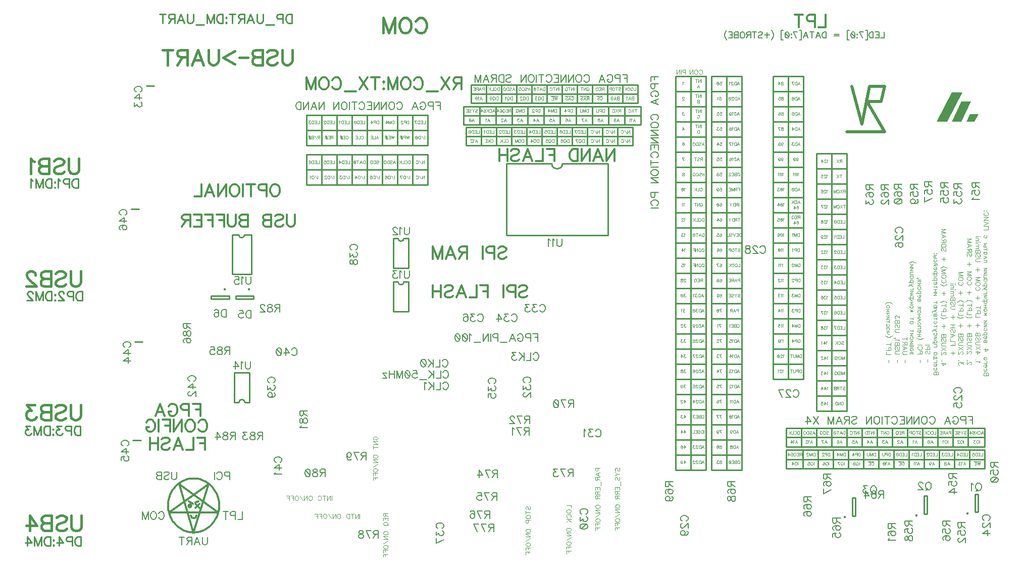
<source format=gbr>
G04 DipTrace 3.1.0.1*
G04 PCIUSB_silk_bottom.gbr*
%MOMM*%
G04 #@! TF.FileFunction,Legend,Bot*
G04 #@! TF.Part,Single*
%ADD10C,0.25*%
%ADD14C,0.3*%
%ADD15C,0.5*%
%ADD20O,0.81957X0.798*%
%ADD30O,0.39148X0.39162*%
%ADD49O,0.39172X0.39127*%
%ADD172C,0.19608*%
%ADD173C,0.07843*%
%ADD175C,0.11765*%
%ADD177C,0.23529*%
%ADD178C,0.39216*%
%ADD179C,0.31373*%
%ADD180C,0.15686*%
%FSLAX35Y35*%
G04*
G71*
G90*
G75*
G01*
G04 BotSilk*
%LPD*%
X3314950Y9713703D2*
D10*
X3185050D1*
X3124450Y5426953D2*
X2994550D1*
X3092700Y3775953D2*
X2962800D1*
X3060950Y7649453D2*
X2931050D1*
D30*
X4910748Y6305535D3*
X4987380Y6142942D2*
D10*
X4687393D1*
Y6192924D1*
X4987380D1*
Y6142942D1*
D30*
X4498355Y6305251D3*
X4574987Y6142659D2*
D10*
X4275000D1*
Y6192641D1*
X4574987D1*
Y6142659D1*
D49*
X16955943Y2545794D3*
X17083303Y2569164D2*
D10*
Y2869150D1*
X17133304D1*
Y2569164D1*
X17083303D1*
D49*
X16103139Y2513544D3*
X16230500Y2536914D2*
D10*
Y2836900D1*
X16280500D1*
Y2536914D1*
X16230500D1*
D49*
X14896639Y2481794D3*
X15024000Y2505164D2*
D10*
Y2805150D1*
X15074000D1*
Y2505164D1*
X15024000D1*
X10924990Y8411760D2*
Y7211800D1*
X9225040D1*
Y8411760D1*
X9984820D1*
X10165000D2*
X10924990D1*
X10165000D2*
G02X9984820Y8411760I-90090J93D01*
G01*
X7586898Y7160258D2*
Y6660248D1*
X7326862Y7160258D2*
Y6660248D1*
X7586898D2*
X7326862D1*
X7506904Y7160258D2*
X7586898D1*
X7406856D2*
X7326862D1*
X7506904D2*
G02X7406856Y7160258I-50024J23D01*
G01*
X7587018Y6429655D2*
Y5929645D1*
X7326982Y6429655D2*
Y5929645D1*
X7587018D2*
X7326982D1*
X7507024Y6429655D2*
X7587018D1*
X7406976D2*
X7326982D1*
X7507024D2*
G02X7406976Y6429655I-50024J23D01*
G01*
X4659582Y4405762D2*
Y4905772D1*
X4919618Y4405762D2*
Y4905772D1*
X4659582D2*
X4919618D1*
X4739576Y4405762D2*
X4659582D1*
X4839624D2*
X4919618D1*
X4739576D2*
G02X4839624Y4405762I50024J-23D01*
G01*
X4945598Y7217295D2*
Y6557252D1*
X4625629Y7217295D2*
Y6557252D1*
X4945598D2*
X4625629D1*
X4945598Y7217295D2*
X4835623D1*
X4735604D2*
X4625629D1*
X4835623D2*
G02X4735604Y7217295I-50009J-22D01*
G01*
G36*
X16697003Y9609307D2*
X16871647D1*
X16617620Y9117130D1*
X16442977D1*
D1*
X16697003Y9609307D1*
G37*
G36*
Y9117130D2*
X16855770D1*
X17014537Y9450540D1*
X16855770D1*
D1*
X16697003Y9117130D1*
G37*
G36*
X16935153D2*
X17078043D1*
X17141550Y9244143D1*
X16998660D1*
D1*
X16935153Y9117130D1*
G37*
X3567000Y2560067D2*
D14*
X4392587D1*
X3741643Y3036367D1*
X3979793Y2226657D1*
X4233820Y3036367D1*
X3567000Y2560067D1*
X3551123Y2679142D2*
X3552168Y2710705D1*
X3555295Y2742115D1*
X3560491Y2773219D1*
X3567729Y2803863D1*
X3576975Y2833901D1*
X3588184Y2863184D1*
X3601300Y2891571D1*
X3616261Y2918922D1*
X3632992Y2945106D1*
X3651413Y2969993D1*
X3671434Y2993464D1*
X3692957Y3015404D1*
X3715878Y3035705D1*
X3740084Y3054269D1*
X3765458Y3071005D1*
X3791877Y3085832D1*
X3819211Y3098678D1*
X3847327Y3109480D1*
X3876089Y3118186D1*
X3905356Y3124752D1*
X3934985Y3129148D1*
X3964833Y3131351D1*
X3994754D1*
X4024602Y3129148D1*
X4054231Y3124752D1*
X4083498Y3118186D1*
X4112260Y3109480D1*
X4140376Y3098678D1*
X4167710Y3085832D1*
X4194128Y3071005D1*
X4219503Y3054269D1*
X4243709Y3035705D1*
X4266630Y3015404D1*
X4288153Y2993464D1*
X4308174Y2969993D1*
X4326595Y2945106D1*
X4343326Y2918922D1*
X4358286Y2891571D1*
X4371403Y2863184D1*
X4382611Y2833901D1*
X4391857Y2803863D1*
X4399096Y2773219D1*
X4404292Y2742115D1*
X4407419Y2710705D1*
X4408463Y2679142D1*
X4407419Y2647578D1*
X4404292Y2616168D1*
X4399096Y2585065D1*
X4391857Y2554420D1*
X4382611Y2524383D1*
X4371403Y2495099D1*
X4358286Y2466713D1*
X4343326Y2439361D1*
X4326595Y2413178D1*
X4308174Y2388290D1*
X4288153Y2364819D1*
X4266630Y2342880D1*
X4243709Y2322579D1*
X4219503Y2304015D1*
X4194128Y2287278D1*
X4167710Y2272451D1*
X4140376Y2259605D1*
X4112260Y2248803D1*
X4083498Y2240097D1*
X4054231Y2233531D1*
X4024602Y2229135D1*
X3994754Y2226932D1*
X3964833D1*
X3934985Y2229135D1*
X3905356Y2233531D1*
X3876089Y2240097D1*
X3847327Y2248803D1*
X3819211Y2259605D1*
X3791877Y2272451D1*
X3765458Y2287278D1*
X3740084Y2304015D1*
X3715878Y2322579D1*
X3692957Y2342880D1*
X3671434Y2364819D1*
X3651413Y2388290D1*
X3632992Y2413178D1*
X3616261Y2439361D1*
X3601300Y2466713D1*
X3588184Y2495099D1*
X3576975Y2524383D1*
X3567729Y2554420D1*
X3560491Y2585065D1*
X3555295Y2616168D1*
X3552168Y2647578D1*
X3551123Y2679142D1*
D20*
X3915408Y2671350D3*
X4011547Y2702957D2*
D14*
X4075053Y2639450D1*
X4011547D2*
X4075053Y2702957D1*
X3932163Y2512437D2*
G03X4027423Y2512437I47630J0D01*
G01*
X3900410Y2750587D2*
X3966630Y2705320D1*
X4008687Y2734437D2*
X4064763Y2748993D1*
X15014077Y9704567D2*
D15*
X15188000Y9068900D1*
X15315000Y9703900D1*
X15569000D1*
X15505500Y9449900D1*
X15267377D1*
X15569000Y8941900D1*
X14934000D1*
X12315017Y9879210D2*
D10*
X12569017D1*
Y9625210D1*
X12315017D1*
Y9879210D1*
Y9625210D2*
X12569017D1*
Y9371210D1*
X12315017D1*
Y9625210D1*
Y9371210D2*
X12569017D1*
Y9117210D1*
X12315017D1*
Y9371210D1*
Y9117210D2*
X12569017D1*
Y8863210D1*
X12315017D1*
Y9117210D1*
Y8863210D2*
X12569017D1*
Y8609210D1*
X12315017D1*
Y8863210D1*
Y8609210D2*
X12569017D1*
Y8355210D1*
X12315017D1*
Y8609210D1*
Y8355210D2*
X12569017D1*
Y8101210D1*
X12315017D1*
Y8355210D1*
Y8101210D2*
X12569017D1*
Y7847210D1*
X12315017D1*
Y8101210D1*
Y7847210D2*
X12569017D1*
Y7593210D1*
X12315017D1*
Y7847210D1*
Y7593210D2*
X12569017D1*
Y7339210D1*
X12315017D1*
Y7593210D1*
Y7339210D2*
X12569017D1*
Y7085210D1*
X12315017D1*
Y7339210D1*
Y7085210D2*
X12569017D1*
Y6831210D1*
X12315017D1*
Y7085210D1*
Y6831210D2*
X12569017D1*
Y6577210D1*
X12315017D1*
Y6831210D1*
Y6577210D2*
X12569017D1*
Y6323210D1*
X12315017D1*
Y6577210D1*
Y6323210D2*
X12569017D1*
Y6069210D1*
X12315017D1*
Y6323210D1*
Y6069210D2*
X12569017D1*
Y5815210D1*
X12315017D1*
Y6069210D1*
Y5815210D2*
X12569017D1*
Y5561210D1*
X12315017D1*
Y5815210D1*
Y5561210D2*
X12569017D1*
Y5307210D1*
X12315017D1*
Y5561210D1*
Y5307210D2*
X12569017D1*
Y5053210D1*
X12315017D1*
Y5307210D1*
Y5053210D2*
X12569017D1*
Y4799210D1*
X12315017D1*
Y5053210D1*
Y4799210D2*
X12569017D1*
Y4545210D1*
X12315017D1*
Y4799210D1*
Y4545210D2*
X12569017D1*
Y4291210D1*
X12315017D1*
Y4545210D1*
Y4291210D2*
X12569017D1*
Y4037210D1*
X12315017D1*
Y4291210D1*
Y4037210D2*
X12569017D1*
Y3783210D1*
X12315017D1*
Y4037210D1*
Y3783210D2*
X12569017D1*
Y3529210D1*
X12315017D1*
Y3783210D1*
Y3529210D2*
X12569017D1*
Y3275210D1*
X12315017D1*
Y3529210D1*
X12061017Y9879210D2*
X12315017D1*
Y9625210D1*
X12061017D1*
Y9879210D1*
Y9625210D2*
X12315017D1*
Y9371210D1*
X12061017D1*
Y9625210D1*
Y9371210D2*
X12315017D1*
Y9117210D1*
X12061017D1*
Y9371210D1*
Y9117210D2*
X12315017D1*
Y8863210D1*
X12061017D1*
Y9117210D1*
Y8863210D2*
X12315017D1*
Y8609210D1*
X12061017D1*
Y8863210D1*
Y8609210D2*
X12315017D1*
Y8355210D1*
X12061017D1*
Y8609210D1*
Y8355210D2*
X12315017D1*
Y8101210D1*
X12061017D1*
Y8355210D1*
Y8101210D2*
X12315017D1*
Y7847210D1*
X12061017D1*
Y8101210D1*
Y7847210D2*
X12315017D1*
Y7593210D1*
X12061017D1*
Y7847210D1*
Y7593210D2*
X12315017D1*
Y7339210D1*
X12061017D1*
Y7593210D1*
Y7339210D2*
X12315017D1*
Y7085210D1*
X12061017D1*
Y7339210D1*
Y7085210D2*
X12315017D1*
Y6831210D1*
X12061017D1*
Y7085210D1*
Y6831210D2*
X12315017D1*
Y6577210D1*
X12061017D1*
Y6831210D1*
Y6577210D2*
X12315017D1*
Y6323210D1*
X12061017D1*
Y6577210D1*
Y6323210D2*
X12315017D1*
Y6069210D1*
X12061017D1*
Y6323210D1*
Y6069210D2*
X12315017D1*
Y5815210D1*
X12061017D1*
Y6069210D1*
Y5815210D2*
X12315017D1*
Y5561210D1*
X12061017D1*
Y5815210D1*
Y5561210D2*
X12315017D1*
Y5307210D1*
X12061017D1*
Y5561210D1*
Y5307210D2*
X12315017D1*
Y5053210D1*
X12061017D1*
Y5307210D1*
Y5053210D2*
X12315017D1*
Y4799210D1*
X12061017D1*
Y5053210D1*
Y4799210D2*
X12315017D1*
Y4545210D1*
X12061017D1*
Y4799210D1*
Y4545210D2*
X12315017D1*
Y4291210D1*
X12061017D1*
Y4545210D1*
Y4291210D2*
X12315017D1*
Y4037210D1*
X12061017D1*
Y4291210D1*
Y4037210D2*
X12315017D1*
Y3783210D1*
X12061017D1*
Y4037210D1*
Y3783210D2*
X12315017D1*
Y3529210D1*
X12061017D1*
Y3783210D1*
Y3529210D2*
X12315017D1*
Y3275210D1*
X12061017D1*
Y3529210D1*
X12918330Y9879210D2*
X13172330D1*
Y9625210D1*
X12918330D1*
Y9879210D1*
Y9625210D2*
X13172330D1*
Y9371210D1*
X12918330D1*
Y9625210D1*
Y9371210D2*
X13172330D1*
Y9117210D1*
X12918330D1*
Y9371210D1*
Y9117210D2*
X13172330D1*
Y8863210D1*
X12918330D1*
Y9117210D1*
Y8863210D2*
X13172330D1*
Y8609210D1*
X12918330D1*
Y8863210D1*
Y8609210D2*
X13172330D1*
Y8355210D1*
X12918330D1*
Y8609210D1*
Y8355210D2*
X13172330D1*
Y8101210D1*
X12918330D1*
Y8355210D1*
Y8101210D2*
X13172330D1*
Y7847210D1*
X12918330D1*
Y8101210D1*
Y7847210D2*
X13172330D1*
Y7593210D1*
X12918330D1*
Y7847210D1*
Y7593210D2*
X13172330D1*
Y7339210D1*
X12918330D1*
Y7593210D1*
Y7339210D2*
X13172330D1*
Y7085210D1*
X12918330D1*
Y7339210D1*
Y7085210D2*
X13172330D1*
Y6831210D1*
X12918330D1*
Y7085210D1*
Y6831210D2*
X13172330D1*
Y6577210D1*
X12918330D1*
Y6831210D1*
Y6577210D2*
X13172330D1*
Y6323210D1*
X12918330D1*
Y6577210D1*
Y6323210D2*
X13172330D1*
Y6069210D1*
X12918330D1*
Y6323210D1*
Y6069210D2*
X13172330D1*
Y5815210D1*
X12918330D1*
Y6069210D1*
Y5815210D2*
X13172330D1*
Y5561210D1*
X12918330D1*
Y5815210D1*
Y5561210D2*
X13172330D1*
Y5307210D1*
X12918330D1*
Y5561210D1*
Y5307210D2*
X13172330D1*
Y5053210D1*
X12918330D1*
Y5307210D1*
Y5053210D2*
X13172330D1*
Y4799210D1*
X12918330D1*
Y5053210D1*
Y4799210D2*
X13172330D1*
Y4545210D1*
X12918330D1*
Y4799210D1*
Y4545210D2*
X13172330D1*
Y4291210D1*
X12918330D1*
Y4545210D1*
Y4291210D2*
X13172330D1*
Y4037210D1*
X12918330D1*
Y4291210D1*
Y4037210D2*
X13172330D1*
Y3783210D1*
X12918330D1*
Y4037210D1*
Y3783210D2*
X13172330D1*
Y3529210D1*
X12918330D1*
Y3783210D1*
Y3529210D2*
X13172330D1*
Y3275210D1*
X12918330D1*
Y3529210D1*
X12664330Y9879210D2*
X12918330D1*
Y9625210D1*
X12664330D1*
Y9879210D1*
Y9625210D2*
X12918330D1*
Y9371210D1*
X12664330D1*
Y9625210D1*
Y9371210D2*
X12918330D1*
Y9117210D1*
X12664330D1*
Y9371210D1*
Y9117210D2*
X12918330D1*
Y8863210D1*
X12664330D1*
Y9117210D1*
Y8863210D2*
X12918330D1*
Y8609210D1*
X12664330D1*
Y8863210D1*
Y8609210D2*
X12918330D1*
Y8355210D1*
X12664330D1*
Y8609210D1*
Y8355210D2*
X12918330D1*
Y8101210D1*
X12664330D1*
Y8355210D1*
Y8101210D2*
X12918330D1*
Y7847210D1*
X12664330D1*
Y8101210D1*
Y7847210D2*
X12918330D1*
Y7593210D1*
X12664330D1*
Y7847210D1*
Y7593210D2*
X12918330D1*
Y7339210D1*
X12664330D1*
Y7593210D1*
Y7339210D2*
X12918330D1*
Y7085210D1*
X12664330D1*
Y7339210D1*
Y7085210D2*
X12918330D1*
Y6831210D1*
X12664330D1*
Y7085210D1*
Y6831210D2*
X12918330D1*
Y6577210D1*
X12664330D1*
Y6831210D1*
Y6577210D2*
X12918330D1*
Y6323210D1*
X12664330D1*
Y6577210D1*
Y6323210D2*
X12918330D1*
Y6069210D1*
X12664330D1*
Y6323210D1*
Y6069210D2*
X12918330D1*
Y5815210D1*
X12664330D1*
Y6069210D1*
Y5815210D2*
X12918330D1*
Y5561210D1*
X12664330D1*
Y5815210D1*
Y5561210D2*
X12918330D1*
Y5307210D1*
X12664330D1*
Y5561210D1*
Y5307210D2*
X12918330D1*
Y5053210D1*
X12664330D1*
Y5307210D1*
Y5053210D2*
X12918330D1*
Y4799210D1*
X12664330D1*
Y5053210D1*
Y4799210D2*
X12918330D1*
Y4545210D1*
X12664330D1*
Y4799210D1*
Y4545210D2*
X12918330D1*
Y4291210D1*
X12664330D1*
Y4545210D1*
Y4291210D2*
X12918330D1*
Y4037210D1*
X12664330D1*
Y4291210D1*
Y4037210D2*
X12918330D1*
Y3783210D1*
X12664330D1*
Y4037210D1*
Y3783210D2*
X12918330D1*
Y3529210D1*
X12664330D1*
Y3783210D1*
Y3529210D2*
X12918330D1*
Y3275210D1*
X12664330D1*
Y3529210D1*
X13950313Y9879210D2*
X14204313D1*
Y9625210D1*
X13950313D1*
Y9879210D1*
Y9625210D2*
X14204313D1*
Y9371210D1*
X13950313D1*
Y9625210D1*
Y9371210D2*
X14204313D1*
Y9117210D1*
X13950313D1*
Y9371210D1*
Y9117210D2*
X14204313D1*
Y8863210D1*
X13950313D1*
Y9117210D1*
Y8863210D2*
X14204313D1*
Y8609210D1*
X13950313D1*
Y8863210D1*
Y8609210D2*
X14204313D1*
Y8355210D1*
X13950313D1*
Y8609210D1*
Y8355210D2*
X14204313D1*
Y8101210D1*
X13950313D1*
Y8355210D1*
Y8101210D2*
X14204313D1*
Y7847210D1*
X13950313D1*
Y8101210D1*
Y7847210D2*
X14204313D1*
Y7593210D1*
X13950313D1*
Y7847210D1*
Y7593210D2*
X14204313D1*
Y7339210D1*
X13950313D1*
Y7593210D1*
Y7339210D2*
X14204313D1*
Y7085210D1*
X13950313D1*
Y7339210D1*
Y7085210D2*
X14204313D1*
Y6831210D1*
X13950313D1*
Y7085210D1*
Y6831210D2*
X14204313D1*
Y6577210D1*
X13950313D1*
Y6831210D1*
Y6577210D2*
X14204313D1*
Y6323210D1*
X13950313D1*
Y6577210D1*
Y6323210D2*
X14204313D1*
Y6069210D1*
X13950313D1*
Y6323210D1*
Y6069210D2*
X14204313D1*
Y5815210D1*
X13950313D1*
Y6069210D1*
Y5815210D2*
X14204313D1*
Y5561210D1*
X13950313D1*
Y5815210D1*
Y5561210D2*
X14204313D1*
Y5307210D1*
X13950313D1*
Y5561210D1*
Y5307210D2*
X14204313D1*
Y5053210D1*
X13950313D1*
Y5307210D1*
Y5053210D2*
X14204313D1*
Y4799210D1*
X13950313D1*
Y5053210D1*
X13696313Y9879210D2*
X13950313D1*
Y9625210D1*
X13696313D1*
Y9879210D1*
Y9625210D2*
X13950313D1*
Y9371210D1*
X13696313D1*
Y9625210D1*
Y9371210D2*
X13950313D1*
Y9117210D1*
X13696313D1*
Y9371210D1*
Y9117210D2*
X13950313D1*
Y8863210D1*
X13696313D1*
Y9117210D1*
Y8863210D2*
X13950313D1*
Y8609210D1*
X13696313D1*
Y8863210D1*
Y8609210D2*
X13950313D1*
Y8355210D1*
X13696313D1*
Y8609210D1*
Y8355210D2*
X13950313D1*
Y8101210D1*
X13696313D1*
Y8355210D1*
Y8101210D2*
X13950313D1*
Y7847210D1*
X13696313D1*
Y8101210D1*
Y7847210D2*
X13950313D1*
Y7593210D1*
X13696313D1*
Y7847210D1*
Y7593210D2*
X13950313D1*
Y7339210D1*
X13696313D1*
Y7593210D1*
Y7339210D2*
X13950313D1*
Y7085210D1*
X13696313D1*
Y7339210D1*
Y7085210D2*
X13950313D1*
Y6831210D1*
X13696313D1*
Y7085210D1*
Y6831210D2*
X13950313D1*
Y6577210D1*
X13696313D1*
Y6831210D1*
Y6577210D2*
X13950313D1*
Y6323210D1*
X13696313D1*
Y6577210D1*
Y6323210D2*
X13950313D1*
Y6069210D1*
X13696313D1*
Y6323210D1*
Y6069210D2*
X13950313D1*
Y5815210D1*
X13696313D1*
Y6069210D1*
Y5815210D2*
X13950313D1*
Y5561210D1*
X13696313D1*
Y5815210D1*
Y5561210D2*
X13950313D1*
Y5307210D1*
X13696313D1*
Y5561210D1*
Y5307210D2*
X13950313D1*
Y5053210D1*
X13696313D1*
Y5307210D1*
Y5053210D2*
X13950313D1*
Y4799210D1*
X13696313D1*
Y5053210D1*
X14680640Y8577323D2*
X14934640D1*
Y8323323D1*
X14680640D1*
Y8577323D1*
Y8323323D2*
X14934640D1*
Y8069323D1*
X14680640D1*
Y8323323D1*
Y8069323D2*
X14934640D1*
Y7815323D1*
X14680640D1*
Y8069323D1*
Y7815323D2*
X14934640D1*
Y7561323D1*
X14680640D1*
Y7815323D1*
Y7561323D2*
X14934640D1*
Y7307323D1*
X14680640D1*
Y7561323D1*
Y7307323D2*
X14934640D1*
Y7053323D1*
X14680640D1*
Y7307323D1*
Y7053323D2*
X14934640D1*
Y6799323D1*
X14680640D1*
Y7053323D1*
Y6799323D2*
X14934640D1*
Y6545323D1*
X14680640D1*
Y6799323D1*
Y6545323D2*
X14934640D1*
Y6291323D1*
X14680640D1*
Y6545323D1*
Y6291323D2*
X14934640D1*
Y6037323D1*
X14680640D1*
Y6291323D1*
Y6037323D2*
X14934640D1*
Y5783323D1*
X14680640D1*
Y6037323D1*
Y5783323D2*
X14934640D1*
Y5529323D1*
X14680640D1*
Y5783323D1*
Y5529323D2*
X14934640D1*
Y5275323D1*
X14680640D1*
Y5529323D1*
Y5275323D2*
X14934640D1*
Y5021323D1*
X14680640D1*
Y5275323D1*
Y5021323D2*
X14934640D1*
Y4767323D1*
X14680640D1*
Y5021323D1*
Y4767323D2*
X14934640D1*
Y4513323D1*
X14680640D1*
Y4767323D1*
Y4513323D2*
X14934640D1*
Y4259323D1*
X14680640D1*
Y4513323D1*
X14426640Y8577323D2*
X14680640D1*
Y8323323D1*
X14426640D1*
Y8577323D1*
Y8323323D2*
X14680640D1*
Y8069323D1*
X14426640D1*
Y8323323D1*
Y8069323D2*
X14680640D1*
Y7815323D1*
X14426640D1*
Y8069323D1*
Y7815323D2*
X14680640D1*
Y7561323D1*
X14426640D1*
Y7815323D1*
Y7561323D2*
X14680640D1*
Y7307323D1*
X14426640D1*
Y7561323D1*
Y7307323D2*
X14680640D1*
Y7053323D1*
X14426640D1*
Y7307323D1*
Y7053323D2*
X14680640D1*
Y6799323D1*
X14426640D1*
Y7053323D1*
Y6799323D2*
X14680640D1*
Y6545323D1*
X14426640D1*
Y6799323D1*
Y6545323D2*
X14680640D1*
Y6291323D1*
X14426640D1*
Y6545323D1*
Y6291323D2*
X14680640D1*
Y6037323D1*
X14426640D1*
Y6291323D1*
Y6037323D2*
X14680640D1*
Y5783323D1*
X14426640D1*
Y6037323D1*
Y5783323D2*
X14680640D1*
Y5529323D1*
X14426640D1*
Y5783323D1*
Y5529323D2*
X14680640D1*
Y5275323D1*
X14426640D1*
Y5529323D1*
Y5275323D2*
X14680640D1*
Y5021323D1*
X14426640D1*
Y5275323D1*
Y5021323D2*
X14680640D1*
Y4767323D1*
X14426640D1*
Y5021323D1*
Y4767323D2*
X14680640D1*
Y4513323D1*
X14426640D1*
Y4767323D1*
Y4513323D2*
X14680640D1*
Y4259323D1*
X14426640D1*
Y4513323D1*
X7647117Y9228267D2*
X7901117D1*
Y8974267D1*
X7647117D1*
Y9228267D1*
Y8974267D2*
X7901117D1*
Y8720267D1*
X7647117D1*
Y8974267D1*
X7393117Y9228267D2*
X7647117D1*
Y8974267D1*
X7393117D1*
Y9228267D1*
Y8974267D2*
X7647117D1*
Y8720267D1*
X7393117D1*
Y8974267D1*
X7139117Y9228267D2*
X7393117D1*
Y8974267D1*
X7139117D1*
Y9228267D1*
Y8974267D2*
X7393117D1*
Y8720267D1*
X7139117D1*
Y8974267D1*
X6885117Y9228267D2*
X7139117D1*
Y8974267D1*
X6885117D1*
Y9228267D1*
Y8974267D2*
X7139117D1*
Y8720267D1*
X6885117D1*
Y8974267D1*
X6631117Y9228267D2*
X6885117D1*
Y8974267D1*
X6631117D1*
Y9228267D1*
Y8974267D2*
X6885117D1*
Y8720267D1*
X6631117D1*
Y8974267D1*
X6377117Y9228267D2*
X6631117D1*
Y8974267D1*
X6377117D1*
Y9228267D1*
Y8974267D2*
X6631117D1*
Y8720267D1*
X6377117D1*
Y8974267D1*
X6123117Y9228267D2*
X6377117D1*
Y8974267D1*
X6123117D1*
Y9228267D1*
Y8974267D2*
X6377117D1*
Y8720267D1*
X6123117D1*
Y8974267D1*
X5869117Y9228267D2*
X6123117D1*
Y8974267D1*
X5869117D1*
Y9228267D1*
Y8974267D2*
X6123117D1*
Y8720267D1*
X5869117D1*
Y8974267D1*
X7647117Y8561447D2*
X7901117D1*
Y8307447D1*
X7647117D1*
Y8561447D1*
Y8307447D2*
X7901117D1*
Y8053447D1*
X7647117D1*
Y8307447D1*
X7393117Y8561447D2*
X7647117D1*
Y8307447D1*
X7393117D1*
Y8561447D1*
Y8307447D2*
X7647117D1*
Y8053447D1*
X7393117D1*
Y8307447D1*
X7139117Y8561447D2*
X7393117D1*
Y8307447D1*
X7139117D1*
Y8561447D1*
Y8307447D2*
X7393117D1*
Y8053447D1*
X7139117D1*
Y8307447D1*
X6885117Y8561447D2*
X7139117D1*
Y8307447D1*
X6885117D1*
Y8561447D1*
Y8307447D2*
X7139117D1*
Y8053447D1*
X6885117D1*
Y8307447D1*
X6631117Y8561447D2*
X6885117D1*
Y8307447D1*
X6631117D1*
Y8561447D1*
Y8307447D2*
X6885117D1*
Y8053447D1*
X6631117D1*
Y8307447D1*
X6377117Y8561447D2*
X6631117D1*
Y8307447D1*
X6377117D1*
Y8561447D1*
Y8307447D2*
X6631117D1*
Y8053447D1*
X6377117D1*
Y8307447D1*
X6123117Y8561447D2*
X6377117D1*
Y8307447D1*
X6123117D1*
Y8561447D1*
Y8307447D2*
X6377117D1*
Y8053447D1*
X6123117D1*
Y8307447D1*
X5869117Y8561447D2*
X6123117D1*
Y8307447D1*
X5869117D1*
Y8561447D1*
Y8307447D2*
X6123117D1*
Y8053447D1*
X5869117D1*
Y8307447D1*
X11171657Y9736320D2*
X11425657D1*
Y9582320D1*
X11171657D1*
Y9736320D1*
Y9582320D2*
X11425657D1*
Y9428320D1*
X11171657D1*
Y9582320D1*
X10917657Y9736320D2*
X11171657D1*
Y9582320D1*
X10917657D1*
Y9736320D1*
Y9582320D2*
X11171657D1*
Y9428320D1*
X10917657D1*
Y9582320D1*
X10663657Y9736320D2*
X10917657D1*
Y9582320D1*
X10663657D1*
Y9736320D1*
Y9582320D2*
X10917657D1*
Y9428320D1*
X10663657D1*
Y9582320D1*
X10409657Y9736320D2*
X10663657D1*
Y9582320D1*
X10409657D1*
Y9736320D1*
Y9582320D2*
X10663657D1*
Y9428320D1*
X10409657D1*
Y9582320D1*
X10155657Y9736320D2*
X10409657D1*
Y9582320D1*
X10155657D1*
Y9736320D1*
Y9582320D2*
X10409657D1*
Y9428320D1*
X10155657D1*
Y9582320D1*
X9901657Y9736320D2*
X10155657D1*
Y9582320D1*
X9901657D1*
Y9736320D1*
Y9582320D2*
X10155657D1*
Y9428320D1*
X9901657D1*
Y9582320D1*
X9647657Y9736320D2*
X9901657D1*
Y9582320D1*
X9647657D1*
Y9736320D1*
Y9582320D2*
X9901657D1*
Y9428320D1*
X9647657D1*
Y9582320D1*
X9393657Y9736320D2*
X9647657D1*
Y9582320D1*
X9393657D1*
Y9736320D1*
Y9582320D2*
X9647657D1*
Y9428320D1*
X9393657D1*
Y9582320D1*
X9139657Y9736320D2*
X9393657D1*
Y9582320D1*
X9139657D1*
Y9736320D1*
Y9582320D2*
X9393657D1*
Y9428320D1*
X9139657D1*
Y9582320D1*
X8885657Y9736320D2*
X9139657D1*
Y9582320D1*
X8885657D1*
Y9736320D1*
Y9582320D2*
X9139657D1*
Y9428320D1*
X8885657D1*
Y9582320D1*
X8631657Y9736320D2*
X8885657D1*
Y9582320D1*
X8631657D1*
Y9736320D1*
Y9582320D2*
X8885657D1*
Y9428320D1*
X8631657D1*
Y9582320D1*
X11204643Y9371157D2*
X11474643D1*
Y9217157D1*
X11204643D1*
Y9371157D1*
Y9217157D2*
X11474643D1*
Y9063157D1*
X11204643D1*
Y9217157D1*
X10934643Y9371157D2*
X11204643D1*
Y9217157D1*
X10934643D1*
Y9371157D1*
Y9217157D2*
X11204643D1*
Y9063157D1*
X10934643D1*
Y9217157D1*
X10664643Y9371157D2*
X10934643D1*
Y9217157D1*
X10664643D1*
Y9371157D1*
Y9217157D2*
X10934643D1*
Y9063157D1*
X10664643D1*
Y9217157D1*
X10394643Y9371157D2*
X10664643D1*
Y9217157D1*
X10394643D1*
Y9371157D1*
Y9217157D2*
X10664643D1*
Y9063157D1*
X10394643D1*
Y9217157D1*
X10124643Y9371157D2*
X10394643D1*
Y9217157D1*
X10124643D1*
Y9371157D1*
Y9217157D2*
X10394643D1*
Y9063157D1*
X10124643D1*
Y9217157D1*
X9854643Y9371157D2*
X10124643D1*
Y9217157D1*
X9854643D1*
Y9371157D1*
Y9217157D2*
X10124643D1*
Y9063157D1*
X9854643D1*
Y9217157D1*
X9584643Y9371157D2*
X9854643D1*
Y9217157D1*
X9584643D1*
Y9371157D1*
Y9217157D2*
X9854643D1*
Y9063157D1*
X9584643D1*
Y9217157D1*
X9314643Y9371157D2*
X9584643D1*
Y9217157D1*
X9314643D1*
Y9371157D1*
Y9217157D2*
X9584643D1*
Y9063157D1*
X9314643D1*
Y9217157D1*
X9044643Y9371157D2*
X9314643D1*
Y9217157D1*
X9044643D1*
Y9371157D1*
Y9217157D2*
X9314643D1*
Y9063157D1*
X9044643D1*
Y9217157D1*
X8774643Y9371157D2*
X9044643D1*
Y9217157D1*
X8774643D1*
Y9371157D1*
Y9217157D2*
X9044643D1*
Y9063157D1*
X8774643D1*
Y9217157D1*
X8504643Y9371157D2*
X8774643D1*
Y9217157D1*
X8504643D1*
Y9371157D1*
Y9217157D2*
X8774643D1*
Y9063157D1*
X8504643D1*
Y9217157D1*
X11092273Y9021870D2*
X11346273D1*
Y8867870D1*
X11092273D1*
Y9021870D1*
Y8867870D2*
X11346273D1*
Y8713870D1*
X11092273D1*
Y8867870D1*
X10838273Y9021870D2*
X11092273D1*
Y8867870D1*
X10838273D1*
Y9021870D1*
Y8867870D2*
X11092273D1*
Y8713870D1*
X10838273D1*
Y8867870D1*
X10584273Y9021870D2*
X10838273D1*
Y8867870D1*
X10584273D1*
Y9021870D1*
Y8867870D2*
X10838273D1*
Y8713870D1*
X10584273D1*
Y8867870D1*
X10330273Y9021870D2*
X10584273D1*
Y8867870D1*
X10330273D1*
Y9021870D1*
Y8867870D2*
X10584273D1*
Y8713870D1*
X10330273D1*
Y8867870D1*
X10076273Y9021870D2*
X10330273D1*
Y8867870D1*
X10076273D1*
Y9021870D1*
Y8867870D2*
X10330273D1*
Y8713870D1*
X10076273D1*
Y8867870D1*
X9822273Y9021870D2*
X10076273D1*
Y8867870D1*
X9822273D1*
Y9021870D1*
Y8867870D2*
X10076273D1*
Y8713870D1*
X9822273D1*
Y8867870D1*
X9568273Y9021870D2*
X9822273D1*
Y8867870D1*
X9568273D1*
Y9021870D1*
Y8867870D2*
X9822273D1*
Y8713870D1*
X9568273D1*
Y8867870D1*
X9314273Y9021870D2*
X9568273D1*
Y8867870D1*
X9314273D1*
Y9021870D1*
Y8867870D2*
X9568273D1*
Y8713870D1*
X9314273D1*
Y8867870D1*
X9060273Y9021870D2*
X9314273D1*
Y8867870D1*
X9060273D1*
Y9021870D1*
Y8867870D2*
X9314273D1*
Y8713870D1*
X9060273D1*
Y8867870D1*
X8806273Y9021870D2*
X9060273D1*
Y8867870D1*
X8806273D1*
Y9021870D1*
Y8867870D2*
X9060273D1*
Y8713870D1*
X8806273D1*
Y8867870D1*
X8552273Y9021870D2*
X8806273D1*
Y8867870D1*
X8552273D1*
Y9021870D1*
Y8867870D2*
X8806273D1*
Y8713870D1*
X8552273D1*
Y8867870D1*
X16966587Y3973090D2*
X17246587D1*
Y3819090D1*
X16966587D1*
Y3973090D1*
Y3819090D2*
X17246587D1*
Y3665090D1*
X16966587D1*
Y3819090D1*
X16712587Y3973090D2*
X16966587D1*
Y3819090D1*
X16712587D1*
Y3973090D1*
Y3819090D2*
X16966587D1*
Y3665090D1*
X16712587D1*
Y3819090D1*
X16458587Y3973090D2*
X16712587D1*
Y3819090D1*
X16458587D1*
Y3973090D1*
Y3819090D2*
X16712587D1*
Y3665090D1*
X16458587D1*
Y3819090D1*
X16204587Y3973090D2*
X16458587D1*
Y3819090D1*
X16204587D1*
Y3973090D1*
Y3819090D2*
X16458587D1*
Y3665090D1*
X16204587D1*
Y3819090D1*
X15950587Y3973090D2*
X16204587D1*
Y3819090D1*
X15950587D1*
Y3973090D1*
Y3819090D2*
X16204587D1*
Y3665090D1*
X15950587D1*
Y3819090D1*
X15696587Y3973090D2*
X15950587D1*
Y3819090D1*
X15696587D1*
Y3973090D1*
Y3819090D2*
X15950587D1*
Y3665090D1*
X15696587D1*
Y3819090D1*
X15442587Y3973090D2*
X15696587D1*
Y3819090D1*
X15442587D1*
Y3973090D1*
Y3819090D2*
X15696587D1*
Y3665090D1*
X15442587D1*
Y3819090D1*
X15188587Y3973090D2*
X15442587D1*
Y3819090D1*
X15188587D1*
Y3973090D1*
Y3819090D2*
X15442587D1*
Y3665090D1*
X15188587D1*
Y3819090D1*
X14934587Y3973090D2*
X15188587D1*
Y3819090D1*
X14934587D1*
Y3973090D1*
Y3819090D2*
X15188587D1*
Y3665090D1*
X14934587D1*
Y3819090D1*
X14680587Y3973090D2*
X14934587D1*
Y3819090D1*
X14680587D1*
Y3973090D1*
Y3819090D2*
X14934587D1*
Y3665090D1*
X14680587D1*
Y3819090D1*
X14426587Y3973090D2*
X14680587D1*
Y3819090D1*
X14426587D1*
Y3973090D1*
Y3819090D2*
X14680587D1*
Y3665090D1*
X14426587D1*
Y3819090D1*
X14172587Y3973090D2*
X14426587D1*
Y3819090D1*
X14172587D1*
Y3973090D1*
Y3819090D2*
X14426587D1*
Y3665090D1*
X14172587D1*
Y3819090D1*
X13918587Y3973090D2*
X14172587D1*
Y3819090D1*
X13918587D1*
Y3973090D1*
Y3819090D2*
X14172587D1*
Y3665090D1*
X13918587D1*
Y3819090D1*
X16992587Y3607927D2*
X17246587D1*
Y3453927D1*
X16992587D1*
Y3607927D1*
Y3453927D2*
X17246587D1*
Y3299927D1*
X16992587D1*
Y3453927D1*
X16738587Y3607927D2*
X16992587D1*
Y3453927D1*
X16738587D1*
Y3607927D1*
Y3453927D2*
X16992587D1*
Y3299927D1*
X16738587D1*
Y3453927D1*
X16484587Y3607927D2*
X16738587D1*
Y3453927D1*
X16484587D1*
Y3607927D1*
Y3453927D2*
X16738587D1*
Y3299927D1*
X16484587D1*
Y3453927D1*
X16230587Y3607927D2*
X16484587D1*
Y3453927D1*
X16230587D1*
Y3607927D1*
Y3453927D2*
X16484587D1*
Y3299927D1*
X16230587D1*
Y3453927D1*
X15976587Y3607927D2*
X16230587D1*
Y3453927D1*
X15976587D1*
Y3607927D1*
Y3453927D2*
X16230587D1*
Y3299927D1*
X15976587D1*
Y3453927D1*
X15722587Y3607927D2*
X15976587D1*
Y3453927D1*
X15722587D1*
Y3607927D1*
Y3453927D2*
X15976587D1*
Y3299927D1*
X15722587D1*
Y3453927D1*
X15468587Y3607927D2*
X15722587D1*
Y3453927D1*
X15468587D1*
Y3607927D1*
Y3453927D2*
X15722587D1*
Y3299927D1*
X15468587D1*
Y3453927D1*
X15214587Y3607927D2*
X15468587D1*
Y3453927D1*
X15214587D1*
Y3607927D1*
Y3453927D2*
X15468587D1*
Y3299927D1*
X15214587D1*
Y3453927D1*
X14960587Y3607927D2*
X15214587D1*
Y3453927D1*
X14960587D1*
Y3607927D1*
Y3453927D2*
X15214587D1*
Y3299927D1*
X14960587D1*
Y3453927D1*
X14706587Y3607927D2*
X14960587D1*
Y3453927D1*
X14706587D1*
Y3607927D1*
Y3453927D2*
X14960587D1*
Y3299927D1*
X14706587D1*
Y3453927D1*
X14452587Y3607927D2*
X14706587D1*
Y3453927D1*
X14452587D1*
Y3607927D1*
Y3453927D2*
X14706587D1*
Y3299927D1*
X14452587D1*
Y3453927D1*
X14198587Y3607927D2*
X14452587D1*
Y3453927D1*
X14198587D1*
Y3607927D1*
Y3453927D2*
X14452587D1*
Y3299927D1*
X14198587D1*
Y3453927D1*
X13918587Y3607927D2*
X14198587D1*
Y3453927D1*
X13918587D1*
Y3607927D1*
Y3453927D2*
X14198587D1*
Y3299927D1*
X13918587D1*
Y3453927D1*
X17236587Y2429902D2*
D172*
X17224514Y2435939D1*
X17212300Y2448152D1*
X17206264Y2460225D1*
Y2484512D1*
X17212300Y2496725D1*
X17224514Y2508798D1*
X17236587Y2514975D1*
X17254837Y2521012D1*
X17285300D1*
X17303410Y2514975D1*
X17315623Y2508798D1*
X17327696Y2496725D1*
X17333873Y2484512D1*
Y2460225D1*
X17327696Y2448152D1*
X17315623Y2435939D1*
X17303410Y2429902D1*
X17236727Y2384510D2*
X17230690D1*
X17218477Y2378473D1*
X17212440Y2372437D1*
X17206404Y2360223D1*
Y2335937D1*
X17212440Y2323864D1*
X17218477Y2317827D1*
X17230690Y2311650D1*
X17242764D1*
X17254977Y2317827D1*
X17273087Y2329900D1*
X17333873Y2390687D1*
Y2305614D1*
Y2205611D2*
X17206404Y2205612D1*
X17291337Y2266398D1*
X17291336Y2175288D1*
X16761243Y4565494D2*
X16749170Y4571531D1*
X16736957Y4583744D1*
X16730920Y4595817D1*
Y4620104D1*
X16736957Y4632317D1*
X16749170Y4644390D1*
X16761243Y4650567D1*
X16779493Y4656604D1*
X16809957D1*
X16828066Y4650567D1*
X16840280Y4644390D1*
X16852353Y4632317D1*
X16858530Y4620104D1*
Y4595817D1*
X16852353Y4583744D1*
X16840280Y4571531D1*
X16828066Y4565494D1*
X16761384Y4520101D2*
X16755347D1*
X16743134Y4514065D1*
X16737097Y4508028D1*
X16731061Y4495815D1*
Y4471528D1*
X16737097Y4459455D1*
X16743134Y4453419D1*
X16755347Y4447242D1*
X16767420D1*
X16779634Y4453419D1*
X16797743Y4465492D1*
X16858530Y4526278D1*
Y4441205D1*
X16731060Y4329130D2*
X16731061Y4389776D1*
X16785670Y4395813D1*
X16779634Y4389776D1*
X16773457Y4371526D1*
Y4353417D1*
X16779634Y4335167D1*
X16791707Y4322953D1*
X16809957Y4316917D1*
X16822030D1*
X16840280Y4322953D1*
X16852493Y4335167D1*
X16858530Y4353417D1*
Y4371526D1*
X16852493Y4389776D1*
X16846316Y4395813D1*
X16834243Y4401990D1*
X15776890Y7250206D2*
X15764817Y7256242D1*
X15752603Y7268456D1*
X15746567Y7280529D1*
Y7304815D1*
X15752603Y7317029D1*
X15764817Y7329102D1*
X15776890Y7335279D1*
X15795140Y7341315D1*
X15825603D1*
X15843713Y7335279D1*
X15855926Y7329102D1*
X15867999Y7317029D1*
X15874176Y7304815D1*
Y7280529D1*
X15867999Y7268456D1*
X15855926Y7256242D1*
X15843713Y7250206D1*
X15777030Y7204813D2*
X15770994D1*
X15758780Y7198776D1*
X15752744Y7192740D1*
X15746707Y7180527D1*
Y7156240D1*
X15752744Y7144167D1*
X15758780Y7138130D1*
X15770994Y7131953D1*
X15783067D1*
X15795280Y7138130D1*
X15813390Y7150203D1*
X15874176Y7210990D1*
Y7125917D1*
X15764817Y7013842D2*
X15752744Y7019878D1*
X15746707Y7038128D1*
Y7050201D1*
X15752744Y7068451D1*
X15770994Y7080665D1*
X15801317Y7086701D1*
X15831640D1*
X15855927Y7080665D1*
X15868140Y7068451D1*
X15874176Y7050201D1*
Y7044165D1*
X15868140Y7026055D1*
X15855926Y7013842D1*
X15837676Y7007805D1*
X15831640D1*
X15813390Y7013842D1*
X15801317Y7026055D1*
X15795280Y7044165D1*
Y7050201D1*
X15801317Y7068451D1*
X15813390Y7080665D1*
X15831640Y7086701D1*
X14034691Y4591547D2*
X14040727Y4603620D1*
X14052941Y4615833D1*
X14065014Y4621870D1*
X14089300D1*
X14101514Y4615833D1*
X14113587Y4603620D1*
X14119764Y4591547D1*
X14125800Y4573297D1*
Y4542833D1*
X14119764Y4524724D1*
X14113587Y4512510D1*
X14101514Y4500437D1*
X14089300Y4494260D1*
X14065014D1*
X14052941Y4500437D1*
X14040727Y4512510D1*
X14034691Y4524724D1*
X13989298Y4591406D2*
Y4597443D1*
X13983261Y4609656D1*
X13977225Y4615693D1*
X13965011Y4621730D1*
X13940725D1*
X13928652Y4615693D1*
X13922615Y4609656D1*
X13916438Y4597443D1*
Y4585370D1*
X13922615Y4573156D1*
X13934688Y4555047D1*
X13995475Y4494260D1*
X13910402D1*
X13846900D2*
X13786113Y4621730D1*
X13871186D1*
X13478937Y7004800D2*
X13484974Y7016873D1*
X13497187Y7029087D1*
X13509260Y7035123D1*
X13533547D1*
X13545760Y7029087D1*
X13557833Y7016873D1*
X13564010Y7004800D1*
X13570047Y6986550D1*
Y6956087D1*
X13564010Y6937977D1*
X13557833Y6925764D1*
X13545760Y6913691D1*
X13533547Y6907514D1*
X13509260D1*
X13497187Y6913691D1*
X13484974Y6925764D1*
X13478937Y6937977D1*
X13433544Y7004660D2*
Y7010696D1*
X13427508Y7022910D1*
X13421471Y7028946D1*
X13409258Y7034983D1*
X13384971D1*
X13372898Y7028946D1*
X13366862Y7022910D1*
X13360685Y7010696D1*
Y6998623D1*
X13366862Y6986410D1*
X13378935Y6968300D1*
X13439721Y6907514D1*
X13354648D1*
X13285110Y7034983D2*
X13303219Y7028946D1*
X13309396Y7016873D1*
Y7004660D1*
X13303219Y6992587D1*
X13291146Y6986410D1*
X13266860Y6980373D1*
X13248610Y6974337D1*
X13236536Y6962123D1*
X13230500Y6950050D1*
Y6931800D1*
X13236536Y6919727D1*
X13242573Y6913550D1*
X13260823Y6907514D1*
X13285110D1*
X13303219Y6913550D1*
X13309396Y6919727D1*
X13315433Y6931800D1*
Y6950050D1*
X13309396Y6962123D1*
X13297183Y6974337D1*
X13279073Y6980373D1*
X13254786Y6986410D1*
X13242573Y6992587D1*
X13236536Y7004660D1*
Y7016873D1*
X13242573Y7028946D1*
X13260823Y7034983D1*
X13285110D1*
X12172887Y2419126D2*
X12160814Y2425162D1*
X12148600Y2437376D1*
X12142564Y2449449D1*
Y2473735D1*
X12148600Y2485949D1*
X12160814Y2498022D1*
X12172887Y2504199D1*
X12191137Y2510235D1*
X12221600D1*
X12239710Y2504199D1*
X12251923Y2498022D1*
X12263996Y2485949D1*
X12270173Y2473735D1*
Y2449449D1*
X12263996Y2437376D1*
X12251923Y2425162D1*
X12239710Y2419126D1*
X12173027Y2373733D2*
X12166990D1*
X12154777Y2367697D1*
X12148740Y2361660D1*
X12142704Y2349447D1*
Y2325160D1*
X12148740Y2313087D1*
X12154777Y2307051D1*
X12166990Y2300874D1*
X12179064D1*
X12191277Y2307051D1*
X12209387Y2319124D1*
X12270173Y2379910D1*
Y2294837D1*
X12185100Y2176585D2*
X12203350Y2182762D1*
X12215563Y2194835D1*
X12221600Y2213085D1*
Y2219122D1*
X12215564Y2237371D1*
X12203350Y2249445D1*
X12185100Y2255621D1*
X12179064D1*
X12160814Y2249445D1*
X12148740Y2237372D1*
X12142704Y2219122D1*
Y2213085D1*
X12148740Y2194835D1*
X12160813Y2182762D1*
X12185100Y2176585D1*
X12215563D1*
X12245886Y2182762D1*
X12264137Y2194835D1*
X12270173Y2213085D1*
Y2225158D1*
X12264137Y2243408D1*
X12251923Y2249444D1*
X10489960Y2533281D2*
X10477887Y2539317D1*
X10465673Y2551531D1*
X10459637Y2563604D1*
Y2587890D1*
X10465673Y2600104D1*
X10477887Y2612177D1*
X10489960Y2618354D1*
X10508210Y2624390D1*
X10538673D1*
X10556783Y2618354D1*
X10568996Y2612177D1*
X10581069Y2600104D1*
X10587246Y2587890D1*
Y2563604D1*
X10581069Y2551531D1*
X10568996Y2539317D1*
X10556783Y2533281D1*
X10459777Y2481852D2*
Y2415169D1*
X10508350Y2451529D1*
Y2433279D1*
X10514387Y2421205D1*
X10520423Y2415169D1*
X10538673Y2408992D1*
X10550746D1*
X10568996Y2415169D1*
X10581210Y2427242D1*
X10587246Y2445492D1*
Y2463742D1*
X10581210Y2481851D1*
X10575033Y2487888D1*
X10562960Y2494065D1*
X10459777Y2333276D2*
X10465814Y2351526D1*
X10484064Y2363740D1*
X10514387Y2369776D1*
X10532637D1*
X10562960Y2363740D1*
X10581210Y2351526D1*
X10587247Y2333276D1*
X10587246Y2321203D1*
X10581210Y2302953D1*
X10562960Y2290880D1*
X10532637Y2284703D1*
X10514387D1*
X10484064Y2290880D1*
X10465814Y2302953D1*
X10459777Y2321203D1*
Y2333276D1*
X10484064Y2290880D2*
X10562960Y2363740D1*
X10720916Y3924727D2*
X10726952Y3936800D1*
X10739166Y3949013D1*
X10751239Y3955050D1*
X10775525D1*
X10787739Y3949013D1*
X10799812Y3936800D1*
X10805989Y3924727D1*
X10812025Y3906477D1*
Y3876013D1*
X10805989Y3857904D1*
X10799812Y3845690D1*
X10787739Y3833617D1*
X10775525Y3827440D1*
X10751239D1*
X10739166Y3833617D1*
X10726952Y3845690D1*
X10720916Y3857904D1*
X10669487Y3954910D2*
X10602804D1*
X10639164Y3906336D1*
X10620914D1*
X10608841Y3900300D1*
X10602804Y3894263D1*
X10596627Y3876013D1*
Y3863940D1*
X10602804Y3845690D1*
X10614877Y3833477D1*
X10633127Y3827440D1*
X10651377D1*
X10669487Y3833477D1*
X10675523Y3839654D1*
X10681700Y3851727D1*
X10557411Y3930623D2*
X10545198Y3936800D1*
X10526948Y3954910D1*
Y3827440D1*
X9537360Y4740137D2*
X9525287Y4746174D1*
X9513073Y4758387D1*
X9507037Y4770460D1*
Y4794747D1*
X9513073Y4806960D1*
X9525287Y4819034D1*
X9537360Y4825210D1*
X9555610Y4831247D1*
X9586073D1*
X9604183Y4825210D1*
X9616396Y4819033D1*
X9628469Y4806960D1*
X9634646Y4794747D1*
Y4770460D1*
X9628469Y4758387D1*
X9616396Y4746174D1*
X9604183Y4740137D1*
X9507177Y4688708D2*
Y4622026D1*
X9555750Y4658385D1*
Y4640135D1*
X9561787Y4628062D1*
X9567823Y4622026D1*
X9586073Y4615849D1*
X9598146D1*
X9616396Y4622026D1*
X9628610Y4634099D1*
X9634646Y4652349D1*
Y4670599D1*
X9628610Y4688708D1*
X9622433Y4694745D1*
X9610360Y4700922D1*
X9537500Y4570456D2*
X9531464D1*
X9519250Y4564420D1*
X9513214Y4558383D1*
X9507177Y4546170D1*
Y4521883D1*
X9513214Y4509810D1*
X9519250Y4503774D1*
X9531464Y4497597D1*
X9543537D1*
X9555750Y4503774D1*
X9573860Y4515847D1*
X9634646Y4576633D1*
Y4491560D1*
X9784387Y6020447D2*
X9790424Y6032520D1*
X9802637Y6044733D1*
X9814710Y6050770D1*
X9838997D1*
X9851210Y6044733D1*
X9863283Y6032520D1*
X9869460Y6020447D1*
X9875497Y6002197D1*
Y5971733D1*
X9869460Y5953624D1*
X9863283Y5941410D1*
X9851210Y5929337D1*
X9838997Y5923160D1*
X9814710D1*
X9802637Y5929337D1*
X9790424Y5941410D1*
X9784387Y5953624D1*
X9732958Y6050630D2*
X9666275D1*
X9702635Y6002056D1*
X9684385D1*
X9672312Y5996020D1*
X9666275Y5989983D1*
X9660099Y5971733D1*
Y5959660D1*
X9666275Y5941410D1*
X9678349Y5929197D1*
X9696599Y5923160D1*
X9714849D1*
X9732958Y5929197D1*
X9738995Y5935374D1*
X9745172Y5947447D1*
X9608669Y6050630D2*
X9541987D1*
X9578346Y6002056D1*
X9560096D1*
X9548023Y5996020D1*
X9541987Y5989983D1*
X9535810Y5971733D1*
Y5959660D1*
X9541987Y5941410D1*
X9554060Y5929197D1*
X9572310Y5923160D1*
X9590560D1*
X9608669Y5929197D1*
X9614706Y5935374D1*
X9620883Y5947447D1*
X9311106Y5861680D2*
X9317142Y5873753D1*
X9329356Y5885967D1*
X9341429Y5892003D1*
X9365715D1*
X9377929Y5885967D1*
X9390002Y5873753D1*
X9396179Y5861680D1*
X9402215Y5843430D1*
Y5812967D1*
X9396179Y5794857D1*
X9390002Y5782644D1*
X9377929Y5770571D1*
X9365715Y5764394D1*
X9341429D1*
X9329356Y5770571D1*
X9317142Y5782644D1*
X9311106Y5794857D1*
X9259676Y5891863D2*
X9192994D1*
X9229353Y5843290D1*
X9211103D1*
X9199030Y5837253D1*
X9192994Y5831217D1*
X9186817Y5812967D1*
Y5800894D1*
X9192994Y5782644D1*
X9205067Y5770430D1*
X9223317Y5764394D1*
X9241567D1*
X9259676Y5770430D1*
X9265713Y5776607D1*
X9271890Y5788680D1*
X9086815Y5764394D2*
Y5891863D1*
X9147601Y5806930D1*
X9056491D1*
X8949923Y4724261D2*
X8937850Y4730297D1*
X8925637Y4742511D1*
X8919600Y4754584D1*
Y4778870D1*
X8925637Y4791084D1*
X8937850Y4803157D1*
X8949923Y4809334D1*
X8968173Y4815370D1*
X8998637D1*
X9016746Y4809334D1*
X9028960Y4803157D1*
X9041033Y4791084D1*
X9047210Y4778870D1*
Y4754584D1*
X9041033Y4742511D1*
X9028960Y4730297D1*
X9016746Y4724261D1*
X8919741Y4672832D2*
Y4606149D1*
X8968314Y4642509D1*
Y4624259D1*
X8974350Y4612185D1*
X8980387Y4606149D1*
X8998637Y4599972D1*
X9010710D1*
X9028960Y4606149D1*
X9041173Y4618222D1*
X9047210Y4636472D1*
Y4654722D1*
X9041173Y4672831D1*
X9034996Y4678868D1*
X9022923Y4685045D1*
X8919740Y4487897D2*
X8919741Y4548543D1*
X8974350Y4554579D1*
X8968314Y4548543D1*
X8962137Y4530293D1*
Y4512183D1*
X8968314Y4493933D1*
X8980387Y4481720D1*
X8998637Y4475683D1*
X9010710D1*
X9028960Y4481720D1*
X9041173Y4493933D1*
X9047210Y4512183D1*
Y4530293D1*
X9041173Y4548543D1*
X9034996Y4554579D1*
X9022923Y4560756D1*
X8744672Y5861680D2*
X8750709Y5873753D1*
X8762922Y5885967D1*
X8774995Y5892003D1*
X8799282D1*
X8811495Y5885967D1*
X8823568Y5873753D1*
X8829745Y5861680D1*
X8835782Y5843430D1*
Y5812967D1*
X8829745Y5794857D1*
X8823568Y5782644D1*
X8811495Y5770571D1*
X8799282Y5764394D1*
X8774995D1*
X8762922Y5770571D1*
X8750709Y5782644D1*
X8744672Y5794857D1*
X8693243Y5891863D2*
X8626560D1*
X8662920Y5843290D1*
X8644670D1*
X8632597Y5837253D1*
X8626560Y5831217D1*
X8620383Y5812967D1*
Y5800894D1*
X8626560Y5782644D1*
X8638633Y5770430D1*
X8656883Y5764394D1*
X8675133D1*
X8693243Y5770430D1*
X8699280Y5776607D1*
X8705456Y5788680D1*
X8508308Y5873753D2*
X8514345Y5885826D1*
X8532595Y5891863D1*
X8544668D1*
X8562918Y5885826D1*
X8575131Y5867576D1*
X8581168Y5837253D1*
Y5806930D1*
X8575131Y5782644D1*
X8562918Y5770430D1*
X8544668Y5764394D1*
X8538631D1*
X8520522Y5770430D1*
X8508308Y5782644D1*
X8502272Y5800894D1*
Y5806930D1*
X8508308Y5825180D1*
X8520522Y5837253D1*
X8538631Y5843290D1*
X8544668D1*
X8562918Y5837253D1*
X8575131Y5825180D1*
X8581168Y5806930D1*
X8076707Y2295131D2*
X8064634Y2301167D1*
X8052420Y2313381D1*
X8046384Y2325454D1*
Y2349740D1*
X8052420Y2361954D1*
X8064634Y2374027D1*
X8076707Y2380204D1*
X8094957Y2386240D1*
X8125420D1*
X8143530Y2380204D1*
X8155743Y2374027D1*
X8167816Y2361954D1*
X8173993Y2349740D1*
Y2325454D1*
X8167816Y2313381D1*
X8155743Y2301167D1*
X8143530Y2295131D1*
X8046524Y2243702D2*
Y2177019D1*
X8095097Y2213379D1*
Y2195129D1*
X8101134Y2183055D1*
X8107170Y2177019D1*
X8125420Y2170842D1*
X8137493D1*
X8155743Y2177019D1*
X8167957Y2189092D1*
X8173993Y2207342D1*
Y2225592D1*
X8167957Y2243701D1*
X8161780Y2249738D1*
X8149707Y2255915D1*
X8173993Y2107340D2*
X8046524Y2046553D1*
Y2131626D1*
X6632087Y6967064D2*
X6620014Y6973100D1*
X6607800Y6985314D1*
X6601764Y6997387D1*
Y7021673D1*
X6607800Y7033887D1*
X6620014Y7045960D1*
X6632087Y7052137D1*
X6650337Y7058173D1*
X6680800D1*
X6698910Y7052137D1*
X6711123Y7045960D1*
X6723196Y7033887D1*
X6729373Y7021673D1*
Y6997387D1*
X6723196Y6985314D1*
X6711123Y6973100D1*
X6698910Y6967064D1*
X6601904Y6915635D2*
Y6848952D1*
X6650477Y6885312D1*
Y6867062D1*
X6656514Y6854989D1*
X6662550Y6848952D1*
X6680800Y6842775D1*
X6692873D1*
X6711123Y6848952D1*
X6723337Y6861025D1*
X6729373Y6879275D1*
Y6897525D1*
X6723337Y6915635D1*
X6717160Y6921671D1*
X6705087Y6927848D1*
X6601904Y6773237D2*
X6607940Y6791346D1*
X6620014Y6797523D1*
X6632227D1*
X6644300Y6791346D1*
X6650477Y6779273D1*
X6656513Y6754987D1*
X6662550Y6736737D1*
X6674763Y6724663D1*
X6686836Y6718627D1*
X6705086D1*
X6717160Y6724663D1*
X6723337Y6730700D1*
X6729373Y6748950D1*
Y6773236D1*
X6723337Y6791346D1*
X6717160Y6797523D1*
X6705087Y6803559D1*
X6686837D1*
X6674764Y6797523D1*
X6662550Y6785310D1*
X6656514Y6767200D1*
X6650477Y6742913D1*
X6644300Y6730700D1*
X6632227Y6724663D1*
X6620013D1*
X6607940Y6730700D1*
X6601904Y6748950D1*
Y6773237D1*
X5250660Y4737119D2*
X5238587Y4743156D1*
X5226373Y4755369D1*
X5220337Y4767442D1*
Y4791729D1*
X5226373Y4803942D1*
X5238587Y4816015D1*
X5250660Y4822192D1*
X5268910Y4828229D1*
X5299373D1*
X5317483Y4822192D1*
X5329696Y4816015D1*
X5341769Y4803942D1*
X5347946Y4791729D1*
Y4767442D1*
X5341769Y4755369D1*
X5329696Y4743156D1*
X5317483Y4737119D1*
X5220477Y4685690D2*
Y4619007D1*
X5269050Y4655367D1*
Y4637117D1*
X5275087Y4625044D1*
X5281123Y4619007D1*
X5299373Y4612830D1*
X5311446D1*
X5329696Y4619007D1*
X5341910Y4631080D1*
X5347946Y4649330D1*
Y4667580D1*
X5341910Y4685690D1*
X5335733Y4691726D1*
X5323660Y4697903D1*
X5262873Y4494578D2*
X5281123Y4500755D1*
X5293337Y4512828D1*
X5299373Y4531078D1*
Y4537115D1*
X5293337Y4555365D1*
X5281123Y4567438D1*
X5262873Y4573615D1*
X5256837D1*
X5238587Y4567438D1*
X5226514Y4555365D1*
X5220477Y4537115D1*
Y4531078D1*
X5226514Y4512828D1*
X5238587Y4500755D1*
X5262873Y4494578D1*
X5293337D1*
X5323660Y4500755D1*
X5341910Y4512828D1*
X5347946Y4531078D1*
X5347947Y4543151D1*
X5341910Y4561401D1*
X5329697Y4567438D1*
X5623076Y5290120D2*
X5629112Y5302193D1*
X5641326Y5314407D1*
X5653399Y5320443D1*
X5677685D1*
X5689899Y5314407D1*
X5701972Y5302193D1*
X5708149Y5290120D1*
X5714185Y5271870D1*
Y5241407D1*
X5708149Y5223297D1*
X5701972Y5211084D1*
X5689899Y5199011D1*
X5677685Y5192834D1*
X5653399D1*
X5641326Y5199011D1*
X5629112Y5211084D1*
X5623076Y5223297D1*
X5523073Y5192834D2*
Y5320303D1*
X5583860Y5235370D1*
X5492750D1*
X5417035Y5320303D2*
X5435285Y5314266D1*
X5447498Y5296016D1*
X5453535Y5265693D1*
Y5247443D1*
X5447498Y5217120D1*
X5435285Y5198870D1*
X5417035Y5192834D1*
X5404961D1*
X5386711Y5198870D1*
X5374638Y5217120D1*
X5368461Y5247443D1*
Y5265693D1*
X5374638Y5296016D1*
X5386711Y5314266D1*
X5404961Y5320303D1*
X5417035D1*
X5374638Y5296016D2*
X5447498Y5217120D1*
X5361797Y3402731D2*
X5349724Y3408767D1*
X5337510Y3420981D1*
X5331474Y3433054D1*
Y3457340D1*
X5337510Y3469554D1*
X5349724Y3481627D1*
X5361797Y3487804D1*
X5380047Y3493840D1*
X5410510D1*
X5428620Y3487804D1*
X5440833Y3481627D1*
X5452906Y3469554D1*
X5459083Y3457340D1*
Y3433054D1*
X5452906Y3420981D1*
X5440833Y3408767D1*
X5428620Y3402731D1*
X5459083Y3302729D2*
X5331614D1*
X5416547Y3363515D1*
Y3272406D1*
X5355900Y3233190D2*
X5349723Y3220977D1*
X5331614Y3202727D1*
X5459083D1*
X3917020Y4763676D2*
X3904947Y4769712D1*
X3892733Y4781926D1*
X3886697Y4793999D1*
Y4818285D1*
X3892733Y4830499D1*
X3904947Y4842572D1*
X3917020Y4848749D1*
X3935270Y4854785D1*
X3965733D1*
X3983843Y4848749D1*
X3996056Y4842572D1*
X4008129Y4830499D1*
X4014306Y4818285D1*
Y4793999D1*
X4008129Y4781926D1*
X3996056Y4769712D1*
X3983843Y4763676D1*
X4014306Y4663673D2*
X3886837Y4663674D1*
X3971770Y4724460D1*
Y4633350D1*
X3917160Y4587958D2*
X3911124D1*
X3898910Y4581921D1*
X3892874Y4575885D1*
X3886837Y4563671D1*
Y4539385D1*
X3892874Y4527312D1*
X3898910Y4521275D1*
X3911124Y4515098D1*
X3923197D1*
X3935410Y4521275D1*
X3953520Y4533348D1*
X4014306Y4594135D1*
Y4509062D1*
X3019337Y9615429D2*
X3007264Y9621466D1*
X2995050Y9633679D1*
X2989014Y9645752D1*
Y9670039D1*
X2995050Y9682252D1*
X3007264Y9694325D1*
X3019337Y9700502D1*
X3037587Y9706539D1*
X3068050D1*
X3086160Y9700502D1*
X3098373Y9694325D1*
X3110446Y9682252D1*
X3116623Y9670039D1*
Y9645752D1*
X3110446Y9633679D1*
X3098373Y9621465D1*
X3086160Y9615429D1*
X3116623Y9515427D2*
X2989154D1*
X3074087Y9576213D1*
Y9485104D1*
X2989154Y9433675D2*
Y9366992D1*
X3037727Y9403352D1*
Y9385102D1*
X3043763Y9373029D1*
X3049800Y9366992D1*
X3068050Y9360815D1*
X3080123D1*
X3098373Y9366992D1*
X3110587Y9379065D1*
X3116623Y9397315D1*
Y9415565D1*
X3110587Y9433675D1*
X3104410Y9439711D1*
X3092337Y9445888D1*
X2828837Y5331697D2*
X2816764Y5337734D1*
X2804550Y5349947D1*
X2798514Y5362020D1*
Y5386307D1*
X2804550Y5398520D1*
X2816764Y5410593D1*
X2828837Y5416770D1*
X2847087Y5422807D1*
X2877550D1*
X2895660Y5416770D1*
X2907873Y5410593D1*
X2919946Y5398520D1*
X2926123Y5386307D1*
Y5362020D1*
X2919946Y5349947D1*
X2907873Y5337734D1*
X2895660Y5331697D1*
X2926123Y5231695D2*
X2798654D1*
X2883587Y5292482D1*
Y5201372D1*
X2926123Y5101370D2*
X2798654D1*
X2883587Y5162156D1*
X2883586Y5071047D1*
X2797087Y3677679D2*
X2785014Y3683716D1*
X2772800Y3695929D1*
X2766764Y3708002D1*
Y3732289D1*
X2772800Y3744502D1*
X2785014Y3756575D1*
X2797087Y3762752D1*
X2815337Y3768789D1*
X2845800D1*
X2863910Y3762752D1*
X2876123Y3756575D1*
X2888196Y3744502D1*
X2894373Y3732289D1*
Y3708002D1*
X2888196Y3695929D1*
X2876123Y3683715D1*
X2863910Y3677679D1*
X2894373Y3577677D2*
X2766904D1*
X2851837Y3638463D1*
Y3547354D1*
X2766904Y3435279D2*
Y3495925D1*
X2821514Y3501961D1*
X2815477Y3495925D1*
X2809300Y3477675D1*
Y3459565D1*
X2815477Y3441315D1*
X2827550Y3429102D1*
X2845800Y3423065D1*
X2857873D1*
X2876123Y3429102D1*
X2888337Y3441315D1*
X2894373Y3459565D1*
Y3477675D1*
X2888337Y3495925D1*
X2882160Y3501961D1*
X2870087Y3508138D1*
X2765337Y7548091D2*
X2753264Y7554127D1*
X2741050Y7566341D1*
X2735014Y7578414D1*
Y7602700D1*
X2741050Y7614914D1*
X2753264Y7626987D1*
X2765337Y7633164D1*
X2783587Y7639200D1*
X2814050D1*
X2832160Y7633164D1*
X2844373Y7626987D1*
X2856446Y7614914D1*
X2862623Y7602700D1*
Y7578414D1*
X2856446Y7566340D1*
X2844373Y7554127D1*
X2832160Y7548090D1*
X2862623Y7448088D2*
X2735154D1*
X2820087Y7508875D1*
Y7417765D1*
X2753263Y7305690D2*
X2741190Y7311727D1*
X2735154Y7329977D1*
Y7342050D1*
X2741190Y7360300D1*
X2759440Y7372513D1*
X2789764Y7378550D1*
X2820087D1*
X2844373Y7372513D1*
X2856587Y7360300D1*
X2862623Y7342050D1*
Y7336013D1*
X2856587Y7317904D1*
X2844373Y7305690D1*
X2826123Y7299654D1*
X2820086D1*
X2801836Y7305690D1*
X2789763Y7317904D1*
X2783727Y7336013D1*
Y7342050D1*
X2789764Y7360300D1*
X2801837Y7372513D1*
X2820087Y7378550D1*
X4942068Y5949860D2*
Y5822250D1*
X4899531D1*
X4881281Y5828427D1*
X4869068Y5840500D1*
X4863031Y5852714D1*
X4856995Y5870823D1*
Y5901287D1*
X4863031Y5919537D1*
X4869068Y5931610D1*
X4881281Y5943823D1*
X4899531Y5949860D1*
X4942068D1*
X4744919Y5949720D2*
X4805565D1*
X4811602Y5895110D1*
X4805565Y5901146D1*
X4787315Y5907323D1*
X4769206D1*
X4750956Y5901146D1*
X4738742Y5889073D1*
X4732706Y5870823D1*
Y5858750D1*
X4738742Y5840500D1*
X4750956Y5828287D1*
X4769206Y5822250D1*
X4787315D1*
X4805565Y5828287D1*
X4811602Y5834464D1*
X4817779Y5846537D1*
X4526586Y5965453D2*
Y5837844D1*
X4484049D1*
X4465799Y5844021D1*
X4453586Y5856094D1*
X4447549Y5868307D1*
X4441513Y5886417D1*
Y5916880D1*
X4447549Y5935130D1*
X4453586Y5947203D1*
X4465799Y5959417D1*
X4484049Y5965453D1*
X4526586D1*
X4329437Y5947203D2*
X4335474Y5959276D1*
X4353724Y5965313D1*
X4365797D1*
X4384047Y5959276D1*
X4396260Y5941026D1*
X4402297Y5910703D1*
Y5880380D1*
X4396260Y5856094D1*
X4384047Y5843880D1*
X4365797Y5837844D1*
X4359760D1*
X4341651Y5843880D1*
X4329437Y5856094D1*
X4323401Y5874344D1*
Y5880380D1*
X4329437Y5898630D1*
X4341651Y5910703D1*
X4359760Y5916740D1*
X4365797D1*
X4384047Y5910703D1*
X4396260Y5898630D1*
X4402297Y5880380D1*
X17153063Y3055137D2*
X17165136Y3049240D1*
X17177349Y3037027D1*
X17183386Y3024814D1*
X17189563Y3006564D1*
Y2976240D1*
X17183386Y2957990D1*
X17177349Y2945917D1*
X17165136Y2933704D1*
X17153063Y2927667D1*
X17128776D1*
X17116563Y2933704D1*
X17104490Y2945917D1*
X17098453Y2957990D1*
X17092276Y2976240D1*
Y3006564D1*
X17098453Y3024814D1*
X17104490Y3037027D1*
X17116563Y3049240D1*
X17128776Y3055137D1*
X17153063D1*
X17134813Y2951954D2*
X17098453Y2915454D1*
X17053061Y3030710D2*
X17040847Y3036887D1*
X17022597Y3054996D1*
Y2927527D1*
X16312578Y3070573D2*
X16324651Y3064677D1*
X16336864Y3052464D1*
X16342901Y3040250D1*
X16349078Y3022000D1*
Y2991677D1*
X16342901Y2973427D1*
X16336864Y2961354D1*
X16324651Y2949141D1*
X16312578Y2943104D1*
X16288291D1*
X16276078Y2949141D1*
X16264005Y2961354D1*
X16257968Y2973427D1*
X16251791Y2991677D1*
Y3022000D1*
X16257968Y3040250D1*
X16264005Y3052464D1*
X16276078Y3064677D1*
X16288291Y3070573D1*
X16312578D1*
X16294328Y2967391D2*
X16257968Y2930891D1*
X16206399Y3040110D2*
Y3046146D1*
X16200362Y3058360D1*
X16194325Y3064396D1*
X16182112Y3070433D1*
X16157825D1*
X16145752Y3064396D1*
X16139716Y3058360D1*
X16133539Y3046146D1*
Y3034073D1*
X16139716Y3021860D1*
X16151789Y3003750D1*
X16212575Y2942964D1*
X16127502D1*
X15391801Y3007180D2*
X15403874Y3001284D1*
X15416088Y2989070D1*
X15422124Y2976857D1*
X15428301Y2958607D1*
Y2928284D1*
X15422124Y2910034D1*
X15416088Y2897961D1*
X15403874Y2885747D1*
X15391801Y2879711D1*
X15367514D1*
X15355301Y2885747D1*
X15343228Y2897961D1*
X15337191Y2910034D1*
X15331014Y2928284D1*
Y2958607D1*
X15337191Y2976857D1*
X15343228Y2989070D1*
X15355301Y3001284D1*
X15367514Y3007180D1*
X15391801D1*
X15373551Y2903997D2*
X15337191Y2867497D1*
X15279585Y3007040D2*
X15212903D1*
X15249262Y2958466D1*
X15231012D1*
X15218939Y2952430D1*
X15212903Y2946393D1*
X15206726Y2928143D1*
Y2916070D1*
X15212903Y2897820D1*
X15224976Y2885607D1*
X15243226Y2879570D1*
X15261476D1*
X15279585Y2885607D1*
X15285622Y2891784D1*
X15291799Y2903857D1*
X17405493Y3399895D2*
Y3345286D1*
X17399316Y3327036D1*
X17393280Y3320859D1*
X17381207Y3314822D1*
X17368993D1*
X17356920Y3320859D1*
X17350743Y3327036D1*
X17344707Y3345286D1*
Y3399895D1*
X17472316D1*
X17405493Y3357359D2*
X17472316Y3314822D1*
X17344847Y3202747D2*
Y3263393D1*
X17399457Y3269430D1*
X17393420Y3263393D1*
X17387243Y3245143D1*
Y3227034D1*
X17393420Y3208784D1*
X17405493Y3196570D1*
X17423743Y3190534D1*
X17435816D1*
X17454066Y3196570D1*
X17466280Y3208784D1*
X17472316Y3227033D1*
Y3245143D1*
X17466280Y3263393D1*
X17460103Y3269430D1*
X17448030Y3275607D1*
X17344847Y3114818D2*
X17350884Y3133068D1*
X17369134Y3145281D1*
X17399457Y3151318D1*
X17417707D1*
X17448030Y3145281D1*
X17466280Y3133068D1*
X17472317Y3114818D1*
X17472316Y3102745D1*
X17466280Y3084495D1*
X17448030Y3072422D1*
X17417707Y3066245D1*
X17399457D1*
X17369134Y3072422D1*
X17350884Y3084495D1*
X17344847Y3102745D1*
Y3114818D1*
X17369134Y3072422D2*
X17448030Y3145281D1*
X17093363Y8092037D2*
Y8037428D1*
X17087186Y8019178D1*
X17081150Y8013001D1*
X17069077Y8006964D1*
X17056863D1*
X17044790Y8013001D1*
X17038613Y8019178D1*
X17032577Y8037428D1*
Y8092037D1*
X17160186D1*
X17093363Y8049501D2*
X17160186Y8006964D1*
X17032717Y7894889D2*
Y7955535D1*
X17087327Y7961572D1*
X17081290Y7955535D1*
X17075113Y7937285D1*
Y7919176D1*
X17081290Y7900926D1*
X17093363Y7888712D1*
X17111613Y7882676D1*
X17123686D1*
X17141937Y7888712D1*
X17154150Y7900925D1*
X17160186Y7919175D1*
Y7937285D1*
X17154150Y7955535D1*
X17147973Y7961572D1*
X17135900Y7967748D1*
X17057004Y7843460D2*
X17050827Y7831247D1*
X17032717Y7812997D1*
X17160186D1*
X16854300Y2387975D2*
Y2333366D1*
X16848123Y2315116D1*
X16842087Y2308939D1*
X16830014Y2302902D1*
X16817800D1*
X16805727Y2308939D1*
X16799550Y2315116D1*
X16793514Y2333366D1*
Y2387975D1*
X16921123D1*
X16854300Y2345439D2*
X16921123Y2302902D1*
X16793654Y2190827D2*
Y2251473D1*
X16848264Y2257510D1*
X16842227Y2251473D1*
X16836050Y2233223D1*
Y2215114D1*
X16842227Y2196864D1*
X16854300Y2184650D1*
X16872550Y2178614D1*
X16884623D1*
X16902873Y2184650D1*
X16915087Y2196864D1*
X16921123Y2215113D1*
Y2233223D1*
X16915087Y2251473D1*
X16908910Y2257510D1*
X16896837Y2263687D1*
X16823977Y2133221D2*
X16817940D1*
X16805727Y2127185D1*
X16799690Y2121148D1*
X16793654Y2108935D1*
Y2084648D1*
X16799690Y2072575D1*
X16805727Y2066538D1*
X16817940Y2060362D1*
X16830013D1*
X16842227Y2066538D1*
X16860337Y2078612D1*
X16921123Y2139398D1*
Y2054325D1*
X16791707Y8071712D2*
Y8017102D1*
X16785530Y7998852D1*
X16779493Y7992675D1*
X16767420Y7986639D1*
X16755207D1*
X16743134Y7992676D1*
X16736957Y7998852D1*
X16730920Y8017102D1*
Y8071712D1*
X16858530D1*
X16791707Y8029175D2*
X16858530Y7986639D1*
X16731061Y7874564D2*
Y7935210D1*
X16785670Y7941246D1*
X16779634Y7935210D1*
X16773457Y7916960D1*
Y7898850D1*
X16779634Y7880600D1*
X16791707Y7868387D1*
X16809957Y7862350D1*
X16822030D1*
X16840280Y7868387D1*
X16852493Y7880600D1*
X16858530Y7898850D1*
Y7916960D1*
X16852493Y7935210D1*
X16846316Y7941246D1*
X16834243Y7947423D1*
X16731061Y7810921D2*
X16731060Y7744239D1*
X16779634Y7780598D1*
Y7762348D1*
X16785670Y7750275D1*
X16791707Y7744239D1*
X16809957Y7738062D1*
X16822030D1*
X16840280Y7744239D1*
X16852493Y7756312D1*
X16858530Y7774562D1*
Y7792812D1*
X16852493Y7810921D1*
X16846316Y7816958D1*
X16834243Y7823135D1*
X16706997Y3212404D2*
Y3157794D1*
X16700820Y3139544D1*
X16694783Y3133367D1*
X16682710Y3127331D1*
X16670497D1*
X16658424Y3133367D1*
X16652247Y3139544D1*
X16646210Y3157794D1*
Y3212404D1*
X16773820D1*
X16706997Y3169867D2*
X16773820Y3127331D1*
X16646351Y3015255D2*
Y3075901D1*
X16700960Y3081938D1*
X16694924Y3075901D1*
X16688747Y3057651D1*
Y3039542D1*
X16694924Y3021292D1*
X16706997Y3009078D1*
X16725247Y3003042D1*
X16737320D1*
X16755570Y3009078D1*
X16767783Y3021292D1*
X16773820Y3039542D1*
Y3057651D1*
X16767783Y3075901D1*
X16761606Y3081938D1*
X16749533Y3088115D1*
X16773820Y2903040D2*
X16646350D1*
X16731283Y2963826D1*
Y2872717D1*
X16569433Y8087589D2*
Y8032979D1*
X16563256Y8014729D1*
X16557220Y8008552D1*
X16545147Y8002516D1*
X16532933D1*
X16520860Y8008552D1*
X16514683Y8014729D1*
X16508647Y8032979D1*
Y8087589D1*
X16636256D1*
X16569433Y8045052D2*
X16636256Y8002516D1*
X16508787Y7890440D2*
Y7951087D1*
X16563397Y7957123D1*
X16557360Y7951087D1*
X16551183Y7932837D1*
Y7914727D1*
X16557360Y7896477D1*
X16569433Y7884263D1*
X16587683Y7878227D1*
X16599756D1*
X16618006Y7884263D1*
X16630220Y7896477D1*
X16636256Y7914727D1*
Y7932836D1*
X16630220Y7951086D1*
X16624043Y7957123D1*
X16611970Y7963300D1*
X16508787Y7766152D2*
Y7826798D1*
X16563397Y7832834D1*
X16557360Y7826798D1*
X16551183Y7808548D1*
Y7790438D1*
X16557360Y7772188D1*
X16569433Y7759975D1*
X16587683Y7753938D1*
X16599756D1*
X16618006Y7759975D1*
X16630220Y7772188D1*
X16636256Y7790438D1*
X16636257Y7808548D1*
X16630220Y7826798D1*
X16624043Y7832834D1*
X16611970Y7839011D1*
X16600337Y2416637D2*
Y2362027D1*
X16594160Y2343777D1*
X16588123Y2337600D1*
X16576050Y2331564D1*
X16563837D1*
X16551764Y2337600D1*
X16545587Y2343777D1*
X16539550Y2362027D1*
Y2416637D1*
X16667160D1*
X16600337Y2374100D2*
X16667160Y2331564D1*
X16539691Y2219489D2*
Y2280135D1*
X16594300Y2286171D1*
X16588264Y2280135D1*
X16582087Y2261885D1*
Y2243775D1*
X16588264Y2225525D1*
X16600337Y2213312D1*
X16618587Y2207275D1*
X16630660D1*
X16648910Y2213312D1*
X16661123Y2225525D1*
X16667160Y2243775D1*
Y2261885D1*
X16661123Y2280135D1*
X16654946Y2286171D1*
X16642873Y2292348D1*
X16557800Y2095200D2*
X16545727Y2101237D1*
X16539690Y2119487D1*
X16539691Y2131560D1*
X16545727Y2149810D1*
X16563977Y2162023D1*
X16594300Y2168060D1*
X16624623D1*
X16648910Y2162023D1*
X16661123Y2149809D1*
X16667160Y2131560D1*
Y2125523D1*
X16661123Y2107413D1*
X16648910Y2095200D1*
X16630660Y2089163D1*
X16624623D1*
X16606373Y2095200D1*
X16594300Y2107413D1*
X16588264Y2125523D1*
Y2131560D1*
X16594300Y2149810D1*
X16606373Y2162023D1*
X16624623Y2168060D1*
X16299530Y8103465D2*
Y8048856D1*
X16293353Y8030606D1*
X16287317Y8024429D1*
X16275244Y8018392D1*
X16263030D1*
X16250957Y8024429D1*
X16244780Y8030606D1*
X16238744Y8048856D1*
Y8103465D1*
X16366353D1*
X16299530Y8060929D2*
X16366353Y8018392D1*
X16238884Y7906317D2*
Y7966963D1*
X16293494Y7973000D1*
X16287457Y7966963D1*
X16281280Y7948713D1*
Y7930604D1*
X16287457Y7912354D1*
X16299530Y7900140D1*
X16317780Y7894104D1*
X16329853D1*
X16348103Y7900140D1*
X16360317Y7912354D1*
X16366353Y7930603D1*
Y7948713D1*
X16360317Y7966963D1*
X16354140Y7973000D1*
X16342067Y7979177D1*
X16366353Y7830601D2*
X16238884Y7769815D1*
Y7854888D1*
X15969747Y2419155D2*
Y2364546D1*
X15963570Y2346296D1*
X15957533Y2340119D1*
X15945460Y2334082D1*
X15933247D1*
X15921174Y2340119D1*
X15914997Y2346296D1*
X15908960Y2364546D1*
Y2419155D1*
X16036570D1*
X15969747Y2376619D2*
X16036570Y2334082D1*
X15909101Y2222007D2*
Y2282653D1*
X15963710Y2288690D1*
X15957674Y2282653D1*
X15951497Y2264403D1*
Y2246293D1*
X15957674Y2228043D1*
X15969747Y2215830D1*
X15987997Y2209793D1*
X16000070D1*
X16018320Y2215830D1*
X16030533Y2228043D1*
X16036570Y2246293D1*
Y2264403D1*
X16030533Y2282653D1*
X16024356Y2288689D1*
X16012283Y2294866D1*
X15909101Y2140255D2*
X15915137Y2158364D1*
X15927210Y2164541D1*
X15939424D1*
X15951497Y2158364D1*
X15957674Y2146291D1*
X15963710Y2122005D1*
X15969747Y2103755D1*
X15981960Y2091682D1*
X15994033Y2085645D1*
X16012283D1*
X16024356Y2091682D1*
X16030533Y2097718D1*
X16036570Y2115968D1*
Y2140255D1*
X16030533Y2158364D1*
X16024356Y2164541D1*
X16012283Y2170578D1*
X15994033D1*
X15981960Y2164541D1*
X15969747Y2152328D1*
X15963710Y2134218D1*
X15957674Y2109932D1*
X15951497Y2097718D1*
X15939424Y2091682D1*
X15927210D1*
X15915137Y2097718D1*
X15909100Y2115968D1*
X15909101Y2140255D1*
X16061380Y8068694D2*
Y8014084D1*
X16055203Y7995834D1*
X16049167Y7989657D1*
X16037094Y7983621D1*
X16024880D1*
X16012807Y7989657D1*
X16006630Y7995834D1*
X16000594Y8014084D1*
Y8068694D1*
X16128203D1*
X16061380Y8026157D2*
X16128203Y7983621D1*
X16000734Y7871546D2*
Y7932192D1*
X16055344Y7938228D1*
X16049307Y7932192D1*
X16043130Y7913942D1*
Y7895832D1*
X16049307Y7877582D1*
X16061380Y7865369D1*
X16079630Y7859332D1*
X16091703D1*
X16109953Y7865368D1*
X16122167Y7877582D1*
X16128203Y7895832D1*
Y7913941D1*
X16122167Y7932191D1*
X16115990Y7938228D1*
X16103917Y7944405D1*
X16043130Y7741080D2*
X16061380Y7747257D1*
X16073593Y7759330D1*
X16079630Y7777580D1*
Y7783616D1*
X16073594Y7801866D1*
X16061380Y7813939D1*
X16043130Y7820116D1*
X16037094D1*
X16018844Y7813940D1*
X16006770Y7801866D1*
X16000734Y7783616D1*
Y7777580D1*
X16006770Y7759330D1*
X16018843Y7747257D1*
X16043130Y7741080D1*
X16073593D1*
X16103916Y7747257D1*
X16122167Y7759330D1*
X16128203Y7777580D1*
Y7789653D1*
X16122167Y7807903D1*
X16109953Y7813939D1*
X15791477Y8063980D2*
Y8009371D1*
X15785300Y7991121D1*
X15779263Y7984944D1*
X15767190Y7978907D1*
X15754977D1*
X15742904Y7984944D1*
X15736727Y7991121D1*
X15730690Y8009371D1*
Y8063980D1*
X15858300D1*
X15791477Y8021444D2*
X15858300Y7978907D1*
X15748940Y7866832D2*
X15736867Y7872869D1*
X15730831Y7891119D1*
Y7903192D1*
X15736867Y7921442D1*
X15755117Y7933655D1*
X15785440Y7939691D1*
X15815763D1*
X15840050Y7933655D1*
X15852263Y7921441D1*
X15858300Y7903191D1*
Y7897155D1*
X15852263Y7879045D1*
X15840050Y7866832D1*
X15821800Y7860795D1*
X15815763D1*
X15797513Y7866832D1*
X15785440Y7879045D1*
X15779404Y7897155D1*
Y7903192D1*
X15785440Y7921442D1*
X15797513Y7933655D1*
X15815763Y7939691D1*
X15730831Y7785080D2*
X15736867Y7803330D1*
X15755117Y7815543D1*
X15785440Y7821580D1*
X15803690D1*
X15834013Y7815543D1*
X15852263Y7803330D1*
X15858300Y7785080D1*
Y7773007D1*
X15852263Y7754757D1*
X15834013Y7742684D1*
X15803690Y7736507D1*
X15785440D1*
X15755117Y7742684D1*
X15736867Y7754757D1*
X15730831Y7773007D1*
Y7785080D1*
X15755117Y7742684D2*
X15834013Y7815543D1*
X15684007Y2372912D2*
Y2318302D1*
X15677830Y2300053D1*
X15671793Y2293876D1*
X15659720Y2287839D1*
X15647507D1*
X15635434Y2293876D1*
X15629257Y2300053D1*
X15623220Y2318303D1*
Y2372912D1*
X15750830D1*
X15684007Y2330376D2*
X15750830Y2287839D1*
X15641470Y2175764D2*
X15629397Y2181800D1*
X15623361Y2200050D1*
Y2212124D1*
X15629397Y2230373D1*
X15647647Y2242587D1*
X15677970Y2248623D1*
X15708293D1*
X15732580Y2242587D1*
X15744793Y2230373D1*
X15750830Y2212123D1*
Y2206087D1*
X15744793Y2187977D1*
X15732580Y2175764D1*
X15714330Y2169727D1*
X15708293D1*
X15690043Y2175764D1*
X15677970Y2187977D1*
X15671934Y2206087D1*
Y2212123D1*
X15677970Y2230373D1*
X15690043Y2242587D1*
X15708293Y2248623D1*
X15647647Y2130512D2*
X15641470Y2118298D1*
X15623360Y2100048D1*
X15750830D1*
X15569203Y8052747D2*
Y7998137D1*
X15563026Y7979887D1*
X15556990Y7973710D1*
X15544917Y7967674D1*
X15532703D1*
X15520630Y7973710D1*
X15514453Y7979887D1*
X15508417Y7998137D1*
Y8052747D1*
X15636026D1*
X15569203Y8010210D2*
X15636026Y7967674D1*
X15526667Y7855599D2*
X15514594Y7861635D1*
X15508557Y7879885D1*
Y7891958D1*
X15514594Y7910208D1*
X15532844Y7922422D1*
X15563167Y7928458D1*
X15593490D1*
X15617776Y7922422D1*
X15629990Y7910208D1*
X15636026Y7891958D1*
Y7885922D1*
X15629990Y7867812D1*
X15617776Y7855599D1*
X15599526Y7849562D1*
X15593490D1*
X15575240Y7855599D1*
X15563167Y7867812D1*
X15557130Y7885922D1*
Y7891958D1*
X15563167Y7910208D1*
X15575240Y7922422D1*
X15593490Y7928458D1*
X15538880Y7804170D2*
X15532844D1*
X15520630Y7798133D1*
X15514594Y7792097D1*
X15508557Y7779883D1*
Y7755597D1*
X15514594Y7743523D1*
X15520630Y7737487D1*
X15532844Y7731310D1*
X15544917D1*
X15557130Y7737487D1*
X15575240Y7749560D1*
X15636026Y7810346D1*
Y7725273D1*
X15315177Y8052747D2*
Y7998137D1*
X15309000Y7979887D1*
X15302963Y7973710D1*
X15290890Y7967674D1*
X15278677D1*
X15266604Y7973710D1*
X15260427Y7979887D1*
X15254390Y7998137D1*
Y8052747D1*
X15382000D1*
X15315177Y8010210D2*
X15382000Y7967674D1*
X15272640Y7855599D2*
X15260567Y7861635D1*
X15254531Y7879885D1*
Y7891958D1*
X15260567Y7910208D1*
X15278817Y7922422D1*
X15309140Y7928458D1*
X15339463D1*
X15363750Y7922422D1*
X15375963Y7910208D1*
X15382000Y7891958D1*
Y7885922D1*
X15375963Y7867812D1*
X15363750Y7855599D1*
X15345500Y7849562D1*
X15339463D1*
X15321213Y7855599D1*
X15309140Y7867812D1*
X15303104Y7885922D1*
Y7891958D1*
X15309140Y7910208D1*
X15321213Y7922422D1*
X15339463Y7928458D1*
X15254531Y7798133D2*
X15254530Y7731450D1*
X15303104Y7767810D1*
Y7749560D1*
X15309140Y7737487D1*
X15315177Y7731450D1*
X15333427Y7725273D1*
X15345500D1*
X15363750Y7731450D1*
X15375963Y7743523D1*
X15382000Y7761773D1*
Y7780023D1*
X15375963Y7798133D1*
X15369786Y7804169D1*
X15357713Y7810346D1*
X15550878Y2862353D2*
X15496269D1*
X15478019Y2868530D1*
X15471842Y2874567D1*
X15465805Y2886640D1*
Y2898853D1*
X15471842Y2910926D1*
X15478019Y2917103D1*
X15496269Y2923140D1*
X15550878D1*
Y2795530D1*
X15508342Y2862353D2*
X15465805Y2795530D1*
X15353730Y2904890D2*
X15359767Y2916963D1*
X15378017Y2923000D1*
X15390090D1*
X15408340Y2916963D1*
X15420553Y2898713D1*
X15426590Y2868390D1*
Y2838067D1*
X15420553Y2813780D1*
X15408340Y2801567D1*
X15390090Y2795530D1*
X15384053D1*
X15365944Y2801567D1*
X15353730Y2813780D1*
X15347694Y2832030D1*
Y2838067D1*
X15353730Y2856317D1*
X15365944Y2868390D1*
X15384053Y2874426D1*
X15390090D1*
X15408340Y2868390D1*
X15420553Y2856317D1*
X15426590Y2838067D1*
X15247691Y2795530D2*
Y2923000D1*
X15308478Y2838067D1*
X15217368D1*
X14759493Y2464160D2*
Y2409551D1*
X14753316Y2391301D1*
X14747280Y2385124D1*
X14735207Y2379087D1*
X14722993D1*
X14710920Y2385124D1*
X14704743Y2391301D1*
X14698707Y2409551D1*
Y2464160D1*
X14826316D1*
X14759493Y2421624D2*
X14826316Y2379087D1*
X14716957Y2267012D2*
X14704884Y2273049D1*
X14698847Y2291299D1*
Y2303372D1*
X14704884Y2321622D1*
X14723134Y2333835D1*
X14753457Y2339871D1*
X14783780D1*
X14808066Y2333835D1*
X14820280Y2321621D1*
X14826316Y2303371D1*
Y2297335D1*
X14820280Y2279225D1*
X14808066Y2267012D1*
X14789816Y2260975D1*
X14783780D1*
X14765530Y2267012D1*
X14753457Y2279225D1*
X14747420Y2297335D1*
Y2303372D1*
X14753457Y2321622D1*
X14765530Y2333835D1*
X14783780Y2339871D1*
X14698847Y2148900D2*
Y2209546D1*
X14753457Y2215583D1*
X14747420Y2209546D1*
X14741243Y2191296D1*
Y2173187D1*
X14747420Y2154937D1*
X14759493Y2142723D1*
X14777743Y2136687D1*
X14789816D1*
X14808066Y2142723D1*
X14820280Y2154937D1*
X14826316Y2173187D1*
X14826317Y2191296D1*
X14820280Y2209546D1*
X14814103Y2215583D1*
X14802030Y2221760D1*
X14271120Y2821175D2*
Y2766565D1*
X14264943Y2748315D1*
X14258907Y2742139D1*
X14246834Y2736102D1*
X14234620D1*
X14222547Y2742139D1*
X14216370Y2748316D1*
X14210334Y2766566D1*
Y2821175D1*
X14337943D1*
X14271120Y2778639D2*
X14337943Y2736102D1*
X14228584Y2624027D2*
X14216510Y2630063D1*
X14210474Y2648313D1*
Y2660386D1*
X14216510Y2678636D1*
X14234760Y2690850D1*
X14265084Y2696886D1*
X14295407D1*
X14319693Y2690850D1*
X14331907Y2678636D1*
X14337943Y2660386D1*
Y2654350D1*
X14331907Y2636240D1*
X14319693Y2624027D1*
X14301443Y2617990D1*
X14295407D1*
X14277157Y2624027D1*
X14265084Y2636240D1*
X14259047Y2654350D1*
Y2660386D1*
X14265084Y2678636D1*
X14277157Y2690850D1*
X14295407Y2696886D1*
X14228583Y2505915D2*
X14216510Y2511952D1*
X14210474Y2530202D1*
Y2542275D1*
X14216510Y2560525D1*
X14234760Y2572738D1*
X14265084Y2578775D1*
X14295407D1*
X14319693Y2572738D1*
X14331907Y2560525D1*
X14337943Y2542275D1*
Y2536238D1*
X14331907Y2518129D1*
X14319693Y2505915D1*
X14301443Y2499879D1*
X14295406D1*
X14277156Y2505915D1*
X14265083Y2518129D1*
X14259047Y2536238D1*
Y2542275D1*
X14265084Y2560525D1*
X14277157Y2572738D1*
X14295407Y2578775D1*
X14600727Y3205720D2*
Y3151111D1*
X14594550Y3132861D1*
X14588513Y3126684D1*
X14576440Y3120647D1*
X14564227D1*
X14552154Y3126684D1*
X14545977Y3132861D1*
X14539940Y3151111D1*
Y3205720D1*
X14667550D1*
X14600727Y3163184D2*
X14667550Y3120647D1*
X14558190Y3008572D2*
X14546117Y3014609D1*
X14540081Y3032859D1*
Y3044932D1*
X14546117Y3063182D1*
X14564367Y3075395D1*
X14594690Y3081431D1*
X14625013D1*
X14649300Y3075395D1*
X14661513Y3063181D1*
X14667550Y3044931D1*
Y3038895D1*
X14661513Y3020785D1*
X14649300Y3008572D1*
X14631050Y3002535D1*
X14625013D1*
X14606763Y3008572D1*
X14594690Y3020785D1*
X14588654Y3038895D1*
Y3044932D1*
X14594690Y3063182D1*
X14606763Y3075395D1*
X14625013Y3081431D1*
X14667550Y2939033D2*
X14540080Y2878247D1*
X14540081Y2963320D1*
X12997183Y3078637D2*
Y3024027D1*
X12991006Y3005777D1*
X12984970Y2999600D1*
X12972897Y2993564D1*
X12960683D1*
X12948610Y2999600D1*
X12942433Y3005777D1*
X12936397Y3024027D1*
Y3078637D1*
X13064006D1*
X12997183Y3036100D2*
X13064006Y2993564D1*
X12954647Y2881488D2*
X12942574Y2887525D1*
X12936537Y2905775D1*
Y2917848D1*
X12942574Y2936098D1*
X12960824Y2948311D1*
X12991147Y2954348D1*
X13021470D1*
X13045756Y2948311D1*
X13057970Y2936098D1*
X13064006Y2917848D1*
Y2911811D1*
X13057970Y2893702D1*
X13045756Y2881488D1*
X13027506Y2875452D1*
X13021470D1*
X13003220Y2881488D1*
X12991147Y2893702D1*
X12985110Y2911811D1*
Y2917848D1*
X12991147Y2936098D1*
X13003220Y2948311D1*
X13021470Y2954348D1*
X12936537Y2805913D2*
X12942574Y2824023D1*
X12954647Y2830200D1*
X12966860D1*
X12978933Y2824023D1*
X12985110Y2811950D1*
X12991147Y2787663D1*
X12997183Y2769413D1*
X13009397Y2757340D1*
X13021470Y2751304D1*
X13039720D1*
X13051793Y2757340D1*
X13057970Y2763377D1*
X13064006Y2781627D1*
X13064007Y2805913D1*
X13057970Y2824023D1*
X13051793Y2830200D1*
X13039720Y2836236D1*
X13021470D1*
X13009397Y2830200D1*
X12997183Y2817986D1*
X12991147Y2799877D1*
X12985110Y2775590D1*
X12978933Y2763377D1*
X12966860Y2757340D1*
X12954647D1*
X12942574Y2763377D1*
X12936537Y2781627D1*
Y2805913D1*
X11949323Y3075689D2*
Y3021079D1*
X11943146Y3002829D1*
X11937110Y2996652D1*
X11925037Y2990616D1*
X11912823D1*
X11900750Y2996652D1*
X11894573Y3002829D1*
X11888537Y3021079D1*
Y3075689D1*
X12016146D1*
X11949323Y3033152D2*
X12016146Y2990616D1*
X11906787Y2878540D2*
X11894714Y2884577D1*
X11888677Y2902827D1*
Y2914900D1*
X11894714Y2933150D1*
X11912964Y2945363D1*
X11943287Y2951400D1*
X11973610D1*
X11997896Y2945363D1*
X12010110Y2933150D1*
X12016146Y2914900D1*
Y2908863D1*
X12010110Y2890754D1*
X11997896Y2878540D1*
X11979646Y2872504D1*
X11973610D1*
X11955360Y2878540D1*
X11943287Y2890754D1*
X11937250Y2908863D1*
Y2914900D1*
X11943287Y2933150D1*
X11955360Y2945363D1*
X11973610Y2951400D1*
X11931073Y2754252D2*
X11949323Y2760429D1*
X11961537Y2772502D1*
X11967573Y2790752D1*
Y2796788D1*
X11961537Y2815038D1*
X11949323Y2827111D1*
X11931073Y2833288D1*
X11925037D1*
X11906787Y2827111D1*
X11894714Y2815038D1*
X11888677Y2796788D1*
Y2790752D1*
X11894714Y2772502D1*
X11906787Y2760429D1*
X11931073Y2754252D1*
X11961537D1*
X11991860Y2760429D1*
X12010110Y2772502D1*
X12016146Y2790752D1*
X12016147Y2802825D1*
X12010110Y2821075D1*
X11997897Y2827111D1*
X10348749Y4386457D2*
X10294139D1*
X10275889Y4392634D1*
X10269712Y4398670D1*
X10263676Y4410743D1*
Y4422957D1*
X10269712Y4435030D1*
X10275889Y4441207D1*
X10294139Y4447243D1*
X10348749D1*
Y4319634D1*
X10306212Y4386457D2*
X10263676Y4319634D1*
X10200173D2*
X10139387Y4447103D1*
X10224460D1*
X10063671D2*
X10081921Y4441066D1*
X10094135Y4422816D1*
X10100171Y4392493D1*
Y4374243D1*
X10094135Y4343920D1*
X10081921Y4325670D1*
X10063671Y4319634D1*
X10051598D1*
X10033348Y4325670D1*
X10021275Y4343920D1*
X10015098Y4374243D1*
Y4392493D1*
X10021275Y4422816D1*
X10033348Y4441066D1*
X10051598Y4447103D1*
X10063671D1*
X10021275Y4422816D2*
X10094135Y4343920D1*
X9607024Y3926017D2*
X9552414D1*
X9534164Y3932194D1*
X9527987Y3938230D1*
X9521951Y3950303D1*
Y3962517D1*
X9527987Y3974590D1*
X9534164Y3980767D1*
X9552414Y3986803D1*
X9607024D1*
Y3859194D1*
X9564487Y3926017D2*
X9521951Y3859194D1*
X9458449D2*
X9397662Y3986663D1*
X9482735D1*
X9358446Y3962376D2*
X9346233Y3968553D1*
X9327983Y3986663D1*
Y3859194D1*
X9612162Y4116557D2*
X9557552D1*
X9539302Y4122734D1*
X9533125Y4128770D1*
X9527089Y4140843D1*
Y4153057D1*
X9533125Y4165130D1*
X9539302Y4171307D1*
X9557552Y4177343D1*
X9612162D1*
Y4049734D1*
X9569625Y4116557D2*
X9527089Y4049734D1*
X9463587D2*
X9402800Y4177203D1*
X9487873D1*
X9357408Y4146880D2*
Y4152916D1*
X9351371Y4165130D1*
X9345334Y4171166D1*
X9333121Y4177203D1*
X9308834D1*
X9296761Y4171166D1*
X9290725Y4165130D1*
X9284548Y4152916D1*
Y4140843D1*
X9290725Y4128630D1*
X9302798Y4110520D1*
X9363584Y4049734D1*
X9278511D1*
X10344135Y3227443D2*
X10289526D1*
X10271276Y3233620D1*
X10265099Y3239657D1*
X10259062Y3251730D1*
Y3263943D1*
X10265099Y3276016D1*
X10271276Y3282193D1*
X10289526Y3288230D1*
X10344135D1*
Y3160620D1*
X10301599Y3227443D2*
X10259062Y3160620D1*
X10195560D2*
X10134773Y3288090D1*
X10219847D1*
X10083344D2*
X10016662D1*
X10053021Y3239516D1*
X10034771D1*
X10022698Y3233480D1*
X10016662Y3227443D1*
X10010485Y3209193D1*
Y3197120D1*
X10016662Y3178870D1*
X10028735Y3166657D1*
X10046985Y3160620D1*
X10065235D1*
X10083344Y3166657D1*
X10089381Y3172834D1*
X10095558Y3184907D1*
X9077020Y3211567D2*
X9022411D1*
X9004161Y3217744D1*
X8997984Y3223780D1*
X8991947Y3235853D1*
Y3248067D1*
X8997984Y3260140D1*
X9004161Y3266317D1*
X9022411Y3272353D1*
X9077020D1*
Y3144744D1*
X9034484Y3211567D2*
X8991947Y3144744D1*
X8928445D2*
X8867658Y3272213D1*
X8952731D1*
X8767656Y3144744D2*
Y3272213D1*
X8828443Y3187280D1*
X8737333D1*
X9063389Y2830527D2*
X9008779D1*
X8990529Y2836704D1*
X8984352Y2842740D1*
X8978316Y2854813D1*
Y2867027D1*
X8984352Y2879100D1*
X8990529Y2885277D1*
X9008779Y2891313D1*
X9063389D1*
Y2763704D1*
X9020852Y2830527D2*
X8978316Y2763704D1*
X8914813D2*
X8854027Y2891173D1*
X8939100D1*
X8741951D2*
X8802598D1*
X8808634Y2836563D1*
X8802598Y2842600D1*
X8784348Y2848777D1*
X8766238D1*
X8747988Y2842600D1*
X8735775Y2830527D1*
X8729738Y2812277D1*
Y2800204D1*
X8735775Y2781954D1*
X8747988Y2769740D1*
X8766238Y2763704D1*
X8784348D1*
X8802598Y2769740D1*
X8808634Y2775917D1*
X8814811Y2787990D1*
X8943930Y2528883D2*
X8889321D1*
X8871071Y2535060D1*
X8864894Y2541097D1*
X8858857Y2553170D1*
Y2565383D1*
X8864894Y2577456D1*
X8871071Y2583633D1*
X8889321Y2589670D1*
X8943930D1*
Y2462060D1*
X8901394Y2528883D2*
X8858857Y2462060D1*
X8795355D2*
X8734568Y2589530D1*
X8819641D1*
X8622493Y2571420D2*
X8628530Y2583493D1*
X8646780Y2589530D1*
X8658853D1*
X8677103Y2583493D1*
X8689316Y2565243D1*
X8695353Y2534920D1*
Y2504597D1*
X8689316Y2480310D1*
X8677103Y2468097D1*
X8658853Y2462060D1*
X8652816D1*
X8634706Y2468097D1*
X8622493Y2480310D1*
X8616456Y2498560D1*
Y2504597D1*
X8622493Y2522847D1*
X8634706Y2534920D1*
X8652816Y2540956D1*
X8658853D1*
X8677103Y2534920D1*
X8689316Y2522847D1*
X8695353Y2504597D1*
X9010495Y2306597D2*
X8955886D1*
X8937636Y2312774D1*
X8931459Y2318810D1*
X8925422Y2330883D1*
Y2343097D1*
X8931459Y2355170D1*
X8937636Y2361347D1*
X8955886Y2367383D1*
X9010495D1*
Y2239774D1*
X8967959Y2306597D2*
X8925422Y2239774D1*
X8861920D2*
X8801133Y2367243D1*
X8886207D1*
X8737631Y2239774D2*
X8676845Y2367243D1*
X8761918D1*
X7078115Y2195460D2*
X7023505D1*
X7005255Y2201637D1*
X6999079Y2207674D1*
X6993042Y2219747D1*
Y2231960D1*
X6999079Y2244033D1*
X7005255Y2250210D1*
X7023505Y2256247D1*
X7078115D1*
Y2128637D1*
X7035579Y2195460D2*
X6993042Y2128637D1*
X6929540D2*
X6868753Y2256106D1*
X6953826D1*
X6799215D2*
X6817324Y2250070D1*
X6823501Y2237997D1*
Y2225783D1*
X6817324Y2213710D1*
X6805251Y2207533D1*
X6780965Y2201497D1*
X6762715Y2195460D1*
X6750641Y2183247D1*
X6744605Y2171174D1*
Y2152924D1*
X6750641Y2140850D1*
X6756678Y2134674D1*
X6774928Y2128637D1*
X6799215D1*
X6817324Y2134674D1*
X6823501Y2140850D1*
X6829538Y2152924D1*
Y2171174D1*
X6823501Y2183247D1*
X6811288Y2195460D1*
X6793178Y2201497D1*
X6768891Y2207533D1*
X6756678Y2213710D1*
X6750641Y2225783D1*
Y2237997D1*
X6756678Y2250070D1*
X6774928Y2256106D1*
X6799215D1*
X6875807Y3505737D2*
X6821197D1*
X6802947Y3511914D1*
X6796770Y3517950D1*
X6790734Y3530023D1*
Y3542237D1*
X6796770Y3554310D1*
X6802947Y3560487D1*
X6821197Y3566523D1*
X6875807D1*
Y3438914D1*
X6833270Y3505737D2*
X6790734Y3438914D1*
X6727232D2*
X6666445Y3566383D1*
X6751518D1*
X6548193Y3523987D2*
X6554370Y3505737D1*
X6566443Y3493523D1*
X6584693Y3487487D1*
X6590730D1*
X6608980Y3493523D1*
X6621053Y3505737D1*
X6627230Y3523987D1*
Y3530023D1*
X6621053Y3548273D1*
X6608980Y3560346D1*
X6590730Y3566383D1*
X6584693D1*
X6566443Y3560346D1*
X6554370Y3548273D1*
X6548193Y3523987D1*
Y3493523D1*
X6554370Y3463200D1*
X6566443Y3444950D1*
X6584693Y3438914D1*
X6596766D1*
X6615016Y3444950D1*
X6621053Y3457164D1*
X6184345Y3227460D2*
X6129735D1*
X6111485Y3233637D1*
X6105309Y3239674D1*
X6099272Y3251747D1*
Y3263960D1*
X6105309Y3276033D1*
X6111485Y3282210D1*
X6129735Y3288247D1*
X6184345D1*
Y3160637D1*
X6141809Y3227460D2*
X6099272Y3160637D1*
X6029733Y3288106D2*
X6047843Y3282070D1*
X6054020Y3269997D1*
Y3257783D1*
X6047843Y3245710D1*
X6035770Y3239533D1*
X6011483Y3233497D1*
X5993233Y3227460D1*
X5981160Y3215247D1*
X5975124Y3203174D1*
Y3184924D1*
X5981160Y3172850D1*
X5987197Y3166674D1*
X6005447Y3160637D1*
X6029733D1*
X6047843Y3166674D1*
X6054020Y3172850D1*
X6060056Y3184924D1*
Y3203174D1*
X6054020Y3215247D1*
X6041806Y3227460D1*
X6023697Y3233497D1*
X5999410Y3239533D1*
X5987197Y3245710D1*
X5981160Y3257783D1*
Y3269997D1*
X5987197Y3282070D1*
X6005447Y3288106D1*
X6029733D1*
X5899408D2*
X5917658Y3282070D1*
X5929871Y3263820D1*
X5935908Y3233497D1*
Y3215247D1*
X5929871Y3184924D1*
X5917658Y3166674D1*
X5899408Y3160637D1*
X5887335D1*
X5869085Y3166674D1*
X5857012Y3184924D1*
X5850835Y3215247D1*
Y3233497D1*
X5857012Y3263820D1*
X5869085Y3282070D1*
X5887335Y3288106D1*
X5899408D1*
X5857012Y3263820D2*
X5929871Y3184924D1*
X5820930Y4265690D2*
Y4211081D1*
X5814753Y4192831D1*
X5808717Y4186654D1*
X5796644Y4180617D1*
X5784430D1*
X5772357Y4186654D1*
X5766180Y4192831D1*
X5760144Y4211081D1*
Y4265690D1*
X5887753D1*
X5820930Y4223154D2*
X5887753Y4180617D1*
X5760284Y4111079D2*
X5766320Y4129188D1*
X5778394Y4135365D1*
X5790607D1*
X5802680Y4129188D1*
X5808857Y4117115D1*
X5814894Y4092829D1*
X5820930Y4074579D1*
X5833144Y4062506D1*
X5845217Y4056469D1*
X5863467D1*
X5875540Y4062506D1*
X5881717Y4068542D1*
X5887753Y4086792D1*
Y4111079D1*
X5881717Y4129188D1*
X5875540Y4135365D1*
X5863467Y4141402D1*
X5845217D1*
X5833144Y4135365D1*
X5820930Y4123152D1*
X5814894Y4105042D1*
X5808857Y4080756D1*
X5802680Y4068542D1*
X5790607Y4062506D1*
X5778394D1*
X5766320Y4068542D1*
X5760284Y4086792D1*
Y4111079D1*
X5784570Y4017253D2*
X5778393Y4005040D1*
X5760284Y3986790D1*
X5887753D1*
X5426942Y5989983D2*
X5372332D1*
X5354082Y5996160D1*
X5347905Y6002197D1*
X5341869Y6014270D1*
Y6026483D1*
X5347905Y6038556D1*
X5354082Y6044733D1*
X5372332Y6050770D1*
X5426942D1*
Y5923160D1*
X5384405Y5989983D2*
X5341869Y5923160D1*
X5272330Y6050630D2*
X5290440Y6044593D1*
X5296616Y6032520D1*
Y6020306D1*
X5290440Y6008233D1*
X5278366Y6002056D1*
X5254080Y5996020D1*
X5235830Y5989983D1*
X5223757Y5977770D1*
X5217720Y5965697D1*
Y5947447D1*
X5223757Y5935374D1*
X5229793Y5929197D1*
X5248043Y5923160D1*
X5272330D1*
X5290440Y5929197D1*
X5296616Y5935374D1*
X5302653Y5947447D1*
Y5965697D1*
X5296616Y5977770D1*
X5284403Y5989983D1*
X5266293Y5996020D1*
X5242007Y6002056D1*
X5229793Y6008233D1*
X5223757Y6020306D1*
Y6032520D1*
X5229793Y6044593D1*
X5248043Y6050630D1*
X5272330D1*
X5172328Y6020306D2*
Y6026343D1*
X5166291Y6038556D1*
X5160255Y6044593D1*
X5148041Y6050630D1*
X5123755D1*
X5111682Y6044593D1*
X5105645Y6038556D1*
X5099468Y6026343D1*
Y6014270D1*
X5105645Y6002056D1*
X5117718Y5983947D1*
X5178505Y5923160D1*
X5093432D1*
X5136518Y3846633D2*
X5081909D1*
X5063659Y3852810D1*
X5057482Y3858847D1*
X5051445Y3870920D1*
Y3883133D1*
X5057482Y3895206D1*
X5063659Y3901383D1*
X5081909Y3907420D1*
X5136518D1*
Y3779810D1*
X5093982Y3846633D2*
X5051445Y3779810D1*
X4981907Y3907280D2*
X5000016Y3901243D1*
X5006193Y3889170D1*
Y3876956D1*
X5000016Y3864883D1*
X4987943Y3858706D1*
X4963657Y3852670D1*
X4945407Y3846633D1*
X4933334Y3834420D1*
X4927297Y3822347D1*
Y3804097D1*
X4933334Y3792024D1*
X4939370Y3785847D1*
X4957620Y3779810D1*
X4981907D1*
X5000016Y3785847D1*
X5006193Y3792024D1*
X5012230Y3804097D1*
Y3822347D1*
X5006193Y3834420D1*
X4993980Y3846633D1*
X4975870Y3852670D1*
X4951584Y3858706D1*
X4939370Y3864883D1*
X4933334Y3876956D1*
Y3889170D1*
X4939370Y3901243D1*
X4957620Y3907280D1*
X4981907D1*
X4875868D2*
X4809185D1*
X4845545Y3858706D1*
X4827295D1*
X4815222Y3852670D1*
X4809185Y3846633D1*
X4803008Y3828383D1*
Y3816310D1*
X4809185Y3798060D1*
X4821258Y3785847D1*
X4839508Y3779810D1*
X4857758D1*
X4875868Y3785847D1*
X4881904Y3792024D1*
X4888081Y3804097D1*
X4679113Y3846633D2*
X4624504D1*
X4606254Y3852810D1*
X4600077Y3858847D1*
X4594040Y3870920D1*
Y3883133D1*
X4600077Y3895206D1*
X4606254Y3901383D1*
X4624504Y3907420D1*
X4679113D1*
Y3779810D1*
X4636577Y3846633D2*
X4594040Y3779810D1*
X4524502Y3907280D2*
X4542611Y3901243D1*
X4548788Y3889170D1*
Y3876956D1*
X4542611Y3864883D1*
X4530538Y3858706D1*
X4506252Y3852670D1*
X4488002Y3846633D1*
X4475928Y3834420D1*
X4469892Y3822347D1*
Y3804097D1*
X4475928Y3792024D1*
X4481965Y3785847D1*
X4500215Y3779810D1*
X4524502D1*
X4542611Y3785847D1*
X4548788Y3792024D1*
X4554825Y3804097D1*
Y3822347D1*
X4548788Y3834420D1*
X4536575Y3846633D1*
X4518465Y3852670D1*
X4494178Y3858706D1*
X4481965Y3864883D1*
X4475928Y3876956D1*
Y3889170D1*
X4481965Y3901243D1*
X4500215Y3907280D1*
X4524502D1*
X4369890Y3779810D2*
Y3907280D1*
X4430676Y3822347D1*
X4339567D1*
X4585478Y5275533D2*
X4530869D1*
X4512619Y5281710D1*
X4506442Y5287747D1*
X4500405Y5299820D1*
Y5312033D1*
X4506442Y5324106D1*
X4512619Y5330283D1*
X4530869Y5336320D1*
X4585478D1*
Y5208710D1*
X4542942Y5275533D2*
X4500405Y5208710D1*
X4430867Y5336180D2*
X4448976Y5330143D1*
X4455153Y5318070D1*
Y5305856D1*
X4448976Y5293783D1*
X4436903Y5287606D1*
X4412617Y5281570D1*
X4394367Y5275533D1*
X4382294Y5263320D1*
X4376257Y5251247D1*
Y5232997D1*
X4382294Y5220924D1*
X4388330Y5214747D1*
X4406580Y5208710D1*
X4430867D1*
X4448976Y5214747D1*
X4455153Y5220924D1*
X4461190Y5232997D1*
Y5251247D1*
X4455153Y5263320D1*
X4442940Y5275533D1*
X4424830Y5281570D1*
X4400544Y5287606D1*
X4388330Y5293783D1*
X4382294Y5305856D1*
Y5318070D1*
X4388330Y5330143D1*
X4406580Y5336180D1*
X4430867D1*
X4264182D2*
X4324828D1*
X4330864Y5281570D1*
X4324828Y5287606D1*
X4306578Y5293783D1*
X4288468D1*
X4270218Y5287606D1*
X4258005Y5275533D1*
X4251968Y5257283D1*
Y5245210D1*
X4258005Y5226960D1*
X4270218Y5214747D1*
X4288468Y5208710D1*
X4306578D1*
X4324828Y5214747D1*
X4330864Y5220924D1*
X4337041Y5232997D1*
X3868550Y5729817D2*
Y5675207D1*
X3862373Y5656957D1*
X3856337Y5650780D1*
X3844264Y5644744D1*
X3832050D1*
X3819977Y5650780D1*
X3813800Y5656957D1*
X3807764Y5675207D1*
Y5729817D1*
X3935373D1*
X3868550Y5687280D2*
X3935373Y5644744D1*
X3807904Y5575205D2*
X3813940Y5593315D1*
X3826014Y5599491D1*
X3838227D1*
X3850300Y5593315D1*
X3856477Y5581241D1*
X3862514Y5556955D1*
X3868550Y5538705D1*
X3880764Y5526632D1*
X3892837Y5520595D1*
X3911087D1*
X3923160Y5526632D1*
X3929337Y5532668D1*
X3935373Y5550918D1*
Y5575205D1*
X3929337Y5593314D1*
X3923160Y5599491D1*
X3911087Y5605528D1*
X3892837D1*
X3880764Y5599491D1*
X3868550Y5587278D1*
X3862514Y5569168D1*
X3856477Y5544882D1*
X3850300Y5532668D1*
X3838227Y5526632D1*
X3826014D1*
X3813940Y5532668D1*
X3807904Y5550918D1*
Y5575205D1*
X3826013Y5408520D2*
X3813940Y5414557D1*
X3807904Y5432807D1*
Y5444880D1*
X3813940Y5463130D1*
X3832190Y5475343D1*
X3862514Y5481380D1*
X3892837D1*
X3917123Y5475343D1*
X3929337Y5463130D1*
X3935373Y5444880D1*
Y5438843D1*
X3929337Y5420734D1*
X3917123Y5408520D1*
X3898873Y5402484D1*
X3892836D1*
X3874586Y5408520D1*
X3862513Y5420734D1*
X3856477Y5438843D1*
Y5444880D1*
X3862514Y5463130D1*
X3874587Y5475343D1*
X3892837Y5481380D1*
X10155372Y7152970D2*
Y7061860D1*
X10149336Y7043610D1*
X10137122Y7031537D1*
X10118872Y7025360D1*
X10106799D1*
X10088549Y7031537D1*
X10076336Y7043610D1*
X10070299Y7061860D1*
Y7152970D1*
X10031084Y7128543D2*
X10018870Y7134720D1*
X10000620Y7152830D1*
Y7025360D1*
X9961404Y7128543D2*
X9949191Y7134720D1*
X9930941Y7152830D1*
Y7025360D1*
X7596400Y7346245D2*
Y7255135D1*
X7590364Y7236885D1*
X7578150Y7224812D1*
X7559900Y7218635D1*
X7547827D1*
X7529577Y7224812D1*
X7517364Y7236885D1*
X7511327Y7255135D1*
Y7346245D1*
X7472112Y7321818D2*
X7459898Y7327995D1*
X7441648Y7346105D1*
Y7218635D1*
X7396256Y7315781D2*
Y7321818D1*
X7390219Y7334031D1*
X7384183Y7340068D1*
X7371969Y7346105D1*
X7347683D1*
X7335610Y7340068D1*
X7329573Y7334031D1*
X7323396Y7321818D1*
Y7309745D1*
X7329573Y7297531D1*
X7341646Y7279422D1*
X7402433Y7218635D1*
X7317360D1*
X7596520Y6615642D2*
Y6524532D1*
X7590484Y6506282D1*
X7578270Y6494209D1*
X7560020Y6488032D1*
X7547947D1*
X7529697Y6494209D1*
X7517484Y6506282D1*
X7511447Y6524532D1*
Y6615642D1*
X7472232Y6591215D2*
X7460018Y6597392D1*
X7441768Y6615501D1*
Y6488032D1*
X7390339Y6615501D2*
X7323656D1*
X7360016Y6566928D1*
X7341766D1*
X7329693Y6560892D1*
X7323656Y6554855D1*
X7317480Y6536605D1*
Y6524532D1*
X7323656Y6506282D1*
X7335730Y6494069D1*
X7353980Y6488032D1*
X7372230D1*
X7390339Y6494069D1*
X7396376Y6500245D1*
X7402553Y6512319D1*
X4932139Y5091758D2*
Y5000649D1*
X4926102Y4982399D1*
X4913889Y4970326D1*
X4895639Y4964149D1*
X4883566D1*
X4865316Y4970326D1*
X4853102Y4982399D1*
X4847066Y5000649D1*
Y5091758D1*
X4807850Y5067331D2*
X4795637Y5073508D1*
X4777387Y5091618D1*
Y4964149D1*
X4677384D2*
Y5091618D1*
X4738171Y5006685D1*
X4647061D1*
X4941010Y6514188D2*
Y6423079D1*
X4934974Y6404829D1*
X4922760Y6392756D1*
X4904510Y6386579D1*
X4892437D1*
X4874187Y6392756D1*
X4861974Y6404829D1*
X4855937Y6423079D1*
Y6514188D1*
X4816722Y6489761D2*
X4804508Y6495938D1*
X4786258Y6514048D1*
Y6386579D1*
X4674183Y6514048D2*
X4734829D1*
X4740866Y6459438D1*
X4734829Y6465475D1*
X4716579Y6471652D1*
X4698470D1*
X4680220Y6465475D1*
X4668006Y6453402D1*
X4661970Y6435152D1*
Y6423079D1*
X4668006Y6404829D1*
X4680220Y6392615D1*
X4698470Y6386579D1*
X4716579D1*
X4734829Y6392615D1*
X4740866Y6398792D1*
X4747043Y6410865D1*
X12491732Y9826605D2*
D173*
Y9775561D1*
X12442017Y9826605D2*
Y9775561D1*
X12476046Y9826605D1*
Y9775561D1*
X12409316Y9826605D2*
Y9775561D1*
X12426330Y9826605D2*
X12392301D1*
X12422559Y9683936D2*
X12442045Y9734980D1*
X12461474Y9683936D1*
X12454174Y9700951D2*
X12429859D1*
X12491732Y9572605D2*
Y9521561D1*
X12442017Y9572605D2*
Y9521561D1*
X12476046Y9572605D1*
Y9521561D1*
X12409316Y9572605D2*
Y9521561D1*
X12426330Y9572605D2*
X12392301D1*
X12459031Y9480980D2*
Y9429936D1*
X12437131D1*
X12429831Y9432407D1*
X12427417Y9434822D1*
X12425002Y9439651D1*
Y9446951D1*
X12427417Y9451836D1*
X12429831Y9454251D1*
X12437131Y9456665D1*
X12429831Y9459136D1*
X12427417Y9461551D1*
X12425002Y9466380D1*
Y9471265D1*
X12427417Y9476095D1*
X12429831Y9478565D1*
X12437131Y9480980D1*
X12459031D1*
Y9456665D2*
X12437131D1*
X12491732Y9318605D2*
Y9267561D1*
X12442017Y9318605D2*
Y9267561D1*
X12476046Y9318605D1*
Y9267561D1*
X12409316Y9318605D2*
Y9267561D1*
X12426330Y9318605D2*
X12392301D1*
X12423795Y9214851D2*
X12426209Y9219680D1*
X12431095Y9224565D1*
X12435924Y9226980D1*
X12445639D1*
X12450524Y9224565D1*
X12455353Y9219680D1*
X12457824Y9214851D1*
X12460239Y9207551D1*
Y9195365D1*
X12457824Y9188122D1*
X12455353Y9183236D1*
X12450524Y9178407D1*
X12445639Y9175936D1*
X12435924D1*
X12431095Y9178407D1*
X12426209Y9183236D1*
X12423795Y9188122D1*
X12491732Y9064605D2*
Y9013561D1*
X12442017Y9064605D2*
Y9013561D1*
X12476046Y9064605D1*
Y9013561D1*
X12409316Y9064605D2*
Y9013561D1*
X12426330Y9064605D2*
X12392301D1*
X12459031Y8972980D2*
Y8921936D1*
X12442017D1*
X12434717Y8924407D1*
X12429831Y8929236D1*
X12427417Y8934122D1*
X12425002Y8941365D1*
Y8953551D1*
X12427417Y8960851D1*
X12429831Y8965680D1*
X12434717Y8970565D1*
X12442017Y8972980D1*
X12459031D1*
X12499547Y8713748D2*
X12519033Y8764792D1*
X12538462Y8713748D1*
X12531162Y8730763D2*
X12506847D1*
X12449832Y8757492D2*
X12454661Y8762378D1*
X12461961Y8764792D1*
X12471676D1*
X12478976Y8762378D1*
X12483861Y8757492D1*
Y8752663D1*
X12481390Y8747778D1*
X12478976Y8745363D1*
X12474146Y8742948D1*
X12459546Y8738063D1*
X12454661Y8735648D1*
X12452246Y8733178D1*
X12449832Y8728348D1*
Y8721048D1*
X12454661Y8716219D1*
X12461961Y8713748D1*
X12471676D1*
X12478976Y8716219D1*
X12483861Y8721048D1*
X12434145Y8764792D2*
Y8713748D1*
X12417131D1*
X12409831Y8716219D1*
X12404945Y8721048D1*
X12402531Y8725934D1*
X12400116Y8733178D1*
Y8745363D1*
X12402531Y8752663D1*
X12404945Y8757492D1*
X12409831Y8762378D1*
X12417131Y8764792D1*
X12434145D1*
X12369830D2*
X12374715Y8762378D1*
X12379545Y8757492D1*
X12382015Y8752663D1*
X12384430Y8745363D1*
Y8733178D1*
X12382015Y8725934D1*
X12379545Y8721048D1*
X12374715Y8716219D1*
X12369830Y8713748D1*
X12360115D1*
X12355286Y8716219D1*
X12350401Y8721048D1*
X12347986Y8725934D1*
X12345571Y8733178D1*
Y8745363D1*
X12347986Y8752663D1*
X12350401Y8757492D1*
X12355286Y8762378D1*
X12360115Y8764792D1*
X12369830D1*
X12508747Y8486478D2*
X12486903D1*
X12479603Y8488948D1*
X12477132Y8491363D1*
X12474718Y8496192D1*
Y8501078D1*
X12477132Y8505907D1*
X12479603Y8508378D1*
X12486903Y8510792D1*
X12508747D1*
Y8459748D1*
X12491732Y8486478D2*
X12474718Y8459748D1*
X12425002Y8503492D2*
X12429831Y8508378D1*
X12437131Y8510792D1*
X12446846D1*
X12454146Y8508378D1*
X12459031Y8503492D1*
Y8498663D1*
X12456561Y8493778D1*
X12454146Y8491363D1*
X12449317Y8488948D1*
X12434717Y8484063D1*
X12429831Y8481648D1*
X12427417Y8479178D1*
X12425002Y8474348D1*
Y8467048D1*
X12429831Y8462219D1*
X12437131Y8459748D1*
X12446846D1*
X12454146Y8462219D1*
X12459031Y8467048D1*
X12392301Y8510792D2*
Y8459748D1*
X12409316Y8510792D2*
X12375287D1*
X12533576Y8239778D2*
Y8205748D1*
Y8230063D2*
X12526276Y8237363D1*
X12521391Y8239778D1*
X12514147D1*
X12509262Y8237363D1*
X12506847Y8230063D1*
Y8205748D1*
X12457132Y8249492D2*
X12461961Y8254378D1*
X12469261Y8256792D1*
X12478976D1*
X12486276Y8254378D1*
X12491161Y8249492D1*
Y8244663D1*
X12488690Y8239778D1*
X12486276Y8237363D1*
X12481446Y8234948D1*
X12466846Y8230063D1*
X12461961Y8227648D1*
X12459546Y8225178D1*
X12457132Y8220348D1*
Y8213048D1*
X12461961Y8208219D1*
X12469261Y8205748D1*
X12478976D1*
X12486276Y8208219D1*
X12491161Y8213048D1*
X12405002Y8244663D2*
X12407416Y8249492D1*
X12412302Y8254378D1*
X12417131Y8256792D1*
X12426845D1*
X12431731Y8254378D1*
X12436560Y8249492D1*
X12439031Y8244663D1*
X12441445Y8237363D1*
Y8225178D1*
X12439031Y8217934D1*
X12436560Y8213048D1*
X12431731Y8208219D1*
X12426845Y8205748D1*
X12417131D1*
X12412302Y8208219D1*
X12407416Y8213048D1*
X12405002Y8217934D1*
X12374715Y8256792D2*
X12379601Y8254378D1*
X12384430Y8249492D1*
X12386901Y8244663D1*
X12389315Y8237363D1*
Y8225178D1*
X12386901Y8217934D1*
X12384430Y8213048D1*
X12379601Y8208219D1*
X12374715Y8205748D1*
X12365001D1*
X12360171Y8208219D1*
X12355286Y8213048D1*
X12352871Y8217934D1*
X12350457Y8225178D1*
Y8237363D1*
X12352871Y8244663D1*
X12355286Y8249492D1*
X12360171Y8254378D1*
X12365001Y8256792D1*
X12374715D1*
X12471068Y7990663D2*
X12473482Y7995492D1*
X12478368Y8000378D1*
X12483197Y8002792D1*
X12492911D1*
X12497797Y8000378D1*
X12502626Y7995492D1*
X12505097Y7990663D1*
X12507511Y7983363D1*
Y7971178D1*
X12505097Y7963934D1*
X12502626Y7959048D1*
X12497797Y7954219D1*
X12492911Y7951748D1*
X12483197D1*
X12478368Y7954219D1*
X12473482Y7959048D1*
X12471068Y7963934D1*
X12455381Y8002792D2*
Y7951748D1*
X12426237D1*
X12410551Y8002792D2*
Y7951748D1*
X12376522Y8002792D2*
X12410551Y7968763D1*
X12398422Y7980948D2*
X12376522Y7951748D1*
X12473510Y7736663D2*
X12475925Y7741492D1*
X12480810Y7746378D1*
X12485639Y7748792D1*
X12495354D1*
X12500239Y7746378D1*
X12505069Y7741492D1*
X12507539Y7736663D1*
X12509954Y7729363D1*
Y7717178D1*
X12507539Y7709934D1*
X12505069Y7705048D1*
X12500239Y7700219D1*
X12495354Y7697748D1*
X12485639D1*
X12480810Y7700219D1*
X12475925Y7705048D1*
X12473510Y7709934D1*
Y7717178D1*
X12485639D1*
X12423795Y7748792D2*
Y7697748D1*
X12457824Y7748792D1*
Y7697748D1*
X12391094Y7748792D2*
Y7697748D1*
X12408108Y7748792D2*
X12374079D1*
X12532369Y7494792D2*
Y7443748D1*
X12515355D1*
X12508055Y7446219D1*
X12503169Y7451048D1*
X12500755Y7455934D1*
X12498340Y7463178D1*
Y7475363D1*
X12500755Y7482663D1*
X12503169Y7487492D1*
X12508055Y7492378D1*
X12515355Y7494792D1*
X12532369D1*
X12446210Y7482663D2*
X12448624Y7487492D1*
X12453510Y7492378D1*
X12458339Y7494792D1*
X12468054D1*
X12472939Y7492378D1*
X12477768Y7487492D1*
X12480239Y7482663D1*
X12482654Y7475363D1*
Y7463178D1*
X12480239Y7455934D1*
X12477768Y7451048D1*
X12472939Y7446219D1*
X12468054Y7443748D1*
X12458339D1*
X12453510Y7446219D1*
X12448624Y7451048D1*
X12446210Y7455934D1*
X12430524Y7494792D2*
Y7443748D1*
X12401380D1*
X12385693Y7494792D2*
Y7443748D1*
X12351664Y7494792D2*
X12385693Y7460763D1*
X12373564Y7472948D2*
X12351664Y7443748D1*
X12536047Y7240792D2*
Y7189748D1*
X12519033D1*
X12511733Y7192219D1*
X12506847Y7197048D1*
X12504433Y7201934D1*
X12502018Y7209178D1*
Y7221363D1*
X12504433Y7228663D1*
X12506847Y7233492D1*
X12511733Y7238378D1*
X12519033Y7240792D1*
X12536047D1*
X12447417Y7189748D2*
X12466902Y7240792D1*
X12486332Y7189748D1*
X12479032Y7206763D2*
X12454717D1*
X12414716Y7240792D2*
Y7189748D1*
X12431731Y7240792D2*
X12397702D1*
X12367415Y7240736D2*
X12374715Y7238322D1*
X12379601Y7231022D1*
X12382015Y7218892D1*
Y7211592D1*
X12379601Y7199463D1*
X12374715Y7192163D1*
X12367415Y7189748D1*
X12362586D1*
X12355286Y7192163D1*
X12350457Y7199463D1*
X12347986Y7211592D1*
Y7218892D1*
X12350457Y7231022D1*
X12355286Y7238322D1*
X12362586Y7240736D1*
X12367415D1*
X12350457Y7231022D2*
X12379601Y7199463D1*
X12499575Y6974663D2*
X12501990Y6979492D1*
X12506875Y6984378D1*
X12511705Y6986792D1*
X12521419D1*
X12526305Y6984378D1*
X12531134Y6979492D1*
X12533605Y6974663D1*
X12536019Y6967363D1*
Y6955178D1*
X12533605Y6947934D1*
X12531134Y6943048D1*
X12526305Y6938219D1*
X12521419Y6935748D1*
X12511705D1*
X12506875Y6938219D1*
X12501990Y6943048D1*
X12499575Y6947934D1*
X12469289Y6986792D2*
X12474174Y6984378D1*
X12479004Y6979492D1*
X12481474Y6974663D1*
X12483889Y6967363D1*
Y6955178D1*
X12481474Y6947934D1*
X12479004Y6943048D1*
X12474174Y6938219D1*
X12469289Y6935748D1*
X12459574D1*
X12454745Y6938219D1*
X12449860Y6943048D1*
X12447445Y6947934D1*
X12445031Y6955178D1*
Y6967363D1*
X12447445Y6974663D1*
X12449860Y6979492D1*
X12454745Y6984378D1*
X12459574Y6986792D1*
X12469289D1*
X12395315D2*
Y6935748D1*
X12429344Y6986792D1*
Y6935748D1*
X12348014Y6986792D2*
X12379629D1*
Y6935748D1*
Y6962478D2*
X12360200D1*
X12499575Y6720663D2*
X12501990Y6725492D1*
X12506875Y6730378D1*
X12511705Y6732792D1*
X12521419D1*
X12526305Y6730378D1*
X12531134Y6725492D1*
X12533605Y6720663D1*
X12536019Y6713363D1*
Y6701178D1*
X12533605Y6693934D1*
X12531134Y6689048D1*
X12526305Y6684219D1*
X12521419Y6681748D1*
X12511705D1*
X12506875Y6684219D1*
X12501990Y6689048D1*
X12499575Y6693934D1*
X12469289Y6732792D2*
X12474174Y6730378D1*
X12479004Y6725492D1*
X12481474Y6720663D1*
X12483889Y6713363D1*
Y6701178D1*
X12481474Y6693934D1*
X12479004Y6689048D1*
X12474174Y6684219D1*
X12469289Y6681748D1*
X12459574D1*
X12454745Y6684219D1*
X12449860Y6689048D1*
X12447445Y6693934D1*
X12445031Y6701178D1*
Y6713363D1*
X12447445Y6720663D1*
X12449860Y6725492D1*
X12454745Y6730378D1*
X12459574Y6732792D1*
X12469289D1*
X12395315D2*
Y6681748D1*
X12429344Y6732792D1*
Y6681748D1*
X12348014Y6732792D2*
X12379629D1*
Y6681748D1*
Y6708478D2*
X12360200D1*
X12509954Y6454478D2*
X12488110D1*
X12480810Y6456948D1*
X12478339Y6459363D1*
X12475925Y6464192D1*
Y6469078D1*
X12478339Y6473907D1*
X12480810Y6476378D1*
X12488110Y6478792D1*
X12509954D1*
Y6427748D1*
X12492939Y6454478D2*
X12475925Y6427748D1*
X12428680Y6478792D2*
X12460239D1*
Y6427748D1*
X12428680D1*
X12460239Y6454478D2*
X12440809D1*
X12398394Y6478792D2*
X12403223Y6476434D1*
X12408108Y6471548D1*
X12410523Y6466663D1*
X12412994Y6459363D1*
Y6447234D1*
X12410523Y6439934D1*
X12408108Y6435105D1*
X12403223Y6430219D1*
X12398394Y6427805D1*
X12388679D1*
X12383794Y6430219D1*
X12378965Y6435105D1*
X12376550Y6439934D1*
X12374079Y6447234D1*
Y6459363D1*
X12376550Y6466663D1*
X12378965Y6471548D1*
X12383794Y6476434D1*
X12388679Y6478792D1*
X12398394D1*
X12391094Y6437519D2*
X12376550Y6422919D1*
X12486211Y6173748D2*
X12505696Y6224792D1*
X12525125Y6173748D1*
X12517825Y6190763D2*
X12493511D1*
X12470524Y6224792D2*
Y6173748D1*
X12453510D1*
X12446210Y6176219D1*
X12441324Y6181048D1*
X12438910Y6185934D1*
X12436495Y6193178D1*
Y6205363D1*
X12438910Y6212663D1*
X12441324Y6217492D1*
X12446210Y6222378D1*
X12453510Y6224792D1*
X12470524D1*
X12415924Y6224736D2*
X12389250D1*
X12403794Y6205307D1*
X12396494D1*
X12391665Y6202892D1*
X12389250Y6200478D1*
X12386780Y6193178D1*
Y6188348D1*
X12389250Y6181048D1*
X12394080Y6176163D1*
X12401380Y6173748D1*
X12408680D1*
X12415924Y6176163D1*
X12418338Y6178634D1*
X12420809Y6183463D1*
X12371093Y6215022D2*
X12366208Y6217492D1*
X12358908Y6224736D1*
Y6173748D1*
X12497133Y5919748D2*
X12516618Y5970792D1*
X12536047Y5919748D1*
X12528747Y5936763D2*
X12504433D1*
X12481446Y5970792D2*
Y5919748D1*
X12464432D1*
X12457132Y5922219D1*
X12452246Y5927048D1*
X12449832Y5931934D1*
X12447417Y5939178D1*
Y5951363D1*
X12449832Y5958663D1*
X12452246Y5963492D1*
X12457132Y5968378D1*
X12464432Y5970792D1*
X12481446D1*
X12426845Y5970736D2*
X12400172D1*
X12414716Y5951307D1*
X12407416D1*
X12402587Y5948892D1*
X12400172Y5946478D1*
X12397702Y5939178D1*
Y5934348D1*
X12400172Y5927048D1*
X12405002Y5922163D1*
X12412302Y5919748D1*
X12419602D1*
X12426845Y5922163D1*
X12429260Y5924634D1*
X12431731Y5929463D1*
X12367415Y5970736D2*
X12374715Y5968322D1*
X12379601Y5961022D1*
X12382015Y5948892D1*
Y5941592D1*
X12379601Y5929463D1*
X12374715Y5922163D1*
X12367415Y5919748D1*
X12362586D1*
X12355286Y5922163D1*
X12350457Y5929463D1*
X12347986Y5941592D1*
Y5948892D1*
X12350457Y5961022D1*
X12355286Y5968322D1*
X12362586Y5970736D1*
X12367415D1*
X12350457Y5961022D2*
X12379601Y5929463D1*
X12495925Y5665748D2*
X12515411Y5716792D1*
X12534840Y5665748D1*
X12527540Y5682763D2*
X12503225D1*
X12480239Y5716792D2*
Y5665748D1*
X12463224D1*
X12455924Y5668219D1*
X12451039Y5673048D1*
X12448624Y5677934D1*
X12446210Y5685178D1*
Y5697363D1*
X12448624Y5704663D1*
X12451039Y5709492D1*
X12455924Y5714378D1*
X12463224Y5716792D1*
X12480239D1*
X12428053Y5704607D2*
Y5707022D1*
X12425638Y5711907D1*
X12423224Y5714322D1*
X12418338Y5716736D1*
X12408624D1*
X12403794Y5714322D1*
X12401380Y5711907D1*
X12398909Y5707022D1*
Y5702192D1*
X12401380Y5697307D1*
X12406209Y5690063D1*
X12430524Y5665748D1*
X12396494D1*
X12349193Y5699778D2*
X12351664Y5692478D1*
X12356493Y5687592D1*
X12363793Y5685178D1*
X12366208D1*
X12373508Y5687592D1*
X12378337Y5692478D1*
X12380808Y5699778D1*
Y5702192D1*
X12378337Y5709492D1*
X12373508Y5714322D1*
X12366208Y5716736D1*
X12363793D1*
X12356493Y5714322D1*
X12351664Y5709492D1*
X12349193Y5699778D1*
Y5687592D1*
X12351664Y5675463D1*
X12356493Y5668163D1*
X12363793Y5665748D1*
X12368623D1*
X12375923Y5668163D1*
X12378337Y5673048D1*
X12497105Y5411748D2*
X12516590Y5462792D1*
X12536019Y5411748D1*
X12528719Y5428763D2*
X12504405D1*
X12481418Y5462792D2*
Y5411748D1*
X12464404D1*
X12457104Y5414219D1*
X12452218Y5419048D1*
X12449804Y5423934D1*
X12447389Y5431178D1*
Y5443363D1*
X12449804Y5450663D1*
X12452218Y5455492D1*
X12457104Y5460378D1*
X12464404Y5462792D1*
X12481418D1*
X12429232Y5450607D2*
Y5453022D1*
X12426817Y5457907D1*
X12424403Y5460322D1*
X12419517Y5462736D1*
X12409803D1*
X12404974Y5460322D1*
X12402559Y5457907D1*
X12400088Y5453022D1*
Y5448192D1*
X12402559Y5443307D1*
X12407388Y5436063D1*
X12431703Y5411748D1*
X12397674D1*
X12369858Y5462736D2*
X12377102Y5460322D1*
X12379573Y5455492D1*
Y5450607D1*
X12377102Y5445778D1*
X12372273Y5443307D1*
X12362558Y5440892D1*
X12355258Y5438478D1*
X12350429Y5433592D1*
X12348014Y5428763D1*
Y5421463D1*
X12350429Y5416634D1*
X12352843Y5414163D1*
X12360143Y5411748D1*
X12369858D1*
X12377102Y5414163D1*
X12379573Y5416634D1*
X12381987Y5421463D1*
Y5428763D1*
X12379573Y5433592D1*
X12374687Y5438478D1*
X12367443Y5440892D1*
X12357729Y5443307D1*
X12352843Y5445778D1*
X12350429Y5450607D1*
Y5455492D1*
X12352843Y5460322D1*
X12360143Y5462736D1*
X12369858D1*
X12497133Y5157748D2*
X12516618Y5208792D1*
X12536047Y5157748D1*
X12528747Y5174763D2*
X12504433D1*
X12481446Y5208792D2*
Y5157748D1*
X12464432D1*
X12457132Y5160219D1*
X12452246Y5165048D1*
X12449832Y5169934D1*
X12447417Y5177178D1*
Y5189363D1*
X12449832Y5196663D1*
X12452246Y5201492D1*
X12457132Y5206378D1*
X12464432Y5208792D1*
X12481446D1*
X12429260Y5196607D2*
Y5199022D1*
X12426845Y5203907D1*
X12424431Y5206322D1*
X12419545Y5208736D1*
X12409831D1*
X12405002Y5206322D1*
X12402587Y5203907D1*
X12400116Y5199022D1*
Y5194192D1*
X12402587Y5189307D1*
X12407416Y5182063D1*
X12431731Y5157748D1*
X12397702D1*
X12372301D2*
X12347986Y5208736D1*
X12382015D1*
X12495897Y4903748D2*
X12515383Y4954792D1*
X12534812Y4903748D1*
X12527512Y4920763D2*
X12503197D1*
X12480211Y4954792D2*
Y4903748D1*
X12463196D1*
X12455896Y4906219D1*
X12451011Y4911048D1*
X12448596Y4915934D1*
X12446182Y4923178D1*
Y4935363D1*
X12448596Y4942663D1*
X12451011Y4947492D1*
X12455896Y4952378D1*
X12463196Y4954792D1*
X12480211D1*
X12428025Y4942607D2*
Y4945022D1*
X12425610Y4949907D1*
X12423195Y4952322D1*
X12418310Y4954736D1*
X12408595D1*
X12403766Y4952322D1*
X12401352Y4949907D1*
X12398881Y4945022D1*
Y4940192D1*
X12401352Y4935307D1*
X12406181Y4928063D1*
X12430495Y4903748D1*
X12396466D1*
X12351636Y4947492D2*
X12354051Y4952322D1*
X12361351Y4954736D1*
X12366180D1*
X12373480Y4952322D1*
X12378365Y4945022D1*
X12380780Y4932892D1*
Y4920763D1*
X12378365Y4911048D1*
X12373480Y4906163D1*
X12366180Y4903748D1*
X12363765D1*
X12356521Y4906163D1*
X12351636Y4911048D1*
X12349221Y4918348D1*
Y4920763D1*
X12351636Y4928063D1*
X12356521Y4932892D1*
X12363765Y4935307D1*
X12366180D1*
X12373480Y4932892D1*
X12378365Y4928063D1*
X12380780Y4920763D1*
X12497133Y4649748D2*
X12516618Y4700792D1*
X12536047Y4649748D1*
X12528747Y4666763D2*
X12504433D1*
X12481446Y4700792D2*
Y4649748D1*
X12464432D1*
X12457132Y4652219D1*
X12452246Y4657048D1*
X12449832Y4661934D1*
X12447417Y4669178D1*
Y4681363D1*
X12449832Y4688663D1*
X12452246Y4693492D1*
X12457132Y4698378D1*
X12464432Y4700792D1*
X12481446D1*
X12429260Y4688607D2*
Y4691022D1*
X12426845Y4695907D1*
X12424431Y4698322D1*
X12419545Y4700736D1*
X12409831D1*
X12405002Y4698322D1*
X12402587Y4695907D1*
X12400116Y4691022D1*
Y4686192D1*
X12402587Y4681307D1*
X12407416Y4674063D1*
X12431731Y4649748D1*
X12397702D1*
X12352871Y4700736D2*
X12377130D1*
X12379545Y4678892D1*
X12377130Y4681307D1*
X12369830Y4683778D1*
X12362586D1*
X12355286Y4681307D1*
X12350401Y4676478D1*
X12347986Y4669178D1*
Y4664348D1*
X12350401Y4657048D1*
X12355286Y4652163D1*
X12362586Y4649748D1*
X12369830D1*
X12377130Y4652163D1*
X12379545Y4654634D1*
X12382015Y4659463D1*
X12498340Y4395748D2*
X12517825Y4446792D1*
X12537255Y4395748D1*
X12529955Y4412763D2*
X12505640D1*
X12482654Y4446792D2*
Y4395748D1*
X12465639D1*
X12458339Y4398219D1*
X12453454Y4403048D1*
X12451039Y4407934D1*
X12448624Y4415178D1*
Y4427363D1*
X12451039Y4434663D1*
X12453454Y4439492D1*
X12458339Y4444378D1*
X12465639Y4446792D1*
X12482654D1*
X12430467Y4434607D2*
Y4437022D1*
X12428053Y4441907D1*
X12425638Y4444322D1*
X12420753Y4446736D1*
X12411038D1*
X12406209Y4444322D1*
X12403794Y4441907D1*
X12401324Y4437022D1*
Y4432192D1*
X12403794Y4427307D1*
X12408624Y4420063D1*
X12432938Y4395748D1*
X12398909D1*
X12358908D2*
Y4446736D1*
X12383223Y4412763D1*
X12346779D1*
X12497133Y4180663D2*
X12499547Y4185492D1*
X12504433Y4190378D1*
X12509262Y4192792D1*
X12518976D1*
X12523862Y4190378D1*
X12528691Y4185492D1*
X12531162Y4180663D1*
X12533576Y4173363D1*
Y4161178D1*
X12531162Y4153934D1*
X12528691Y4149048D1*
X12523862Y4144219D1*
X12518976Y4141748D1*
X12509262D1*
X12504433Y4144219D1*
X12499547Y4149048D1*
X12497133Y4153934D1*
X12481446Y4192792D2*
Y4141748D1*
X12459546D1*
X12452246Y4144219D1*
X12449832Y4146634D1*
X12447417Y4151463D1*
Y4158763D1*
X12449832Y4163648D1*
X12452246Y4166063D1*
X12459546Y4168478D1*
X12452246Y4170948D1*
X12449832Y4173363D1*
X12447417Y4178192D1*
Y4183078D1*
X12449832Y4187907D1*
X12452246Y4190378D1*
X12459546Y4192792D1*
X12481446D1*
Y4168478D2*
X12459546D1*
X12400172Y4192792D2*
X12431731D1*
Y4141748D1*
X12400172D1*
X12431731Y4168478D2*
X12412302D1*
X12379601Y4192736D2*
X12352928D1*
X12367471Y4173307D1*
X12360171D1*
X12355342Y4170892D1*
X12352928Y4168478D1*
X12350457Y4161178D1*
Y4156348D1*
X12352928Y4149048D1*
X12357757Y4144163D1*
X12365057Y4141748D1*
X12372357D1*
X12379601Y4144163D1*
X12382015Y4146634D1*
X12384486Y4151463D1*
X12537770Y3938792D2*
Y3887748D1*
X12522083Y3938792D2*
Y3887748D1*
X12505069D1*
X12497769Y3890219D1*
X12492883Y3895048D1*
X12490469Y3899934D1*
X12488054Y3907178D1*
Y3919363D1*
X12490469Y3926663D1*
X12492883Y3931492D1*
X12497769Y3936378D1*
X12505069Y3938792D1*
X12522083D1*
X12438339Y3931492D2*
X12443168Y3936378D1*
X12450468Y3938792D1*
X12460182D1*
X12467482Y3936378D1*
X12472368Y3931492D1*
Y3926663D1*
X12469897Y3921778D1*
X12467482Y3919363D1*
X12462653Y3916948D1*
X12448053Y3912063D1*
X12443168Y3909648D1*
X12440753Y3907178D1*
X12438339Y3902348D1*
Y3895048D1*
X12443168Y3890219D1*
X12450468Y3887748D1*
X12460182D1*
X12467482Y3890219D1*
X12472368Y3895048D1*
X12391094Y3938792D2*
X12422652D1*
Y3887748D1*
X12391094D1*
X12422652Y3914478D2*
X12403223D1*
X12375408Y3938792D2*
Y3887748D1*
X12346264D1*
X12497133Y3633748D2*
X12516618Y3684792D1*
X12536047Y3633748D1*
X12528747Y3650763D2*
X12504433D1*
X12481446Y3684792D2*
Y3633748D1*
X12464432D1*
X12457132Y3636219D1*
X12452246Y3641048D1*
X12449832Y3645934D1*
X12447417Y3653178D1*
Y3665363D1*
X12449832Y3672663D1*
X12452246Y3677492D1*
X12457132Y3682378D1*
X12464432Y3684792D1*
X12481446D1*
X12429260Y3672607D2*
Y3675022D1*
X12426845Y3679907D1*
X12424431Y3682322D1*
X12419545Y3684736D1*
X12409831D1*
X12405002Y3682322D1*
X12402587Y3679907D1*
X12400116Y3675022D1*
Y3670192D1*
X12402587Y3665307D1*
X12407416Y3658063D1*
X12431731Y3633748D1*
X12397702D1*
X12377130Y3684736D2*
X12350457D1*
X12365001Y3665307D1*
X12357701D1*
X12352871Y3662892D1*
X12350457Y3660478D1*
X12347986Y3653178D1*
Y3648348D1*
X12350457Y3641048D1*
X12355286Y3636163D1*
X12362586Y3633748D1*
X12369886D1*
X12377130Y3636163D1*
X12379545Y3638634D1*
X12382015Y3643463D1*
X12497133Y3379748D2*
X12516618Y3430792D1*
X12536047Y3379748D1*
X12528747Y3396763D2*
X12504433D1*
X12481446Y3430792D2*
Y3379748D1*
X12464432D1*
X12457132Y3382219D1*
X12452246Y3387048D1*
X12449832Y3391934D1*
X12447417Y3399178D1*
Y3411363D1*
X12449832Y3418663D1*
X12452246Y3423492D1*
X12457132Y3428378D1*
X12464432Y3430792D1*
X12481446D1*
X12429260Y3418607D2*
Y3421022D1*
X12426845Y3425907D1*
X12424431Y3428322D1*
X12419545Y3430736D1*
X12409831D1*
X12405002Y3428322D1*
X12402587Y3425907D1*
X12400116Y3421022D1*
Y3416192D1*
X12402587Y3411307D1*
X12407416Y3404063D1*
X12431731Y3379748D1*
X12397702D1*
X12379545Y3418607D2*
Y3421022D1*
X12377130Y3425907D1*
X12374715Y3428322D1*
X12369830Y3430736D1*
X12360115D1*
X12355286Y3428322D1*
X12352871Y3425907D1*
X12350401Y3421022D1*
Y3416192D1*
X12352871Y3411307D1*
X12357701Y3404063D1*
X12382015Y3379748D1*
X12347986D1*
X12194109Y9771022D2*
X12189224Y9773492D1*
X12181924Y9780736D1*
Y9729748D1*
X12202561Y9514607D2*
Y9517022D1*
X12200146Y9521907D1*
X12197731Y9524322D1*
X12192846Y9526736D1*
X12183131D1*
X12178302Y9524322D1*
X12175887Y9521907D1*
X12173417Y9517022D1*
Y9512192D1*
X12175887Y9507307D1*
X12180717Y9500063D1*
X12205031Y9475748D1*
X12171002D1*
X12200146Y9272736D2*
X12173473D1*
X12188017Y9253307D1*
X12180717D1*
X12175887Y9250892D1*
X12173473Y9248478D1*
X12171002Y9241178D1*
Y9236348D1*
X12173473Y9229048D1*
X12178302Y9224163D1*
X12185602Y9221748D1*
X12192902D1*
X12200146Y9224163D1*
X12202561Y9226634D1*
X12205031Y9231463D1*
X12181924Y8967748D2*
Y9018736D1*
X12206239Y8984763D1*
X12169795D1*
X12174652Y8757492D2*
X12177067Y8762322D1*
X12184367Y8764736D1*
X12189196D1*
X12196496Y8762322D1*
X12201381Y8755022D1*
X12203796Y8742892D1*
Y8730763D1*
X12201381Y8721048D1*
X12196496Y8716163D1*
X12189196Y8713748D1*
X12186781D1*
X12179537Y8716163D1*
X12174652Y8721048D1*
X12172237Y8728348D1*
Y8730763D1*
X12174652Y8738063D1*
X12179537Y8742892D1*
X12186781Y8745307D1*
X12189196D1*
X12196496Y8742892D1*
X12201381Y8738063D1*
X12203796Y8730763D1*
X12195317Y8459748D2*
X12171002Y8510736D1*
X12205031D1*
X12192874Y8256736D2*
X12200118Y8254322D1*
X12202589Y8249492D1*
Y8244607D1*
X12200118Y8239778D1*
X12195289Y8237307D1*
X12185574Y8234892D1*
X12178274Y8232478D1*
X12173445Y8227592D1*
X12171030Y8222763D1*
Y8215463D1*
X12173445Y8210634D1*
X12175859Y8208163D1*
X12183159Y8205748D1*
X12192874D1*
X12200118Y8208163D1*
X12202589Y8210634D1*
X12205003Y8215463D1*
Y8222763D1*
X12202589Y8227592D1*
X12197703Y8232478D1*
X12190459Y8234892D1*
X12180745Y8237307D1*
X12175859Y8239778D1*
X12173445Y8244607D1*
Y8249492D1*
X12175859Y8254322D1*
X12183159Y8256736D1*
X12192874D1*
X12218967Y7993022D2*
X12214082Y7995492D1*
X12206782Y8002736D1*
Y7951748D1*
X12176495Y8002736D2*
X12183795Y8000322D1*
X12188681Y7993022D1*
X12191095Y7980892D1*
Y7973592D1*
X12188681Y7961463D1*
X12183795Y7954163D1*
X12176495Y7951748D1*
X12171666D1*
X12164366Y7954163D1*
X12159537Y7961463D1*
X12157066Y7973592D1*
Y7980892D1*
X12159537Y7993022D1*
X12164366Y8000322D1*
X12171666Y8002736D1*
X12176495D1*
X12159537Y7993022D2*
X12188681Y7961463D1*
X12208045Y7739022D2*
X12203160Y7741492D1*
X12195860Y7748736D1*
Y7697748D1*
X12180174Y7739022D2*
X12175288Y7741492D1*
X12167988Y7748736D1*
Y7697748D1*
X12218967Y7485022D2*
X12214082Y7487492D1*
X12206782Y7494736D1*
Y7443748D1*
X12188625Y7482607D2*
Y7485022D1*
X12186210Y7489907D1*
X12183795Y7492322D1*
X12178910Y7494736D1*
X12169195D1*
X12164366Y7492322D1*
X12161952Y7489907D1*
X12159481Y7485022D1*
Y7480192D1*
X12161952Y7475307D1*
X12166781Y7468063D1*
X12191095Y7443748D1*
X12157066D1*
X12218967Y7231022D2*
X12214082Y7233492D1*
X12206782Y7240736D1*
Y7189748D1*
X12186210Y7240736D2*
X12159537D1*
X12174081Y7221307D1*
X12166781D1*
X12161952Y7218892D1*
X12159537Y7216478D1*
X12157066Y7209178D1*
Y7204348D1*
X12159537Y7197048D1*
X12164366Y7192163D1*
X12171666Y7189748D1*
X12178966D1*
X12186210Y7192163D1*
X12188625Y7194634D1*
X12191095Y7199463D1*
X12220174Y6977022D2*
X12215289Y6979492D1*
X12207989Y6986736D1*
Y6935748D1*
X12167988D2*
Y6986736D1*
X12192303Y6952763D1*
X12155859D1*
X12218967Y6723022D2*
X12214082Y6725492D1*
X12206782Y6732736D1*
Y6681748D1*
X12161952Y6732736D2*
X12186210D1*
X12188625Y6710892D1*
X12186210Y6713307D1*
X12178910Y6715778D1*
X12171666D1*
X12164366Y6713307D1*
X12159481Y6708478D1*
X12157066Y6701178D1*
Y6696348D1*
X12159481Y6689048D1*
X12164366Y6684163D1*
X12171666Y6681748D1*
X12178910D1*
X12186210Y6684163D1*
X12188625Y6686634D1*
X12191095Y6691463D1*
X12227390Y6466607D2*
Y6469022D1*
X12224976Y6473907D1*
X12222561Y6476322D1*
X12217676Y6478736D1*
X12207961D1*
X12203132Y6476322D1*
X12200717Y6473907D1*
X12198246Y6469022D1*
Y6464192D1*
X12200717Y6459307D1*
X12205546Y6452063D1*
X12229861Y6427748D1*
X12195832D1*
X12168016Y6478736D2*
X12175260Y6476322D1*
X12177731Y6471492D1*
Y6466607D1*
X12175260Y6461778D1*
X12170431Y6459307D1*
X12160716Y6456892D1*
X12153416Y6454478D1*
X12148587Y6449592D1*
X12146172Y6444763D1*
Y6437463D1*
X12148587Y6432634D1*
X12151002Y6430163D1*
X12158302Y6427748D1*
X12168016D1*
X12175260Y6430163D1*
X12177731Y6432634D1*
X12180145Y6437463D1*
Y6444763D1*
X12177731Y6449592D1*
X12172845Y6454478D1*
X12165602Y6456892D1*
X12155887Y6459307D1*
X12151002Y6461778D1*
X12148587Y6466607D1*
Y6471492D1*
X12151002Y6476322D1*
X12158302Y6478736D1*
X12168016D1*
X12225004Y6224736D2*
X12198331D1*
X12212874Y6205307D1*
X12205574D1*
X12200745Y6202892D1*
X12198331Y6200478D1*
X12195860Y6193178D1*
Y6188348D1*
X12198331Y6181048D1*
X12203160Y6176163D1*
X12210460Y6173748D1*
X12217760D1*
X12225004Y6176163D1*
X12227418Y6178634D1*
X12229889Y6183463D1*
X12165574Y6224736D2*
X12172874Y6222322D1*
X12177759Y6215022D1*
X12180174Y6202892D1*
Y6195592D1*
X12177759Y6183463D1*
X12172874Y6176163D1*
X12165574Y6173748D1*
X12160744D1*
X12153444Y6176163D1*
X12148615Y6183463D1*
X12146144Y6195592D1*
Y6202892D1*
X12148615Y6215022D1*
X12153444Y6222322D1*
X12160744Y6224736D1*
X12165574D1*
X12148615Y6215022D2*
X12177759Y6183463D1*
X12214082Y5970736D2*
X12187409D1*
X12201952Y5951307D1*
X12194652D1*
X12189823Y5948892D1*
X12187409Y5946478D1*
X12184938Y5939178D1*
Y5934348D1*
X12187409Y5927048D1*
X12192238Y5922163D1*
X12199538Y5919748D1*
X12206838D1*
X12214082Y5922163D1*
X12216496Y5924634D1*
X12218967Y5929463D1*
X12169252Y5961022D2*
X12164366Y5963492D1*
X12157066Y5970736D1*
Y5919748D1*
X12225004Y5716736D2*
X12198331D1*
X12212874Y5697307D1*
X12205574D1*
X12200745Y5694892D1*
X12198331Y5692478D1*
X12195860Y5685178D1*
Y5680348D1*
X12198331Y5673048D1*
X12203160Y5668163D1*
X12210460Y5665748D1*
X12217760D1*
X12225004Y5668163D1*
X12227418Y5670634D1*
X12229889Y5675463D1*
X12177703Y5704607D2*
Y5707022D1*
X12175288Y5711907D1*
X12172874Y5714322D1*
X12167988Y5716736D1*
X12158274D1*
X12153444Y5714322D1*
X12151030Y5711907D1*
X12148559Y5707022D1*
Y5702192D1*
X12151030Y5697307D1*
X12155859Y5690063D1*
X12180174Y5665748D1*
X12146144D1*
X12225004Y5462736D2*
X12198331D1*
X12212874Y5443307D1*
X12205574D1*
X12200745Y5440892D1*
X12198331Y5438478D1*
X12195860Y5431178D1*
Y5426348D1*
X12198331Y5419048D1*
X12203160Y5414163D1*
X12210460Y5411748D1*
X12217760D1*
X12225004Y5414163D1*
X12227418Y5416634D1*
X12229889Y5421463D1*
X12175288Y5462736D2*
X12148615D1*
X12163159Y5443307D1*
X12155859D1*
X12151030Y5440892D1*
X12148615Y5438478D1*
X12146144Y5431178D1*
Y5426348D1*
X12148615Y5419048D1*
X12153444Y5414163D1*
X12160744Y5411748D1*
X12168044D1*
X12175288Y5414163D1*
X12177703Y5416634D1*
X12180174Y5421463D1*
X12226211Y5208736D2*
X12199538D1*
X12214082Y5189307D1*
X12206782D1*
X12201952Y5186892D1*
X12199538Y5184478D1*
X12197067Y5177178D1*
Y5172348D1*
X12199538Y5165048D1*
X12204367Y5160163D1*
X12211667Y5157748D1*
X12218967D1*
X12226211Y5160163D1*
X12228626Y5162634D1*
X12231096Y5167463D1*
X12157066Y5157748D2*
Y5208736D1*
X12181381Y5174763D1*
X12144937D1*
X12224976Y4954736D2*
X12198302D1*
X12212846Y4935307D1*
X12205546D1*
X12200717Y4932892D1*
X12198302Y4930478D1*
X12195832Y4923178D1*
Y4918348D1*
X12198302Y4911048D1*
X12203132Y4906163D1*
X12210432Y4903748D1*
X12217732D1*
X12224976Y4906163D1*
X12227390Y4908634D1*
X12229861Y4913463D1*
X12168016Y4954736D2*
X12175260Y4952322D1*
X12177731Y4947492D1*
Y4942607D1*
X12175260Y4937778D1*
X12170431Y4935307D1*
X12160716Y4932892D1*
X12153416Y4930478D1*
X12148587Y4925592D1*
X12146172Y4920763D1*
Y4913463D1*
X12148587Y4908634D1*
X12151002Y4906163D1*
X12158302Y4903748D1*
X12168016D1*
X12175260Y4906163D1*
X12177731Y4908634D1*
X12180145Y4913463D1*
Y4920763D1*
X12177731Y4925592D1*
X12172845Y4930478D1*
X12165602Y4932892D1*
X12155887Y4935307D1*
X12151002Y4937778D1*
X12148587Y4942607D1*
Y4947492D1*
X12151002Y4952322D1*
X12158302Y4954736D1*
X12168016D1*
X12223796Y4700736D2*
X12197123D1*
X12211667Y4681307D1*
X12204367D1*
X12199538Y4678892D1*
X12197123Y4676478D1*
X12194652Y4669178D1*
Y4664348D1*
X12197123Y4657048D1*
X12201952Y4652163D1*
X12209252Y4649748D1*
X12216552D1*
X12223796Y4652163D1*
X12226211Y4654634D1*
X12228682Y4659463D1*
X12147352Y4683778D2*
X12149822Y4676478D1*
X12154652Y4671592D1*
X12161952Y4669178D1*
X12164366D1*
X12171666Y4671592D1*
X12176495Y4676478D1*
X12178966Y4683778D1*
Y4686192D1*
X12176495Y4693492D1*
X12171666Y4698322D1*
X12164366Y4700736D1*
X12161952D1*
X12154652Y4698322D1*
X12149822Y4693492D1*
X12147352Y4683778D1*
Y4671592D1*
X12149822Y4659463D1*
X12154652Y4652163D1*
X12161952Y4649748D1*
X12166781D1*
X12174081Y4652163D1*
X12176495Y4657048D1*
X12206782Y4395748D2*
Y4446736D1*
X12231096Y4412763D1*
X12194652D1*
X12176495Y4434607D2*
Y4437022D1*
X12174081Y4441907D1*
X12171666Y4444322D1*
X12166781Y4446736D1*
X12157066D1*
X12152237Y4444322D1*
X12149822Y4441907D1*
X12147352Y4437022D1*
Y4432192D1*
X12149822Y4427307D1*
X12154652Y4420063D1*
X12178966Y4395748D1*
X12144937D1*
X12206782Y4141748D2*
Y4192736D1*
X12231096Y4158763D1*
X12194652D1*
X12174081Y4192736D2*
X12147408D1*
X12161952Y4173307D1*
X12154652D1*
X12149822Y4170892D1*
X12147408Y4168478D1*
X12144937Y4161178D1*
Y4156348D1*
X12147408Y4149048D1*
X12152237Y4144163D1*
X12159537Y4141748D1*
X12166837D1*
X12174081Y4144163D1*
X12176495Y4146634D1*
X12178966Y4151463D1*
X12207989Y3887748D2*
Y3938736D1*
X12232304Y3904763D1*
X12195860D1*
X12155859Y3887748D2*
Y3938736D1*
X12180174Y3904763D1*
X12143730D1*
X12205546Y3633748D2*
Y3684736D1*
X12229861Y3650763D1*
X12193417D1*
X12148587Y3677492D2*
X12151002Y3682322D1*
X12158302Y3684736D1*
X12163131D1*
X12170431Y3682322D1*
X12175316Y3675022D1*
X12177731Y3662892D1*
Y3650763D1*
X12175316Y3641048D1*
X12170431Y3636163D1*
X12163131Y3633748D1*
X12160716D1*
X12153472Y3636163D1*
X12148587Y3641048D1*
X12146172Y3648348D1*
Y3650763D1*
X12148587Y3658063D1*
X12153472Y3662892D1*
X12160716Y3665307D1*
X12163131D1*
X12170431Y3662892D1*
X12175316Y3658063D1*
X12177731Y3650763D1*
X12205574Y3379748D2*
Y3430736D1*
X12229889Y3396763D1*
X12193445D1*
X12146144Y3413778D2*
X12148615Y3406478D1*
X12153444Y3401592D1*
X12160744Y3399178D1*
X12163159D1*
X12170459Y3401592D1*
X12175288Y3406478D1*
X12177759Y3413778D1*
Y3416192D1*
X12175288Y3423492D1*
X12170459Y3428322D1*
X12163159Y3430736D1*
X12160744D1*
X12153444Y3428322D1*
X12148615Y3423492D1*
X12146144Y3413778D1*
Y3401592D1*
X12148615Y3389463D1*
X12153444Y3382163D1*
X12160744Y3379748D1*
X12165574D1*
X12172874Y3382163D1*
X12175288Y3387048D1*
X13089524Y9729748D2*
X13109009Y9780792D1*
X13128439Y9729748D1*
X13121139Y9746763D2*
X13096824D1*
X13073838Y9780792D2*
Y9729748D1*
X13056823D1*
X13049523Y9732219D1*
X13044638Y9737048D1*
X13042223Y9741934D1*
X13039809Y9749178D1*
Y9761363D1*
X13042223Y9768663D1*
X13044638Y9773492D1*
X13049523Y9778378D1*
X13056823Y9780792D1*
X13073838D1*
X13021651Y9768607D2*
Y9771022D1*
X13019237Y9775907D1*
X13016822Y9778322D1*
X13011937Y9780736D1*
X13002222D1*
X12997393Y9778322D1*
X12994978Y9775907D1*
X12992508Y9771022D1*
Y9766192D1*
X12994978Y9761307D1*
X12999808Y9754063D1*
X13024122Y9729748D1*
X12990093D1*
X12974407Y9771022D2*
X12969521Y9773492D1*
X12962221Y9780736D1*
Y9729748D1*
X13100446Y9475748D2*
X13119931Y9526792D1*
X13139361Y9475748D1*
X13132061Y9492763D2*
X13107746D1*
X13084760Y9526792D2*
Y9475748D1*
X13067745D1*
X13060445Y9478219D1*
X13055560Y9483048D1*
X13053145Y9487934D1*
X13050730Y9495178D1*
Y9507363D1*
X13053145Y9514663D1*
X13055560Y9519492D1*
X13060445Y9524378D1*
X13067745Y9526792D1*
X13084760D1*
X13032573Y9514607D2*
Y9517022D1*
X13030159Y9521907D1*
X13027744Y9524322D1*
X13022859Y9526736D1*
X13013144D1*
X13008315Y9524322D1*
X13005900Y9521907D1*
X13003430Y9517022D1*
Y9512192D1*
X13005900Y9507307D1*
X13010730Y9500063D1*
X13035044Y9475748D1*
X13001015D1*
X12970729Y9526736D2*
X12978029Y9524322D1*
X12982914Y9517022D1*
X12985329Y9504892D1*
Y9497592D1*
X12982914Y9485463D1*
X12978029Y9478163D1*
X12970729Y9475748D1*
X12965899D1*
X12958599Y9478163D1*
X12953770Y9485463D1*
X12951299Y9497592D1*
Y9504892D1*
X12953770Y9517022D1*
X12958599Y9524322D1*
X12965899Y9526736D1*
X12970729D1*
X12953770Y9517022D2*
X12982914Y9485463D1*
X13088317Y9221748D2*
X13107802Y9272792D1*
X13127231Y9221748D1*
X13119931Y9238763D2*
X13095617D1*
X13072630Y9272792D2*
Y9221748D1*
X13055616D1*
X13048316Y9224219D1*
X13043430Y9229048D1*
X13041016Y9233934D1*
X13038601Y9241178D1*
Y9253363D1*
X13041016Y9260663D1*
X13043430Y9265492D1*
X13048316Y9270378D1*
X13055616Y9272792D1*
X13072630D1*
X13022915Y9263022D2*
X13018030Y9265492D1*
X13010730Y9272736D1*
Y9221748D1*
X12963429Y9255778D2*
X12965899Y9248478D1*
X12970729Y9243592D1*
X12978029Y9241178D1*
X12980443D1*
X12987743Y9243592D1*
X12992573Y9248478D1*
X12995043Y9255778D1*
Y9258192D1*
X12992573Y9265492D1*
X12987743Y9270322D1*
X12980443Y9272736D1*
X12978029D1*
X12970729Y9270322D1*
X12965899Y9265492D1*
X12963429Y9255778D1*
Y9243592D1*
X12965899Y9231463D1*
X12970729Y9224163D1*
X12978029Y9221748D1*
X12982858D1*
X12990158Y9224163D1*
X12992573Y9229048D1*
X13089496Y8967748D2*
X13108981Y9018792D1*
X13128411Y8967748D1*
X13121111Y8984763D2*
X13096796D1*
X13073810Y9018792D2*
Y8967748D1*
X13056795D1*
X13049495Y8970219D1*
X13044610Y8975048D1*
X13042195Y8979934D1*
X13039780Y8987178D1*
Y8999363D1*
X13042195Y9006663D1*
X13044610Y9011492D1*
X13049495Y9016378D1*
X13056795Y9018792D1*
X13073810D1*
X13024094Y9009022D2*
X13019209Y9011492D1*
X13011909Y9018736D1*
Y8967748D1*
X12984093Y9018736D2*
X12991337Y9016322D1*
X12993808Y9011492D1*
Y9006607D1*
X12991337Y9001778D1*
X12986508Y8999307D1*
X12976793Y8996892D1*
X12969493Y8994478D1*
X12964664Y8989592D1*
X12962249Y8984763D1*
Y8977463D1*
X12964664Y8972634D1*
X12967079Y8970163D1*
X12974379Y8967748D1*
X12984093D1*
X12991337Y8970163D1*
X12993808Y8972634D1*
X12996223Y8977463D1*
Y8984763D1*
X12993808Y8989592D1*
X12988923Y8994478D1*
X12981679Y8996892D1*
X12971964Y8999307D1*
X12967079Y9001778D1*
X12964664Y9006607D1*
Y9011492D1*
X12967079Y9016322D1*
X12974379Y9018736D1*
X12984093D1*
X13089524Y8713748D2*
X13109009Y8764792D1*
X13128439Y8713748D1*
X13121139Y8730763D2*
X13096824D1*
X13073838Y8764792D2*
Y8713748D1*
X13056823D1*
X13049523Y8716219D1*
X13044638Y8721048D1*
X13042223Y8725934D1*
X13039809Y8733178D1*
Y8745363D1*
X13042223Y8752663D1*
X13044638Y8757492D1*
X13049523Y8762378D1*
X13056823Y8764792D1*
X13073838D1*
X13024122Y8755022D2*
X13019237Y8757492D1*
X13011937Y8764736D1*
Y8713748D1*
X12986536D2*
X12962221Y8764736D1*
X12996251D1*
X13088289Y8459748D2*
X13107774Y8510792D1*
X13127203Y8459748D1*
X13119903Y8476763D2*
X13095589D1*
X13072602Y8510792D2*
Y8459748D1*
X13055588D1*
X13048288Y8462219D1*
X13043402Y8467048D1*
X13040988Y8471934D1*
X13038573Y8479178D1*
Y8491363D1*
X13040988Y8498663D1*
X13043402Y8503492D1*
X13048288Y8508378D1*
X13055588Y8510792D1*
X13072602D1*
X13022887Y8501022D2*
X13018001Y8503492D1*
X13010701Y8510736D1*
Y8459748D1*
X12965871Y8503492D2*
X12968286Y8508322D1*
X12975586Y8510736D1*
X12980415D1*
X12987715Y8508322D1*
X12992601Y8501022D1*
X12995015Y8488892D1*
Y8476763D1*
X12992601Y8467048D1*
X12987715Y8462163D1*
X12980415Y8459748D1*
X12978001D1*
X12970757Y8462163D1*
X12965871Y8467048D1*
X12963457Y8474348D1*
Y8476763D1*
X12965871Y8484063D1*
X12970757Y8488892D1*
X12978001Y8491307D1*
X12980415D1*
X12987715Y8488892D1*
X12992601Y8484063D1*
X12995015Y8476763D1*
X13100446Y8244663D2*
X13102861Y8249492D1*
X13107746Y8254378D1*
X13112575Y8256792D1*
X13122290D1*
X13127175Y8254378D1*
X13132004Y8249492D1*
X13134475Y8244663D1*
X13136890Y8237363D1*
Y8225178D1*
X13134475Y8217934D1*
X13132004Y8213048D1*
X13127175Y8208219D1*
X13122290Y8205748D1*
X13112575D1*
X13107746Y8208219D1*
X13102861Y8213048D1*
X13100446Y8217934D1*
X13084760Y8256792D2*
Y8205748D1*
X13062860D1*
X13055560Y8208219D1*
X13053145Y8210634D1*
X13050730Y8215463D1*
Y8222763D1*
X13053145Y8227648D1*
X13055560Y8230063D1*
X13062860Y8232478D1*
X13055560Y8234948D1*
X13053145Y8237363D1*
X13050730Y8242192D1*
Y8247078D1*
X13053145Y8251907D1*
X13055560Y8254378D1*
X13062860Y8256792D1*
X13084760D1*
Y8232478D2*
X13062860D1*
X13003486Y8256792D2*
X13035044D1*
Y8205748D1*
X13003486D1*
X13035044Y8232478D2*
X13015615D1*
X12985329Y8244607D2*
Y8247022D1*
X12982914Y8251907D1*
X12980499Y8254322D1*
X12975614Y8256736D1*
X12965899D1*
X12961070Y8254322D1*
X12958656Y8251907D1*
X12956185Y8247022D1*
Y8242192D1*
X12958656Y8237307D1*
X12963485Y8230063D1*
X12987799Y8205748D1*
X12953770D1*
X13105275Y8002792D2*
X13136890D1*
Y7951748D1*
Y7978478D2*
X13117461D1*
X13089589D2*
X13067745D1*
X13060445Y7980948D1*
X13057974Y7983363D1*
X13055560Y7988192D1*
Y7993078D1*
X13057974Y7997907D1*
X13060445Y8000378D1*
X13067745Y8002792D1*
X13089589D1*
Y7951748D1*
X13072574Y7978478D2*
X13055560Y7951748D1*
X13001015D2*
Y8002792D1*
X13020444Y7951748D1*
X13039873Y8002792D1*
Y7951748D1*
X12953770Y8002792D2*
X12985329D1*
Y7951748D1*
X12953770D1*
X12985329Y7978478D2*
X12965899D1*
X13122318Y7748792D2*
Y7697748D1*
X13106632Y7724478D2*
X13084788D1*
X13077488Y7726948D1*
X13075017Y7729363D1*
X13072602Y7734192D1*
Y7739078D1*
X13075017Y7743907D1*
X13077488Y7746378D1*
X13084788Y7748792D1*
X13106632D1*
Y7697748D1*
X13089617Y7724478D2*
X13072602Y7697748D1*
X13056916Y7748792D2*
Y7697748D1*
X13039901D1*
X13032601Y7700219D1*
X13027716Y7705048D1*
X13025301Y7709934D1*
X13022887Y7717178D1*
Y7729363D1*
X13025301Y7736663D1*
X13027716Y7741492D1*
X13032601Y7746378D1*
X13039901Y7748792D1*
X13056916D1*
X13007201D2*
X12987771Y7724478D1*
Y7697748D1*
X12968342Y7748792D2*
X12987771Y7724478D1*
X13122318Y7494792D2*
Y7443748D1*
X13139332Y7494792D2*
X13105303D1*
X13089617Y7470478D2*
X13067773D1*
X13060473Y7472948D1*
X13058002Y7475363D1*
X13055588Y7480192D1*
Y7485078D1*
X13058002Y7489907D1*
X13060473Y7492378D1*
X13067773Y7494792D1*
X13089617D1*
Y7443748D1*
X13072602Y7470478D2*
X13055588Y7443748D1*
X13039901Y7494792D2*
Y7443748D1*
X13022887D1*
X13015587Y7446219D1*
X13010701Y7451048D1*
X13008287Y7455934D1*
X13005872Y7463178D1*
Y7475363D1*
X13008287Y7482663D1*
X13010701Y7487492D1*
X13015587Y7492378D1*
X13022887Y7494792D1*
X13039901D1*
X12990186D2*
X12970757Y7470478D1*
Y7443748D1*
X12951328Y7494792D2*
X12970757Y7470478D1*
X13160512Y7240792D2*
Y7189748D1*
X13143498D1*
X13136198Y7192219D1*
X13131312Y7197048D1*
X13128898Y7201934D1*
X13126483Y7209178D1*
Y7221363D1*
X13128898Y7228663D1*
X13131312Y7233492D1*
X13136198Y7238378D1*
X13143498Y7240792D1*
X13160512D1*
X13079238D2*
X13110797D1*
Y7189748D1*
X13079238D1*
X13110797Y7216478D2*
X13091367D1*
X13063552Y7240792D2*
X13044123Y7189748D1*
X13024693Y7240792D1*
X12974978Y7233492D2*
X12979807Y7238378D1*
X12987107Y7240792D1*
X12996822D1*
X13004122Y7238378D1*
X13009007Y7233492D1*
Y7228663D1*
X13006536Y7223778D1*
X13004122Y7221363D1*
X12999293Y7218948D1*
X12984693Y7214063D1*
X12979807Y7211648D1*
X12977393Y7209178D1*
X12974978Y7204348D1*
Y7197048D1*
X12979807Y7192219D1*
X12987107Y7189748D1*
X12996822D1*
X13004122Y7192219D1*
X13009007Y7197048D1*
X12959292Y7240792D2*
Y7189748D1*
X12930148D1*
X13105303Y6979492D2*
X13110132Y6984378D1*
X13117432Y6986792D1*
X13127147D1*
X13134447Y6984378D1*
X13139332Y6979492D1*
Y6974663D1*
X13136862Y6969778D1*
X13134447Y6967363D1*
X13129618Y6964948D1*
X13115018Y6960063D1*
X13110132Y6957648D1*
X13107718Y6955178D1*
X13105303Y6950348D1*
Y6943048D1*
X13110132Y6938219D1*
X13117432Y6935748D1*
X13127147D1*
X13134447Y6938219D1*
X13139332Y6943048D1*
X13072602Y6986792D2*
Y6935748D1*
X13089617Y6986792D2*
X13055588D1*
X13025301D2*
X13030187Y6984378D1*
X13035016Y6979492D1*
X13037487Y6974663D1*
X13039901Y6967363D1*
Y6955178D1*
X13037487Y6947934D1*
X13035016Y6943048D1*
X13030187Y6938219D1*
X13025301Y6935748D1*
X13015587D1*
X13010758Y6938219D1*
X13005872Y6943048D1*
X13003458Y6947934D1*
X13001043Y6955178D1*
Y6967363D1*
X13003458Y6974663D1*
X13005872Y6979492D1*
X13010758Y6984378D1*
X13015587Y6986792D1*
X13025301D1*
X12985357Y6960063D2*
X12963457D1*
X12956213Y6962478D1*
X12953742Y6964948D1*
X12951328Y6969778D1*
Y6977078D1*
X12953742Y6981907D1*
X12956213Y6984378D1*
X12963457Y6986792D1*
X12985357D1*
Y6935748D1*
X13138097Y6732792D2*
Y6681748D1*
X13108953D1*
X13078667Y6732792D2*
X13083552Y6730378D1*
X13088382Y6725492D1*
X13090852Y6720663D1*
X13093267Y6713363D1*
Y6701178D1*
X13090852Y6693934D1*
X13088382Y6689048D1*
X13083552Y6684219D1*
X13078667Y6681748D1*
X13068952D1*
X13064123Y6684219D1*
X13059238Y6689048D1*
X13056823Y6693934D1*
X13054409Y6701178D1*
Y6713363D1*
X13056823Y6720663D1*
X13059238Y6725492D1*
X13064123Y6730378D1*
X13068952Y6732792D1*
X13078667D1*
X13002278Y6720663D2*
X13004693Y6725492D1*
X13009578Y6730378D1*
X13014408Y6732792D1*
X13024122D1*
X13029008Y6730378D1*
X13033837Y6725492D1*
X13036308Y6720663D1*
X13038722Y6713363D1*
Y6701178D1*
X13036308Y6693934D1*
X13033837Y6689048D1*
X13029008Y6684219D1*
X13024122Y6681748D1*
X13014408D1*
X13009578Y6684219D1*
X13004693Y6689048D1*
X13002278Y6693934D1*
X12986592Y6732792D2*
Y6681748D1*
X12952563Y6732792D2*
X12986592Y6698763D1*
X12974463Y6710948D2*
X12952563Y6681748D1*
X13138125Y6452063D2*
X13116225D1*
X13108981Y6454478D1*
X13106511Y6456948D1*
X13104096Y6461778D1*
Y6469078D1*
X13106511Y6473907D1*
X13108981Y6476378D1*
X13116225Y6478792D1*
X13138125D1*
Y6427748D1*
X13049495D2*
X13068980Y6478792D1*
X13088410Y6427748D1*
X13081110Y6444763D2*
X13056795D1*
X13033809Y6454478D2*
X13011965D1*
X13004665Y6456948D1*
X13002194Y6459363D1*
X12999780Y6464192D1*
Y6469078D1*
X13002194Y6473907D1*
X13004665Y6476378D1*
X13011965Y6478792D1*
X13033809D1*
Y6427748D1*
X13016794Y6454478D2*
X12999780Y6427748D1*
X12952535Y6478792D2*
X12984093D1*
Y6427748D1*
X12952535D1*
X12984093Y6454478D2*
X12964664D1*
X13104068Y6217492D2*
X13108897Y6222378D1*
X13116197Y6224792D1*
X13125912D1*
X13133212Y6222378D1*
X13138097Y6217492D1*
Y6212663D1*
X13135626Y6207778D1*
X13133212Y6205363D1*
X13128382Y6202948D1*
X13113782Y6198063D1*
X13108897Y6195648D1*
X13106482Y6193178D1*
X13104068Y6188348D1*
Y6181048D1*
X13108897Y6176219D1*
X13116197Y6173748D1*
X13125912D1*
X13133212Y6176219D1*
X13138097Y6181048D1*
X13088382Y6224792D2*
X13068952Y6200478D1*
Y6173748D1*
X13049523Y6224792D2*
X13068952Y6200478D1*
X12999808Y6217492D2*
X13004637Y6222378D1*
X13011937Y6224792D1*
X13021651D1*
X13028951Y6222378D1*
X13033837Y6217492D1*
Y6212663D1*
X13031366Y6207778D1*
X13028951Y6205363D1*
X13024122Y6202948D1*
X13009522Y6198063D1*
X13004637Y6195648D1*
X13002222Y6193178D1*
X12999808Y6188348D1*
Y6181048D1*
X13004637Y6176219D1*
X13011937Y6173748D1*
X13021651D1*
X13028951Y6176219D1*
X13033837Y6181048D1*
X12952563Y6224792D2*
X12984121D1*
Y6173748D1*
X12952563D1*
X12984121Y6200478D2*
X12964692D1*
X13114503Y5944063D2*
X13092603D1*
X13085359Y5946478D1*
X13082888Y5948948D1*
X13080474Y5953778D1*
Y5961078D1*
X13082888Y5965907D1*
X13085359Y5968378D1*
X13092603Y5970792D1*
X13114503D1*
Y5919748D1*
X13025873D2*
X13045358Y5970792D1*
X13064787Y5919748D1*
X13057487Y5936763D2*
X13033173D1*
X13010186Y5946478D2*
X12988343D1*
X12981043Y5948948D1*
X12978572Y5951363D1*
X12976157Y5956192D1*
Y5961078D1*
X12978572Y5965907D1*
X12981043Y5968378D1*
X12988343Y5970792D1*
X13010186D1*
Y5919748D1*
X12993172Y5946478D2*
X12976157Y5919748D1*
X13089524Y5704663D2*
X13091939Y5709492D1*
X13096824Y5714378D1*
X13101653Y5716792D1*
X13111368D1*
X13116253Y5714378D1*
X13121082Y5709492D1*
X13123553Y5704663D1*
X13125968Y5697363D1*
Y5685178D1*
X13123553Y5677934D1*
X13121082Y5673048D1*
X13116253Y5668219D1*
X13111368Y5665748D1*
X13101653D1*
X13096824Y5668219D1*
X13091939Y5673048D1*
X13089524Y5677934D1*
X13073838Y5716792D2*
Y5665748D1*
X13051938D1*
X13044638Y5668219D1*
X13042223Y5670634D1*
X13039809Y5675463D1*
Y5682763D1*
X13042223Y5687648D1*
X13044638Y5690063D1*
X13051938Y5692478D1*
X13044638Y5694948D1*
X13042223Y5697363D1*
X13039809Y5702192D1*
Y5707078D1*
X13042223Y5711907D1*
X13044638Y5714378D1*
X13051938Y5716792D1*
X13073838D1*
Y5692478D2*
X13051938D1*
X12992564Y5716792D2*
X13024122D1*
Y5665748D1*
X12992564D1*
X13024122Y5692478D2*
X13004693D1*
X12976878Y5707022D2*
X12971992Y5709492D1*
X12964692Y5716736D1*
Y5665748D1*
X13089524Y5411748D2*
X13109009Y5462792D1*
X13128439Y5411748D1*
X13121139Y5428763D2*
X13096824D1*
X13073838Y5462792D2*
Y5411748D1*
X13056823D1*
X13049523Y5414219D1*
X13044638Y5419048D1*
X13042223Y5423934D1*
X13039809Y5431178D1*
Y5443363D1*
X13042223Y5450663D1*
X13044638Y5455492D1*
X13049523Y5460378D1*
X13056823Y5462792D1*
X13073838D1*
X13024122Y5453022D2*
X13019237Y5455492D1*
X13011937Y5462736D1*
Y5411748D1*
X12967107Y5462736D2*
X12991365D1*
X12993780Y5440892D1*
X12991365Y5443307D1*
X12984065Y5445778D1*
X12976821D1*
X12969521Y5443307D1*
X12964636Y5438478D1*
X12962221Y5431178D1*
Y5426348D1*
X12964636Y5419048D1*
X12969521Y5414163D1*
X12976821Y5411748D1*
X12984065D1*
X12991365Y5414163D1*
X12993780Y5416634D1*
X12996251Y5421463D1*
X13090731Y5157748D2*
X13110217Y5208792D1*
X13129646Y5157748D1*
X13122346Y5174763D2*
X13098031D1*
X13075045Y5208792D2*
Y5157748D1*
X13058030D1*
X13050730Y5160219D1*
X13045845Y5165048D1*
X13043430Y5169934D1*
X13041016Y5177178D1*
Y5189363D1*
X13043430Y5196663D1*
X13045845Y5201492D1*
X13050730Y5206378D1*
X13058030Y5208792D1*
X13075045D1*
X13025330Y5199022D2*
X13020444Y5201492D1*
X13013144Y5208736D1*
Y5157748D1*
X12973143D2*
Y5208736D1*
X12997458Y5174763D1*
X12961014D1*
X13089524Y4903748D2*
X13109009Y4954792D1*
X13128439Y4903748D1*
X13121139Y4920763D2*
X13096824D1*
X13073838Y4954792D2*
Y4903748D1*
X13056823D1*
X13049523Y4906219D1*
X13044638Y4911048D1*
X13042223Y4915934D1*
X13039809Y4923178D1*
Y4935363D1*
X13042223Y4942663D1*
X13044638Y4947492D1*
X13049523Y4952378D1*
X13056823Y4954792D1*
X13073838D1*
X13024122Y4945022D2*
X13019237Y4947492D1*
X13011937Y4954736D1*
Y4903748D1*
X12991365Y4954736D2*
X12964692D1*
X12979236Y4935307D1*
X12971936D1*
X12967107Y4932892D1*
X12964692Y4930478D1*
X12962221Y4923178D1*
Y4918348D1*
X12964692Y4911048D1*
X12969521Y4906163D1*
X12976821Y4903748D1*
X12984121D1*
X12991365Y4906163D1*
X12993780Y4908634D1*
X12996251Y4913463D1*
X13089524Y4649748D2*
X13109009Y4700792D1*
X13128439Y4649748D1*
X13121139Y4666763D2*
X13096824D1*
X13073838Y4700792D2*
Y4649748D1*
X13056823D1*
X13049523Y4652219D1*
X13044638Y4657048D1*
X13042223Y4661934D1*
X13039809Y4669178D1*
Y4681363D1*
X13042223Y4688663D1*
X13044638Y4693492D1*
X13049523Y4698378D1*
X13056823Y4700792D1*
X13073838D1*
X13024122Y4691022D2*
X13019237Y4693492D1*
X13011937Y4700736D1*
Y4649748D1*
X12993780Y4688607D2*
Y4691022D1*
X12991365Y4695907D1*
X12988951Y4698322D1*
X12984065Y4700736D1*
X12974351D1*
X12969521Y4698322D1*
X12967107Y4695907D1*
X12964636Y4691022D1*
Y4686192D1*
X12967107Y4681307D1*
X12971936Y4674063D1*
X12996251Y4649748D1*
X12962221D1*
X13078602Y4395748D2*
X13098087Y4446792D1*
X13117517Y4395748D1*
X13110217Y4412763D2*
X13085902D1*
X13062916Y4446792D2*
Y4395748D1*
X13045901D1*
X13038601Y4398219D1*
X13033716Y4403048D1*
X13031301Y4407934D1*
X13028887Y4415178D1*
Y4427363D1*
X13031301Y4434663D1*
X13033716Y4439492D1*
X13038601Y4444378D1*
X13045901Y4446792D1*
X13062916D1*
X13013200Y4437022D2*
X13008315Y4439492D1*
X13001015Y4446736D1*
Y4395748D1*
X12985329Y4437022D2*
X12980443Y4439492D1*
X12973143Y4446736D1*
Y4395748D1*
X13089524Y4141748D2*
X13109009Y4192792D1*
X13128439Y4141748D1*
X13121139Y4158763D2*
X13096824D1*
X13073838Y4192792D2*
Y4141748D1*
X13056823D1*
X13049523Y4144219D1*
X13044638Y4149048D1*
X13042223Y4153934D1*
X13039809Y4161178D1*
Y4173363D1*
X13042223Y4180663D1*
X13044638Y4185492D1*
X13049523Y4190378D1*
X13056823Y4192792D1*
X13073838D1*
X13024122Y4183022D2*
X13019237Y4185492D1*
X13011937Y4192736D1*
Y4141748D1*
X12981651Y4192736D2*
X12988951Y4190322D1*
X12993836Y4183022D1*
X12996251Y4170892D1*
Y4163592D1*
X12993836Y4151463D1*
X12988951Y4144163D1*
X12981651Y4141748D1*
X12976821D1*
X12969521Y4144163D1*
X12964692Y4151463D1*
X12962221Y4163592D1*
Y4170892D1*
X12964692Y4183022D1*
X12969521Y4190322D1*
X12976821Y4192736D1*
X12981651D1*
X12964692Y4183022D2*
X12993836Y4151463D1*
X13074381Y3887748D2*
X13093866Y3938792D1*
X13113296Y3887748D1*
X13105996Y3904763D2*
X13081681D1*
X13058695Y3938792D2*
Y3887748D1*
X13041680D1*
X13034380Y3890219D1*
X13029495Y3895048D1*
X13027080Y3899934D1*
X13024665Y3907178D1*
Y3919363D1*
X13027080Y3926663D1*
X13029495Y3931492D1*
X13034380Y3936378D1*
X13041680Y3938792D1*
X13058695D1*
X12977364Y3921778D2*
X12979835Y3914478D1*
X12984664Y3909592D1*
X12991964Y3907178D1*
X12994379D1*
X13001679Y3909592D1*
X13006508Y3914478D1*
X13008979Y3921778D1*
Y3924192D1*
X13006508Y3931492D1*
X13001679Y3936322D1*
X12994379Y3938736D1*
X12991964D1*
X12984664Y3936322D1*
X12979835Y3931492D1*
X12977364Y3921778D1*
Y3909592D1*
X12979835Y3897463D1*
X12984664Y3890163D1*
X12991964Y3887748D1*
X12996794D1*
X13004094Y3890163D1*
X13006508Y3895048D1*
X13075560Y3633748D2*
X13095046Y3684792D1*
X13114475Y3633748D1*
X13107175Y3650763D2*
X13082860D1*
X13059874Y3684792D2*
Y3633748D1*
X13042859D1*
X13035559Y3636219D1*
X13030674Y3641048D1*
X13028259Y3645934D1*
X13025845Y3653178D1*
Y3665363D1*
X13028259Y3672663D1*
X13030674Y3677492D1*
X13035559Y3682378D1*
X13042859Y3684792D1*
X13059874D1*
X12998029Y3684736D2*
X13005273Y3682322D1*
X13007744Y3677492D1*
Y3672607D1*
X13005273Y3667778D1*
X13000444Y3665307D1*
X12990729Y3662892D1*
X12983429Y3660478D1*
X12978600Y3655592D1*
X12976185Y3650763D1*
Y3643463D1*
X12978600Y3638634D1*
X12981014Y3636163D1*
X12988314Y3633748D1*
X12998029D1*
X13005273Y3636163D1*
X13007744Y3638634D1*
X13010158Y3643463D1*
Y3650763D1*
X13007744Y3655592D1*
X13002858Y3660478D1*
X12995614Y3662892D1*
X12985900Y3665307D1*
X12981014Y3667778D1*
X12978600Y3672607D1*
Y3677492D1*
X12981014Y3682322D1*
X12988314Y3684736D1*
X12998029D1*
X13100446Y3418663D2*
X13102861Y3423492D1*
X13107746Y3428378D1*
X13112575Y3430792D1*
X13122290D1*
X13127175Y3428378D1*
X13132004Y3423492D1*
X13134475Y3418663D1*
X13136890Y3411363D1*
Y3399178D1*
X13134475Y3391934D1*
X13132004Y3387048D1*
X13127175Y3382219D1*
X13122290Y3379748D1*
X13112575D1*
X13107746Y3382219D1*
X13102861Y3387048D1*
X13100446Y3391934D1*
X13084760Y3430792D2*
Y3379748D1*
X13062860D1*
X13055560Y3382219D1*
X13053145Y3384634D1*
X13050730Y3389463D1*
Y3396763D1*
X13053145Y3401648D1*
X13055560Y3404063D1*
X13062860Y3406478D1*
X13055560Y3408948D1*
X13053145Y3411363D1*
X13050730Y3416192D1*
Y3421078D1*
X13053145Y3425907D1*
X13055560Y3428378D1*
X13062860Y3430792D1*
X13084760D1*
Y3406478D2*
X13062860D1*
X13003486Y3430792D2*
X13035044D1*
Y3379748D1*
X13003486D1*
X13035044Y3406478D2*
X13015615D1*
X12973199Y3430736D2*
X12980499Y3428322D1*
X12985385Y3421022D1*
X12987799Y3408892D1*
Y3401592D1*
X12985385Y3389463D1*
X12980499Y3382163D1*
X12973199Y3379748D1*
X12968370D1*
X12961070Y3382163D1*
X12956241Y3389463D1*
X12953770Y3401592D1*
Y3408892D1*
X12956241Y3421022D1*
X12961070Y3428322D1*
X12968370Y3430736D1*
X12973199D1*
X12956241Y3421022D2*
X12985385Y3389463D1*
X12804059Y9780736D2*
X12828317D1*
X12830732Y9758892D1*
X12828317Y9761307D1*
X12821017Y9763778D1*
X12813773D1*
X12806473Y9761307D1*
X12801588Y9756478D1*
X12799173Y9749178D1*
Y9744348D1*
X12801588Y9737048D1*
X12806473Y9732163D1*
X12813773Y9729748D1*
X12821017D1*
X12828317Y9732163D1*
X12830732Y9734634D1*
X12833202Y9739463D1*
X12768887Y9780736D2*
X12776187Y9778322D1*
X12781072Y9771022D1*
X12783487Y9758892D1*
Y9751592D1*
X12781072Y9739463D1*
X12776187Y9732163D1*
X12768887Y9729748D1*
X12764058D1*
X12756758Y9732163D1*
X12751928Y9739463D1*
X12749458Y9751592D1*
Y9758892D1*
X12751928Y9771022D1*
X12756758Y9778322D1*
X12764058Y9780736D1*
X12768887D1*
X12751928Y9771022D2*
X12781072Y9739463D1*
X12793137Y9526736D2*
X12817395D1*
X12819810Y9504892D1*
X12817395Y9507307D1*
X12810095Y9509778D1*
X12802851D1*
X12795551Y9507307D1*
X12790666Y9502478D1*
X12788251Y9495178D1*
Y9490348D1*
X12790666Y9483048D1*
X12795551Y9478163D1*
X12802851Y9475748D1*
X12810095D1*
X12817395Y9478163D1*
X12819810Y9480634D1*
X12822280Y9485463D1*
X12772565Y9517022D2*
X12767680Y9519492D1*
X12760380Y9526736D1*
Y9475748D1*
X12804059Y9272736D2*
X12828317D1*
X12830732Y9250892D1*
X12828317Y9253307D1*
X12821017Y9255778D1*
X12813773D1*
X12806473Y9253307D1*
X12801588Y9248478D1*
X12799173Y9241178D1*
Y9236348D1*
X12801588Y9229048D1*
X12806473Y9224163D1*
X12813773Y9221748D1*
X12821017D1*
X12828317Y9224163D1*
X12830732Y9226634D1*
X12833202Y9231463D1*
X12781016Y9260607D2*
Y9263022D1*
X12778601Y9267907D1*
X12776187Y9270322D1*
X12771301Y9272736D1*
X12761587D1*
X12756758Y9270322D1*
X12754343Y9267907D1*
X12751872Y9263022D1*
Y9258192D1*
X12754343Y9253307D1*
X12759172Y9246063D1*
X12783487Y9221748D1*
X12749458D1*
X12804059Y9018736D2*
X12828317D1*
X12830732Y8996892D1*
X12828317Y8999307D1*
X12821017Y9001778D1*
X12813773D1*
X12806473Y8999307D1*
X12801588Y8994478D1*
X12799173Y8987178D1*
Y8982348D1*
X12801588Y8975048D1*
X12806473Y8970163D1*
X12813773Y8967748D1*
X12821017D1*
X12828317Y8970163D1*
X12830732Y8972634D1*
X12833202Y8977463D1*
X12778601Y9018736D2*
X12751928D1*
X12766472Y8999307D1*
X12759172D1*
X12754343Y8996892D1*
X12751928Y8994478D1*
X12749458Y8987178D1*
Y8982348D1*
X12751928Y8975048D1*
X12756758Y8970163D1*
X12764058Y8967748D1*
X12771358D1*
X12778601Y8970163D1*
X12781016Y8972634D1*
X12783487Y8977463D1*
X12805266Y8764736D2*
X12829524D1*
X12831939Y8742892D1*
X12829524Y8745307D1*
X12822224Y8747778D1*
X12814980D1*
X12807680Y8745307D1*
X12802795Y8740478D1*
X12800380Y8733178D1*
Y8728348D1*
X12802795Y8721048D1*
X12807680Y8716163D1*
X12814980Y8713748D1*
X12822224D1*
X12829524Y8716163D1*
X12831939Y8718634D1*
X12834410Y8723463D1*
X12760380Y8713748D2*
Y8764736D1*
X12784694Y8730763D1*
X12748250D1*
X12804059Y8510736D2*
X12828317D1*
X12830732Y8488892D1*
X12828317Y8491307D1*
X12821017Y8493778D1*
X12813773D1*
X12806473Y8491307D1*
X12801588Y8486478D1*
X12799173Y8479178D1*
Y8474348D1*
X12801588Y8467048D1*
X12806473Y8462163D1*
X12813773Y8459748D1*
X12821017D1*
X12828317Y8462163D1*
X12830732Y8464634D1*
X12833202Y8469463D1*
X12754343Y8510736D2*
X12778601D1*
X12781016Y8488892D1*
X12778601Y8491307D1*
X12771301Y8493778D1*
X12764058D1*
X12756758Y8491307D1*
X12751872Y8486478D1*
X12749458Y8479178D1*
Y8474348D1*
X12751872Y8467048D1*
X12756758Y8462163D1*
X12764058Y8459748D1*
X12771301D1*
X12778601Y8462163D1*
X12781016Y8464634D1*
X12783487Y8469463D1*
X12804030Y8256736D2*
X12828289D1*
X12830704Y8234892D1*
X12828289Y8237307D1*
X12820989Y8239778D1*
X12813745D1*
X12806445Y8237307D1*
X12801560Y8232478D1*
X12799145Y8225178D1*
Y8220348D1*
X12801560Y8213048D1*
X12806445Y8208163D1*
X12813745Y8205748D1*
X12820989D1*
X12828289Y8208163D1*
X12830704Y8210634D1*
X12833174Y8215463D1*
X12771330Y8256736D2*
X12778573Y8254322D1*
X12781044Y8249492D1*
Y8244607D1*
X12778573Y8239778D1*
X12773744Y8237307D1*
X12764030Y8234892D1*
X12756730Y8232478D1*
X12751900Y8227592D1*
X12749486Y8222763D1*
Y8215463D1*
X12751900Y8210634D1*
X12754315Y8208163D1*
X12761615Y8205748D1*
X12771330D1*
X12778573Y8208163D1*
X12781044Y8210634D1*
X12783459Y8215463D1*
Y8222763D1*
X12781044Y8227592D1*
X12776159Y8232478D1*
X12768915Y8234892D1*
X12759200Y8237307D1*
X12754315Y8239778D1*
X12751900Y8244607D1*
Y8249492D1*
X12754315Y8254322D1*
X12761615Y8256736D1*
X12771330D1*
X12802851Y8002736D2*
X12827110D1*
X12829524Y7980892D1*
X12827110Y7983307D1*
X12819810Y7985778D1*
X12812566D1*
X12805266Y7983307D1*
X12800380Y7978478D1*
X12797966Y7971178D1*
Y7966348D1*
X12800380Y7959048D1*
X12805266Y7954163D1*
X12812566Y7951748D1*
X12819810D1*
X12827110Y7954163D1*
X12829524Y7956634D1*
X12831995Y7961463D1*
X12750665Y7985778D2*
X12753136Y7978478D1*
X12757965Y7973592D1*
X12765265Y7971178D1*
X12767680D1*
X12774980Y7973592D1*
X12779809Y7978478D1*
X12782280Y7985778D1*
Y7988192D1*
X12779809Y7995492D1*
X12774980Y8000322D1*
X12767680Y8002736D1*
X12765265D1*
X12757965Y8000322D1*
X12753136Y7995492D1*
X12750665Y7985778D1*
Y7973592D1*
X12753136Y7961463D1*
X12757965Y7954163D1*
X12765265Y7951748D1*
X12770094D1*
X12777394Y7954163D1*
X12779809Y7959048D1*
X12802823Y7741492D2*
X12805238Y7746322D1*
X12812538Y7748736D1*
X12817367D1*
X12824667Y7746322D1*
X12829552Y7739022D1*
X12831967Y7726892D1*
Y7714763D1*
X12829552Y7705048D1*
X12824667Y7700163D1*
X12817367Y7697748D1*
X12814952D1*
X12807709Y7700163D1*
X12802823Y7705048D1*
X12800409Y7712348D1*
Y7714763D1*
X12802823Y7722063D1*
X12807709Y7726892D1*
X12814952Y7729307D1*
X12817367D1*
X12824667Y7726892D1*
X12829552Y7722063D1*
X12831967Y7714763D1*
X12770122Y7748736D2*
X12777422Y7746322D1*
X12782308Y7739022D1*
X12784722Y7726892D1*
Y7719592D1*
X12782308Y7707463D1*
X12777422Y7700163D1*
X12770122Y7697748D1*
X12765293D1*
X12757993Y7700163D1*
X12753164Y7707463D1*
X12750693Y7719592D1*
Y7726892D1*
X12753164Y7739022D1*
X12757993Y7746322D1*
X12765293Y7748736D1*
X12770122D1*
X12753164Y7739022D2*
X12782308Y7707463D1*
X12804030Y7487492D2*
X12806445Y7492322D1*
X12813745Y7494736D1*
X12818574D1*
X12825874Y7492322D1*
X12830760Y7485022D1*
X12833174Y7472892D1*
Y7460763D1*
X12830760Y7451048D1*
X12825874Y7446163D1*
X12818574Y7443748D1*
X12816160D1*
X12808916Y7446163D1*
X12804030Y7451048D1*
X12801616Y7458348D1*
Y7460763D1*
X12804030Y7468063D1*
X12808916Y7472892D1*
X12816160Y7475307D1*
X12818574D1*
X12825874Y7472892D1*
X12830760Y7468063D1*
X12833174Y7460763D1*
X12761615Y7443748D2*
Y7494736D1*
X12785930Y7460763D1*
X12749486D1*
X12802823Y7233492D2*
X12805238Y7238322D1*
X12812538Y7240736D1*
X12817367D1*
X12824667Y7238322D1*
X12829552Y7231022D1*
X12831967Y7218892D1*
Y7206763D1*
X12829552Y7197048D1*
X12824667Y7192163D1*
X12817367Y7189748D1*
X12814952D1*
X12807709Y7192163D1*
X12802823Y7197048D1*
X12800409Y7204348D1*
Y7206763D1*
X12802823Y7214063D1*
X12807709Y7218892D1*
X12814952Y7221307D1*
X12817367D1*
X12824667Y7218892D1*
X12829552Y7214063D1*
X12831967Y7206763D1*
X12755578Y7240736D2*
X12779837D1*
X12782251Y7218892D1*
X12779837Y7221307D1*
X12772537Y7223778D1*
X12765293D1*
X12757993Y7221307D1*
X12753108Y7216478D1*
X12750693Y7209178D1*
Y7204348D1*
X12753108Y7197048D1*
X12757993Y7192163D1*
X12765293Y7189748D1*
X12772537D1*
X12779837Y7192163D1*
X12782251Y7194634D1*
X12784722Y7199463D1*
X12801588Y6979492D2*
X12804002Y6984322D1*
X12811302Y6986736D1*
X12816132D1*
X12823432Y6984322D1*
X12828317Y6977022D1*
X12830732Y6964892D1*
Y6952763D1*
X12828317Y6943048D1*
X12823432Y6938163D1*
X12816132Y6935748D1*
X12813717D1*
X12806473Y6938163D1*
X12801588Y6943048D1*
X12799173Y6950348D1*
Y6952763D1*
X12801588Y6960063D1*
X12806473Y6964892D1*
X12813717Y6967307D1*
X12816132D1*
X12823432Y6964892D1*
X12828317Y6960063D1*
X12830732Y6952763D1*
X12754343Y6979492D2*
X12756758Y6984322D1*
X12764058Y6986736D1*
X12768887D1*
X12776187Y6984322D1*
X12781072Y6977022D1*
X12783487Y6964892D1*
Y6952763D1*
X12781072Y6943048D1*
X12776187Y6938163D1*
X12768887Y6935748D1*
X12766472D1*
X12759228Y6938163D1*
X12754343Y6943048D1*
X12751928Y6950348D1*
Y6952763D1*
X12754343Y6960063D1*
X12759228Y6964892D1*
X12766472Y6967307D1*
X12768887D1*
X12776187Y6964892D1*
X12781072Y6960063D1*
X12783487Y6952763D1*
X12802823Y6725492D2*
X12805238Y6730322D1*
X12812538Y6732736D1*
X12817367D1*
X12824667Y6730322D1*
X12829552Y6723022D1*
X12831967Y6710892D1*
Y6698763D1*
X12829552Y6689048D1*
X12824667Y6684163D1*
X12817367Y6681748D1*
X12814952D1*
X12807709Y6684163D1*
X12802823Y6689048D1*
X12800409Y6696348D1*
Y6698763D1*
X12802823Y6706063D1*
X12807709Y6710892D1*
X12814952Y6713307D1*
X12817367D1*
X12824667Y6710892D1*
X12829552Y6706063D1*
X12831967Y6698763D1*
X12775008Y6681748D2*
X12750693Y6732736D1*
X12784722D1*
X12802795Y6471492D2*
X12805210Y6476322D1*
X12812510Y6478736D1*
X12817339D1*
X12824639Y6476322D1*
X12829524Y6469022D1*
X12831939Y6456892D1*
Y6444763D1*
X12829524Y6435048D1*
X12824639Y6430163D1*
X12817339Y6427748D1*
X12814924D1*
X12807680Y6430163D1*
X12802795Y6435048D1*
X12800380Y6442348D1*
Y6444763D1*
X12802795Y6452063D1*
X12807680Y6456892D1*
X12814924Y6459307D1*
X12817339D1*
X12824639Y6456892D1*
X12829524Y6452063D1*
X12831939Y6444763D1*
X12772565Y6478736D2*
X12779809Y6476322D1*
X12782280Y6471492D1*
Y6466607D1*
X12779809Y6461778D1*
X12774980Y6459307D1*
X12765265Y6456892D1*
X12757965Y6454478D1*
X12753136Y6449592D1*
X12750721Y6444763D1*
Y6437463D1*
X12753136Y6432634D1*
X12755550Y6430163D1*
X12762850Y6427748D1*
X12772565D1*
X12779809Y6430163D1*
X12782280Y6432634D1*
X12784694Y6437463D1*
Y6444763D1*
X12782280Y6449592D1*
X12777394Y6454478D1*
X12770150Y6456892D1*
X12760436Y6459307D1*
X12755550Y6461778D1*
X12753136Y6466607D1*
Y6471492D1*
X12755550Y6476322D1*
X12762850Y6478736D1*
X12772565D1*
X12801616Y6217492D2*
X12804030Y6222322D1*
X12811330Y6224736D1*
X12816160D1*
X12823460Y6222322D1*
X12828345Y6215022D1*
X12830760Y6202892D1*
Y6190763D1*
X12828345Y6181048D1*
X12823460Y6176163D1*
X12816160Y6173748D1*
X12813745D1*
X12806501Y6176163D1*
X12801616Y6181048D1*
X12799201Y6188348D1*
Y6190763D1*
X12801616Y6198063D1*
X12806501Y6202892D1*
X12813745Y6205307D1*
X12816160D1*
X12823460Y6202892D1*
X12828345Y6198063D1*
X12830760Y6190763D1*
X12751900Y6207778D2*
X12754371Y6200478D1*
X12759200Y6195592D1*
X12766500Y6193178D1*
X12768915D1*
X12776215Y6195592D1*
X12781044Y6200478D1*
X12783515Y6207778D1*
Y6210192D1*
X12781044Y6217492D1*
X12776215Y6222322D1*
X12768915Y6224736D1*
X12766500D1*
X12759200Y6222322D1*
X12754371Y6217492D1*
X12751900Y6207778D1*
Y6195592D1*
X12754371Y6183463D1*
X12759200Y6176163D1*
X12766500Y6173748D1*
X12771330D1*
X12778630Y6176163D1*
X12781044Y6181048D1*
X12823488Y5919748D2*
X12799173Y5970736D1*
X12833202D1*
X12768887D2*
X12776187Y5968322D1*
X12781072Y5961022D1*
X12783487Y5948892D1*
Y5941592D1*
X12781072Y5929463D1*
X12776187Y5922163D1*
X12768887Y5919748D1*
X12764058D1*
X12756758Y5922163D1*
X12751928Y5929463D1*
X12749458Y5941592D1*
Y5948892D1*
X12751928Y5961022D1*
X12756758Y5968322D1*
X12764058Y5970736D1*
X12768887D1*
X12751928Y5961022D2*
X12781072Y5929463D1*
X12812566Y5665748D2*
X12788251Y5716736D1*
X12822280D1*
X12772565Y5707022D2*
X12767680Y5709492D1*
X12760380Y5716736D1*
Y5665748D1*
X12823488Y5411748D2*
X12799173Y5462736D1*
X12833202D1*
X12781016Y5450607D2*
Y5453022D1*
X12778601Y5457907D1*
X12776187Y5460322D1*
X12771301Y5462736D1*
X12761587D1*
X12756758Y5460322D1*
X12754343Y5457907D1*
X12751872Y5453022D1*
Y5448192D1*
X12754343Y5443307D1*
X12759172Y5436063D1*
X12783487Y5411748D1*
X12749458D1*
X12823488Y5157748D2*
X12799173Y5208736D1*
X12833202D1*
X12778601D2*
X12751928D1*
X12766472Y5189307D1*
X12759172D1*
X12754343Y5186892D1*
X12751928Y5184478D1*
X12749458Y5177178D1*
Y5172348D1*
X12751928Y5165048D1*
X12756758Y5160163D1*
X12764058Y5157748D1*
X12771358D1*
X12778601Y5160163D1*
X12781016Y5162634D1*
X12783487Y5167463D1*
X12824695Y4903748D2*
X12800380Y4954736D1*
X12834410D1*
X12760380Y4903748D2*
Y4954736D1*
X12784694Y4920763D1*
X12748250D1*
X12823488Y4649748D2*
X12799173Y4700736D1*
X12833202D1*
X12754343D2*
X12778601D1*
X12781016Y4678892D1*
X12778601Y4681307D1*
X12771301Y4683778D1*
X12764058D1*
X12756758Y4681307D1*
X12751872Y4676478D1*
X12749458Y4669178D1*
Y4664348D1*
X12751872Y4657048D1*
X12756758Y4652163D1*
X12764058Y4649748D1*
X12771301D1*
X12778601Y4652163D1*
X12781016Y4654634D1*
X12783487Y4659463D1*
X12822252Y4395748D2*
X12797938Y4446736D1*
X12831967D1*
X12753108Y4439492D2*
X12755522Y4444322D1*
X12762822Y4446736D1*
X12767651D1*
X12774951Y4444322D1*
X12779837Y4437022D1*
X12782251Y4424892D1*
Y4412763D1*
X12779837Y4403048D1*
X12774951Y4398163D1*
X12767651Y4395748D1*
X12765237D1*
X12757993Y4398163D1*
X12753108Y4403048D1*
X12750693Y4410348D1*
Y4412763D1*
X12753108Y4420063D1*
X12757993Y4424892D1*
X12765237Y4427307D1*
X12767651D1*
X12774951Y4424892D1*
X12779837Y4420063D1*
X12782251Y4412763D1*
X12823488Y4141748D2*
X12799173Y4192736D1*
X12833202D1*
X12773772Y4141748D2*
X12749458Y4192736D1*
X12783487D1*
X12822280Y3887748D2*
X12797966Y3938736D1*
X12831995D1*
X12750665Y3921778D2*
X12753136Y3914478D1*
X12757965Y3909592D1*
X12765265Y3907178D1*
X12767680D1*
X12774980Y3909592D1*
X12779809Y3914478D1*
X12782280Y3921778D1*
Y3924192D1*
X12779809Y3931492D1*
X12774980Y3936322D1*
X12767680Y3938736D1*
X12765265D1*
X12757965Y3936322D1*
X12753136Y3931492D1*
X12750665Y3921778D1*
Y3909592D1*
X12753136Y3897463D1*
X12757965Y3890163D1*
X12765265Y3887748D1*
X12770094D1*
X12777394Y3890163D1*
X12779809Y3895048D1*
X12821045Y3684736D2*
X12828289Y3682322D1*
X12830760Y3677492D1*
Y3672607D1*
X12828289Y3667778D1*
X12823460Y3665307D1*
X12813745Y3662892D1*
X12806445Y3660478D1*
X12801616Y3655592D1*
X12799201Y3650763D1*
Y3643463D1*
X12801616Y3638634D1*
X12804030Y3636163D1*
X12811330Y3633748D1*
X12821045D1*
X12828289Y3636163D1*
X12830760Y3638634D1*
X12833174Y3643463D1*
Y3650763D1*
X12830760Y3655592D1*
X12825874Y3660478D1*
X12818630Y3662892D1*
X12808916Y3665307D1*
X12804030Y3667778D1*
X12801616Y3672607D1*
Y3677492D1*
X12804030Y3682322D1*
X12811330Y3684736D1*
X12821045D1*
X12768915D2*
X12776215Y3682322D1*
X12781100Y3675022D1*
X12783515Y3662892D1*
Y3655592D1*
X12781100Y3643463D1*
X12776215Y3636163D1*
X12768915Y3633748D1*
X12764086D1*
X12756786Y3636163D1*
X12751956Y3643463D1*
X12749486Y3655592D1*
Y3662892D1*
X12751956Y3675022D1*
X12756786Y3682322D1*
X12764086Y3684736D1*
X12768915D1*
X12751956Y3675022D2*
X12781100Y3643463D1*
X12821045Y3430736D2*
X12828289Y3428322D1*
X12830760Y3423492D1*
Y3418607D1*
X12828289Y3413778D1*
X12823460Y3411307D1*
X12813745Y3408892D1*
X12806445Y3406478D1*
X12801616Y3401592D1*
X12799201Y3396763D1*
Y3389463D1*
X12801616Y3384634D1*
X12804030Y3382163D1*
X12811330Y3379748D1*
X12821045D1*
X12828289Y3382163D1*
X12830760Y3384634D1*
X12833174Y3389463D1*
Y3396763D1*
X12830760Y3401592D1*
X12825874Y3406478D1*
X12818630Y3408892D1*
X12808916Y3411307D1*
X12804030Y3413778D1*
X12801616Y3418607D1*
Y3423492D1*
X12804030Y3428322D1*
X12811330Y3430736D1*
X12821045D1*
X12778630D2*
X12751956D1*
X12766500Y3411307D1*
X12759200D1*
X12754371Y3408892D1*
X12751956Y3406478D1*
X12749486Y3399178D1*
Y3394348D1*
X12751956Y3387048D1*
X12756786Y3382163D1*
X12764086Y3379748D1*
X12771386D1*
X12778630Y3382163D1*
X12781044Y3384634D1*
X12783515Y3389463D1*
X14107572Y9729748D2*
X14127057Y9780792D1*
X14146486Y9729748D1*
X14139186Y9746763D2*
X14114872D1*
X14091885Y9780792D2*
Y9729748D1*
X14074871D1*
X14067571Y9732219D1*
X14062685Y9737048D1*
X14060271Y9741934D1*
X14057856Y9749178D1*
Y9761363D1*
X14060271Y9768663D1*
X14062685Y9773492D1*
X14067571Y9778378D1*
X14074871Y9780792D1*
X14091885D1*
X14032455Y9729748D2*
X14008141Y9780736D1*
X14042170D1*
X14106336Y9475748D2*
X14125822Y9526792D1*
X14145251Y9475748D1*
X14137951Y9492763D2*
X14113636D1*
X14090650Y9526792D2*
Y9475748D1*
X14073635D1*
X14066335Y9478219D1*
X14061450Y9483048D1*
X14059035Y9487934D1*
X14056621Y9495178D1*
Y9507363D1*
X14059035Y9514663D1*
X14061450Y9519492D1*
X14066335Y9524378D1*
X14073635Y9526792D1*
X14090650D1*
X14011791Y9519492D2*
X14014205Y9524322D1*
X14021505Y9526736D1*
X14026334D1*
X14033634Y9524322D1*
X14038520Y9517022D1*
X14040934Y9504892D1*
Y9492763D1*
X14038520Y9483048D1*
X14033634Y9478163D1*
X14026334Y9475748D1*
X14023920D1*
X14016676Y9478163D1*
X14011791Y9483048D1*
X14009376Y9490348D1*
Y9492763D1*
X14011791Y9500063D1*
X14016676Y9504892D1*
X14023920Y9507307D1*
X14026334D1*
X14033634Y9504892D1*
X14038520Y9500063D1*
X14040934Y9492763D1*
X14107572Y9221748D2*
X14127057Y9272792D1*
X14146486Y9221748D1*
X14139186Y9238763D2*
X14114872D1*
X14091885Y9272792D2*
Y9221748D1*
X14074871D1*
X14067571Y9224219D1*
X14062685Y9229048D1*
X14060271Y9233934D1*
X14057856Y9241178D1*
Y9253363D1*
X14060271Y9260663D1*
X14062685Y9265492D1*
X14067571Y9270378D1*
X14074871Y9272792D1*
X14091885D1*
X14013026Y9272736D2*
X14037284D1*
X14039699Y9250892D1*
X14037284Y9253307D1*
X14029984Y9255778D1*
X14022741D1*
X14015441Y9253307D1*
X14010555Y9248478D1*
X14008141Y9241178D1*
Y9236348D1*
X14010555Y9229048D1*
X14015441Y9224163D1*
X14022741Y9221748D1*
X14029984D1*
X14037284Y9224163D1*
X14039699Y9226634D1*
X14042170Y9231463D1*
X14108779Y8967748D2*
X14128264Y9018792D1*
X14147693Y8967748D1*
X14140393Y8984763D2*
X14116079D1*
X14093093Y9018792D2*
Y8967748D1*
X14076078D1*
X14068778Y8970219D1*
X14063893Y8975048D1*
X14061478Y8979934D1*
X14059063Y8987178D1*
Y8999363D1*
X14061478Y9006663D1*
X14063893Y9011492D1*
X14068778Y9016378D1*
X14076078Y9018792D1*
X14093093D1*
X14019062Y8967748D2*
Y9018736D1*
X14043377Y8984763D1*
X14006933D1*
X14107572Y8713748D2*
X14127057Y8764792D1*
X14146486Y8713748D1*
X14139186Y8730763D2*
X14114872D1*
X14091885Y8764792D2*
Y8713748D1*
X14074871D1*
X14067571Y8716219D1*
X14062685Y8721048D1*
X14060271Y8725934D1*
X14057856Y8733178D1*
Y8745363D1*
X14060271Y8752663D1*
X14062685Y8757492D1*
X14067571Y8762378D1*
X14074871Y8764792D1*
X14091885D1*
X14037284Y8764736D2*
X14010611D1*
X14025155Y8745307D1*
X14017855D1*
X14013026Y8742892D1*
X14010611Y8740478D1*
X14008141Y8733178D1*
Y8728348D1*
X14010611Y8721048D1*
X14015441Y8716163D1*
X14022741Y8713748D1*
X14030041D1*
X14037284Y8716163D1*
X14039699Y8718634D1*
X14042170Y8723463D1*
X14085156Y8493778D2*
X14087627Y8486478D1*
X14092456Y8481592D1*
X14099756Y8479178D1*
X14102171D1*
X14109471Y8481592D1*
X14114300Y8486478D1*
X14116771Y8493778D1*
Y8496192D1*
X14114300Y8503492D1*
X14109471Y8508322D1*
X14102171Y8510736D1*
X14099756D1*
X14092456Y8508322D1*
X14087627Y8503492D1*
X14085156Y8493778D1*
Y8481592D1*
X14087627Y8469463D1*
X14092456Y8462163D1*
X14099756Y8459748D1*
X14104586D1*
X14111886Y8462163D1*
X14114300Y8467048D1*
X14037856Y8493778D2*
X14040326Y8486478D1*
X14045156Y8481592D1*
X14052456Y8479178D1*
X14054870D1*
X14062170Y8481592D1*
X14066999Y8486478D1*
X14069470Y8493778D1*
Y8496192D1*
X14066999Y8503492D1*
X14062170Y8508322D1*
X14054870Y8510736D1*
X14052456D1*
X14045156Y8508322D1*
X14040326Y8503492D1*
X14037856Y8493778D1*
Y8481592D1*
X14040326Y8469463D1*
X14045156Y8462163D1*
X14052456Y8459748D1*
X14057285D1*
X14064585Y8462163D1*
X14066999Y8467048D1*
X14122200Y8247022D2*
X14117314Y8249492D1*
X14110014Y8256736D1*
Y8205748D1*
X14079728Y8256736D2*
X14087028Y8254322D1*
X14091913Y8247022D1*
X14094328Y8234892D1*
Y8227592D1*
X14091913Y8215463D1*
X14087028Y8208163D1*
X14079728Y8205748D1*
X14074899D1*
X14067599Y8208163D1*
X14062769Y8215463D1*
X14060299Y8227592D1*
Y8234892D1*
X14062769Y8247022D1*
X14067599Y8254322D1*
X14074899Y8256736D1*
X14079728D1*
X14062769Y8247022D2*
X14091913Y8215463D1*
X14044612Y8247022D2*
X14039727Y8249492D1*
X14032427Y8256736D1*
Y8205748D1*
X14107572Y7951748D2*
X14127057Y8002792D1*
X14146486Y7951748D1*
X14139186Y7968763D2*
X14114872D1*
X14091885Y8002792D2*
Y7951748D1*
X14074871D1*
X14067571Y7954219D1*
X14062685Y7959048D1*
X14060271Y7963934D1*
X14057856Y7971178D1*
Y7983363D1*
X14060271Y7990663D1*
X14062685Y7995492D1*
X14067571Y8000378D1*
X14074871Y8002792D1*
X14091885D1*
X14027570Y8002736D2*
X14034870Y8000322D1*
X14039755Y7993022D1*
X14042170Y7980892D1*
Y7973592D1*
X14039755Y7961463D1*
X14034870Y7954163D1*
X14027570Y7951748D1*
X14022741D1*
X14015441Y7954163D1*
X14010611Y7961463D1*
X14008141Y7973592D1*
Y7980892D1*
X14010611Y7993022D1*
X14015441Y8000322D1*
X14022741Y8002736D1*
X14027570D1*
X14010611Y7993022D2*
X14039755Y7961463D1*
X14108779Y7743561D2*
X14128264Y7794605D1*
X14147693Y7743561D1*
X14140393Y7760575D2*
X14116079D1*
X14056649Y7782475D2*
X14059063Y7787305D1*
X14063949Y7792190D1*
X14068778Y7794605D1*
X14078493D1*
X14083378Y7792190D1*
X14088207Y7787305D1*
X14090678Y7782475D1*
X14093093Y7775175D1*
Y7762990D1*
X14090678Y7755746D1*
X14088207Y7750861D1*
X14083378Y7746032D1*
X14078493Y7743561D1*
X14068778D1*
X14063949Y7746032D1*
X14059063Y7750861D1*
X14056649Y7755746D1*
X14040962Y7794605D2*
Y7743561D1*
X14006933Y7794605D2*
X14040962Y7760575D1*
X14028833Y7772761D2*
X14006933Y7743561D1*
X14090014Y7695680D2*
X14092428Y7700509D1*
X14099728Y7702924D1*
X14104558D1*
X14111858Y7700509D1*
X14116743Y7693209D1*
X14119158Y7681080D1*
Y7668951D1*
X14116743Y7659236D1*
X14111858Y7654351D1*
X14104558Y7651936D1*
X14102143D1*
X14094899Y7654351D1*
X14090014Y7659236D1*
X14087599Y7666536D1*
Y7668951D1*
X14090014Y7676251D1*
X14094899Y7681080D1*
X14102143Y7683495D1*
X14104558D1*
X14111858Y7681080D1*
X14116743Y7676251D1*
X14119158Y7668951D1*
X14047598Y7651936D2*
Y7702924D1*
X14071913Y7668951D1*
X14035469D1*
X14145251Y7516290D2*
X14123407D1*
X14116107Y7518761D1*
X14113636Y7521175D1*
X14111222Y7526005D1*
Y7530890D1*
X14113636Y7535719D1*
X14116107Y7538190D1*
X14123407Y7540605D1*
X14145251D1*
Y7489561D1*
X14128236Y7516290D2*
X14111222Y7489561D1*
X14063977Y7540605D2*
X14095535D1*
Y7489561D1*
X14063977D1*
X14095535Y7516290D2*
X14076106D1*
X14033691Y7540605D2*
X14038520Y7538246D1*
X14043405Y7533361D1*
X14045820Y7528475D1*
X14048291Y7521175D1*
Y7509046D1*
X14045820Y7501746D1*
X14043405Y7496917D1*
X14038520Y7492032D1*
X14033691Y7489617D1*
X14023976D1*
X14019091Y7492032D1*
X14014261Y7496917D1*
X14011847Y7501746D1*
X14009376Y7509046D1*
Y7521175D1*
X14011847Y7528475D1*
X14014261Y7533361D1*
X14019091Y7538246D1*
X14023976Y7540605D1*
X14033691D1*
X14026391Y7499332D2*
X14011847Y7484732D1*
X14090014Y7441680D2*
X14092428Y7446509D1*
X14099728Y7448924D1*
X14104558D1*
X14111858Y7446509D1*
X14116743Y7439209D1*
X14119158Y7427080D1*
Y7414951D1*
X14116743Y7405236D1*
X14111858Y7400351D1*
X14104558Y7397936D1*
X14102143D1*
X14094899Y7400351D1*
X14090014Y7405236D1*
X14087599Y7412536D1*
Y7414951D1*
X14090014Y7422251D1*
X14094899Y7427080D1*
X14102143Y7429495D1*
X14104558D1*
X14111858Y7427080D1*
X14116743Y7422251D1*
X14119158Y7414951D1*
X14047598Y7397936D2*
Y7448924D1*
X14071913Y7414951D1*
X14035469D1*
X14135536Y7240792D2*
Y7189748D1*
X14118522D1*
X14111222Y7192219D1*
X14106336Y7197048D1*
X14103922Y7201934D1*
X14101507Y7209178D1*
Y7221363D1*
X14103922Y7228663D1*
X14106336Y7233492D1*
X14111222Y7238378D1*
X14118522Y7240792D1*
X14135536D1*
X14046962Y7189748D2*
Y7240792D1*
X14066391Y7189748D1*
X14085821Y7240792D1*
Y7189748D1*
X14031276Y7231022D2*
X14026391Y7233492D1*
X14019091Y7240736D1*
Y7189748D1*
X14133122Y6986792D2*
Y6935748D1*
X14116107D1*
X14108807Y6938219D1*
X14103922Y6943048D1*
X14101507Y6947934D1*
X14099092Y6955178D1*
Y6967363D1*
X14101507Y6974663D1*
X14103922Y6979492D1*
X14108807Y6984378D1*
X14116107Y6986792D1*
X14133122D1*
X14083406Y6960063D2*
X14061506D1*
X14054262Y6962478D1*
X14051791Y6964948D1*
X14049377Y6969778D1*
Y6977078D1*
X14051791Y6981907D1*
X14054262Y6984378D1*
X14061506Y6986792D1*
X14083406D1*
Y6935748D1*
X14033691Y6977022D2*
X14028805Y6979492D1*
X14021505Y6986736D1*
Y6935748D1*
X14146458Y6732792D2*
Y6681748D1*
X14129443D1*
X14122143Y6684219D1*
X14117258Y6689048D1*
X14114843Y6693934D1*
X14112429Y6701178D1*
Y6713363D1*
X14114843Y6720663D1*
X14117258Y6725492D1*
X14122143Y6730378D1*
X14129443Y6732792D1*
X14146458D1*
X14057884Y6681748D2*
Y6732792D1*
X14077313Y6681748D1*
X14096743Y6732792D1*
Y6681748D1*
X14039727Y6720607D2*
Y6723022D1*
X14037312Y6727907D1*
X14034898Y6730322D1*
X14030012Y6732736D1*
X14020298D1*
X14015469Y6730322D1*
X14013054Y6727907D1*
X14010583Y6723022D1*
Y6718192D1*
X14013054Y6713307D1*
X14017883Y6706063D1*
X14042198Y6681748D1*
X14008169D1*
X14144043Y6478792D2*
Y6427748D1*
X14127029D1*
X14119729Y6430219D1*
X14114843Y6435048D1*
X14112429Y6439934D1*
X14110014Y6447178D1*
Y6459363D1*
X14112429Y6466663D1*
X14114843Y6471492D1*
X14119729Y6476378D1*
X14127029Y6478792D1*
X14144043D1*
X14094328Y6452063D2*
X14072428D1*
X14065184Y6454478D1*
X14062713Y6456948D1*
X14060299Y6461778D1*
Y6469078D1*
X14062713Y6473907D1*
X14065184Y6476378D1*
X14072428Y6478792D1*
X14094328D1*
Y6427748D1*
X14042142Y6466607D2*
Y6469022D1*
X14039727Y6473907D1*
X14037312Y6476322D1*
X14032427Y6478736D1*
X14022712D1*
X14017883Y6476322D1*
X14015469Y6473907D1*
X14012998Y6469022D1*
Y6464192D1*
X14015469Y6459307D1*
X14020298Y6452063D1*
X14044612Y6427748D1*
X14010583D1*
X14146458Y6224792D2*
Y6173748D1*
X14129443D1*
X14122143Y6176219D1*
X14117258Y6181048D1*
X14114843Y6185934D1*
X14112429Y6193178D1*
Y6205363D1*
X14114843Y6212663D1*
X14117258Y6217492D1*
X14122143Y6222378D1*
X14129443Y6224792D1*
X14146458D1*
X14057884Y6173748D2*
Y6224792D1*
X14077313Y6173748D1*
X14096743Y6224792D1*
Y6173748D1*
X14037312Y6224736D2*
X14010639D1*
X14025183Y6205307D1*
X14017883D1*
X14013054Y6202892D1*
X14010639Y6200478D1*
X14008169Y6193178D1*
Y6188348D1*
X14010639Y6181048D1*
X14015469Y6176163D1*
X14022769Y6173748D1*
X14030069D1*
X14037312Y6176163D1*
X14039727Y6178634D1*
X14042198Y6183463D1*
X14144043Y5970792D2*
Y5919748D1*
X14127029D1*
X14119729Y5922219D1*
X14114843Y5927048D1*
X14112429Y5931934D1*
X14110014Y5939178D1*
Y5951363D1*
X14112429Y5958663D1*
X14114843Y5963492D1*
X14119729Y5968378D1*
X14127029Y5970792D1*
X14144043D1*
X14094328Y5944063D2*
X14072428D1*
X14065184Y5946478D1*
X14062713Y5948948D1*
X14060299Y5953778D1*
Y5961078D1*
X14062713Y5965907D1*
X14065184Y5968378D1*
X14072428Y5970792D1*
X14094328D1*
Y5919748D1*
X14039727Y5970736D2*
X14013054D1*
X14027598Y5951307D1*
X14020298D1*
X14015469Y5948892D1*
X14013054Y5946478D1*
X14010583Y5939178D1*
Y5934348D1*
X14013054Y5927048D1*
X14017883Y5922163D1*
X14025183Y5919748D1*
X14032483D1*
X14039727Y5922163D1*
X14042142Y5924634D1*
X14044612Y5929463D1*
X14147665Y5716792D2*
Y5665748D1*
X14130651D1*
X14123351Y5668219D1*
X14118465Y5673048D1*
X14116051Y5677934D1*
X14113636Y5685178D1*
Y5697363D1*
X14116051Y5704663D1*
X14118465Y5709492D1*
X14123351Y5714378D1*
X14130651Y5716792D1*
X14147665D1*
X14059091Y5665748D2*
Y5716792D1*
X14078521Y5665748D1*
X14097950Y5716792D1*
Y5665748D1*
X14019091D2*
Y5716736D1*
X14043405Y5682763D1*
X14006961D1*
X14145251Y5462792D2*
Y5411748D1*
X14128236D1*
X14120936Y5414219D1*
X14116051Y5419048D1*
X14113636Y5423934D1*
X14111222Y5431178D1*
Y5443363D1*
X14113636Y5450663D1*
X14116051Y5455492D1*
X14120936Y5460378D1*
X14128236Y5462792D1*
X14145251D1*
X14095535Y5436063D2*
X14073635D1*
X14066391Y5438478D1*
X14063921Y5440948D1*
X14061506Y5445778D1*
Y5453078D1*
X14063921Y5457907D1*
X14066391Y5460378D1*
X14073635Y5462792D1*
X14095535D1*
Y5411748D1*
X14021505D2*
Y5462736D1*
X14045820Y5428763D1*
X14009376D1*
X14171316Y5208792D2*
Y5157748D1*
X14154301D1*
X14147001Y5160219D1*
X14142116Y5165048D1*
X14139701Y5169934D1*
X14137287Y5177178D1*
Y5189363D1*
X14139701Y5196663D1*
X14142116Y5201492D1*
X14147001Y5206378D1*
X14154301Y5208792D1*
X14171316D1*
X14082742Y5157748D2*
Y5208792D1*
X14102171Y5157748D1*
X14121600Y5208792D1*
Y5157748D1*
X14067056Y5208792D2*
Y5172348D1*
X14064641Y5165048D1*
X14059756Y5160219D1*
X14052456Y5157748D1*
X14047626D1*
X14040326Y5160219D1*
X14035441Y5165048D1*
X14033026Y5172348D1*
Y5208792D1*
X14000325D2*
Y5157748D1*
X14017340Y5208792D2*
X13983311D1*
X14168901Y4954792D2*
Y4903748D1*
X14151887D1*
X14144587Y4906219D1*
X14139701Y4911048D1*
X14137287Y4915934D1*
X14134872Y4923178D1*
Y4935363D1*
X14137287Y4942663D1*
X14139701Y4947492D1*
X14144587Y4952378D1*
X14151887Y4954792D1*
X14168901D1*
X14119186Y4928063D2*
X14097286D1*
X14090042Y4930478D1*
X14087571Y4932948D1*
X14085156Y4937778D1*
Y4945078D1*
X14087571Y4949907D1*
X14090042Y4952378D1*
X14097286Y4954792D1*
X14119186D1*
Y4903748D1*
X14069470Y4954792D2*
Y4918348D1*
X14067056Y4911048D1*
X14062170Y4906219D1*
X14054870Y4903748D1*
X14050041D1*
X14042741Y4906219D1*
X14037856Y4911048D1*
X14035441Y4918348D1*
Y4954792D1*
X14002740D2*
Y4903748D1*
X14019755Y4954792D2*
X13985725D1*
X13854236Y9780736D2*
X13861480Y9778322D1*
X13863950Y9773492D1*
Y9768607D1*
X13861480Y9763778D1*
X13856650Y9761307D1*
X13846936Y9758892D1*
X13839636Y9756478D1*
X13834806Y9751592D1*
X13832392Y9746763D1*
Y9739463D1*
X13834806Y9734634D1*
X13837221Y9732163D1*
X13844521Y9729748D1*
X13854236D1*
X13861480Y9732163D1*
X13863950Y9734634D1*
X13866365Y9739463D1*
Y9746763D1*
X13863950Y9751592D1*
X13859065Y9756478D1*
X13851821Y9758892D1*
X13842106Y9761307D1*
X13837221Y9763778D1*
X13834806Y9768607D1*
Y9773492D1*
X13837221Y9778322D1*
X13844521Y9780736D1*
X13854236D1*
X13792391Y9729748D2*
Y9780736D1*
X13816706Y9746763D1*
X13780262D1*
X13853028Y9526736D2*
X13860272Y9524322D1*
X13862743Y9519492D1*
Y9514607D1*
X13860272Y9509778D1*
X13855443Y9507307D1*
X13845728Y9504892D1*
X13838428Y9502478D1*
X13833599Y9497592D1*
X13831185Y9492763D1*
Y9485463D1*
X13833599Y9480634D1*
X13836014Y9478163D1*
X13843314Y9475748D1*
X13853028D1*
X13860272Y9478163D1*
X13862743Y9480634D1*
X13865158Y9485463D1*
Y9492763D1*
X13862743Y9497592D1*
X13857858Y9502478D1*
X13850614Y9504892D1*
X13840899Y9507307D1*
X13836014Y9509778D1*
X13833599Y9514607D1*
Y9519492D1*
X13836014Y9524322D1*
X13843314Y9526736D1*
X13853028D1*
X13786354D2*
X13810613D1*
X13813028Y9504892D1*
X13810613Y9507307D1*
X13803313Y9509778D1*
X13796069D1*
X13788769Y9507307D1*
X13783884Y9502478D1*
X13781469Y9495178D1*
Y9490348D1*
X13783884Y9483048D1*
X13788769Y9478163D1*
X13796069Y9475748D1*
X13803313D1*
X13810613Y9478163D1*
X13813028Y9480634D1*
X13815498Y9485463D1*
X13851793Y9272736D2*
X13859037Y9270322D1*
X13861508Y9265492D1*
Y9260607D1*
X13859037Y9255778D1*
X13854208Y9253307D1*
X13844493Y9250892D1*
X13837193Y9248478D1*
X13832364Y9243592D1*
X13829949Y9238763D1*
Y9231463D1*
X13832364Y9226634D1*
X13834778Y9224163D1*
X13842078Y9221748D1*
X13851793D1*
X13859037Y9224163D1*
X13861508Y9226634D1*
X13863922Y9231463D1*
Y9238763D1*
X13861508Y9243592D1*
X13856622Y9248478D1*
X13849378Y9250892D1*
X13839664Y9253307D1*
X13834778Y9255778D1*
X13832364Y9260607D1*
Y9265492D1*
X13834778Y9270322D1*
X13842078Y9272736D1*
X13851793D1*
X13785119Y9265492D2*
X13787534Y9270322D1*
X13794834Y9272736D1*
X13799663D1*
X13806963Y9270322D1*
X13811848Y9263022D1*
X13814263Y9250892D1*
Y9238763D1*
X13811848Y9229048D1*
X13806963Y9224163D1*
X13799663Y9221748D1*
X13797248D1*
X13790004Y9224163D1*
X13785119Y9229048D1*
X13782704Y9236348D1*
Y9238763D1*
X13785119Y9246063D1*
X13790004Y9250892D1*
X13797248Y9253307D1*
X13799663D1*
X13806963Y9250892D1*
X13811848Y9246063D1*
X13814263Y9238763D1*
X13853028Y9018736D2*
X13860272Y9016322D1*
X13862743Y9011492D1*
Y9006607D1*
X13860272Y9001778D1*
X13855443Y8999307D1*
X13845728Y8996892D1*
X13838428Y8994478D1*
X13833599Y8989592D1*
X13831185Y8984763D1*
Y8977463D1*
X13833599Y8972634D1*
X13836014Y8970163D1*
X13843314Y8967748D1*
X13853028D1*
X13860272Y8970163D1*
X13862743Y8972634D1*
X13865158Y8977463D1*
Y8984763D1*
X13862743Y8989592D1*
X13857858Y8994478D1*
X13850614Y8996892D1*
X13840899Y8999307D1*
X13836014Y9001778D1*
X13833599Y9006607D1*
Y9011492D1*
X13836014Y9016322D1*
X13843314Y9018736D1*
X13853028D1*
X13805784Y8967748D2*
X13781469Y9018736D1*
X13815498D1*
X13832336Y8747778D2*
X13834806Y8740478D1*
X13839636Y8735592D1*
X13846936Y8733178D1*
X13849350D1*
X13856650Y8735592D1*
X13861480Y8740478D1*
X13863950Y8747778D1*
Y8750192D1*
X13861480Y8757492D1*
X13856650Y8762322D1*
X13849350Y8764736D1*
X13846936D1*
X13839636Y8762322D1*
X13834806Y8757492D1*
X13832336Y8747778D1*
Y8735592D1*
X13834806Y8723463D1*
X13839636Y8716163D1*
X13846936Y8713748D1*
X13851765D1*
X13859065Y8716163D1*
X13861480Y8721048D1*
X13804520Y8764736D2*
X13811764Y8762322D1*
X13814235Y8757492D1*
Y8752607D1*
X13811764Y8747778D1*
X13806935Y8745307D1*
X13797220Y8742892D1*
X13789920Y8740478D1*
X13785091Y8735592D1*
X13782676Y8730763D1*
Y8723463D1*
X13785091Y8718634D1*
X13787506Y8716163D1*
X13794806Y8713748D1*
X13804520D1*
X13811764Y8716163D1*
X13814235Y8718634D1*
X13816649Y8723463D1*
Y8730763D1*
X13814235Y8735592D1*
X13809349Y8740478D1*
X13802106Y8742892D1*
X13792391Y8745307D1*
X13787506Y8747778D1*
X13785091Y8752607D1*
Y8757492D1*
X13787506Y8762322D1*
X13794806Y8764736D1*
X13804520D1*
X13831156Y8493778D2*
X13833627Y8486478D1*
X13838456Y8481592D1*
X13845756Y8479178D1*
X13848171D1*
X13855471Y8481592D1*
X13860300Y8486478D1*
X13862771Y8493778D1*
Y8496192D1*
X13860300Y8503492D1*
X13855471Y8508322D1*
X13848171Y8510736D1*
X13845756D1*
X13838456Y8508322D1*
X13833627Y8503492D1*
X13831156Y8493778D1*
Y8481592D1*
X13833627Y8469463D1*
X13838456Y8462163D1*
X13845756Y8459748D1*
X13850586D1*
X13857886Y8462163D1*
X13860300Y8467048D1*
X13783856Y8493778D2*
X13786326Y8486478D1*
X13791156Y8481592D1*
X13798456Y8479178D1*
X13800870D1*
X13808170Y8481592D1*
X13812999Y8486478D1*
X13815470Y8493778D1*
Y8496192D1*
X13812999Y8503492D1*
X13808170Y8508322D1*
X13800870Y8510736D1*
X13798456D1*
X13791156Y8508322D1*
X13786326Y8503492D1*
X13783856Y8493778D1*
Y8481592D1*
X13786326Y8469463D1*
X13791156Y8462163D1*
X13798456Y8459748D1*
X13803285D1*
X13810585Y8462163D1*
X13812999Y8467048D1*
X13868200Y8247022D2*
X13863314Y8249492D1*
X13856014Y8256736D1*
Y8205748D1*
X13825728Y8256736D2*
X13833028Y8254322D1*
X13837913Y8247022D1*
X13840328Y8234892D1*
Y8227592D1*
X13837913Y8215463D1*
X13833028Y8208163D1*
X13825728Y8205748D1*
X13820899D1*
X13813599Y8208163D1*
X13808769Y8215463D1*
X13806299Y8227592D1*
Y8234892D1*
X13808769Y8247022D1*
X13813599Y8254322D1*
X13820899Y8256736D1*
X13825728D1*
X13808769Y8247022D2*
X13837913Y8215463D1*
X13790612Y8247022D2*
X13785727Y8249492D1*
X13778427Y8256736D1*
Y8205748D1*
X13879122Y7993022D2*
X13874236Y7995492D1*
X13866936Y8002736D1*
Y7951748D1*
X13836650Y8002736D2*
X13843950Y8000322D1*
X13848835Y7993022D1*
X13851250Y7980892D1*
Y7973592D1*
X13848835Y7961463D1*
X13843950Y7954163D1*
X13836650Y7951748D1*
X13831821D1*
X13824521Y7954163D1*
X13819691Y7961463D1*
X13817221Y7973592D1*
Y7980892D1*
X13819691Y7993022D1*
X13824521Y8000322D1*
X13831821Y8002736D1*
X13836650D1*
X13819691Y7993022D2*
X13848835Y7961463D1*
X13796649Y8002736D2*
X13769976D1*
X13784520Y7983307D1*
X13777220D1*
X13772391Y7980892D1*
X13769976Y7978478D1*
X13767505Y7971178D1*
Y7966348D1*
X13769976Y7959048D1*
X13774805Y7954163D1*
X13782105Y7951748D1*
X13789405D1*
X13796649Y7954163D1*
X13799064Y7956634D1*
X13801534Y7961463D1*
X13880329Y7739022D2*
X13875443Y7741492D1*
X13868143Y7748736D1*
Y7697748D1*
X13837857Y7748736D2*
X13845157Y7746322D1*
X13850043Y7739022D1*
X13852457Y7726892D1*
Y7719592D1*
X13850043Y7707463D1*
X13845157Y7700163D1*
X13837857Y7697748D1*
X13833028D1*
X13825728Y7700163D1*
X13820899Y7707463D1*
X13818428Y7719592D1*
Y7726892D1*
X13820899Y7739022D1*
X13825728Y7746322D1*
X13833028Y7748736D1*
X13837857D1*
X13820899Y7739022D2*
X13850043Y7707463D1*
X13778427Y7697748D2*
Y7748736D1*
X13802742Y7714763D1*
X13766298D1*
X13879122Y7485022D2*
X13874236Y7487492D1*
X13866936Y7494736D1*
Y7443748D1*
X13836650Y7494736D2*
X13843950Y7492322D1*
X13848835Y7485022D1*
X13851250Y7472892D1*
Y7465592D1*
X13848835Y7453463D1*
X13843950Y7446163D1*
X13836650Y7443748D1*
X13831821D1*
X13824521Y7446163D1*
X13819691Y7453463D1*
X13817221Y7465592D1*
Y7472892D1*
X13819691Y7485022D1*
X13824521Y7492322D1*
X13831821Y7494736D1*
X13836650D1*
X13819691Y7485022D2*
X13848835Y7453463D1*
X13772391Y7494736D2*
X13796649D1*
X13799064Y7472892D1*
X13796649Y7475307D1*
X13789349Y7477778D1*
X13782105D1*
X13774805Y7475307D1*
X13769920Y7470478D1*
X13767505Y7463178D1*
Y7458348D1*
X13769920Y7451048D1*
X13774805Y7446163D1*
X13782105Y7443748D1*
X13789349D1*
X13796649Y7446163D1*
X13799064Y7448634D1*
X13801534Y7453463D1*
X13877886Y7231022D2*
X13873001Y7233492D1*
X13865701Y7240736D1*
Y7189748D1*
X13835414Y7240736D2*
X13842714Y7238322D1*
X13847600Y7231022D1*
X13850014Y7218892D1*
Y7211592D1*
X13847600Y7199463D1*
X13842714Y7192163D1*
X13835414Y7189748D1*
X13830585D1*
X13823285Y7192163D1*
X13818456Y7199463D1*
X13815985Y7211592D1*
Y7218892D1*
X13818456Y7231022D1*
X13823285Y7238322D1*
X13830585Y7240736D1*
X13835414D1*
X13818456Y7231022D2*
X13847600Y7199463D1*
X13771155Y7233492D2*
X13773570Y7238322D1*
X13780870Y7240736D1*
X13785699D1*
X13792999Y7238322D1*
X13797884Y7231022D1*
X13800299Y7218892D1*
Y7206763D1*
X13797884Y7197048D1*
X13792999Y7192163D1*
X13785699Y7189748D1*
X13783284D1*
X13776041Y7192163D1*
X13771155Y7197048D1*
X13768741Y7204348D1*
Y7206763D1*
X13771155Y7214063D1*
X13776041Y7218892D1*
X13783284Y7221307D1*
X13785699D1*
X13792999Y7218892D1*
X13797884Y7214063D1*
X13800299Y7206763D1*
X13868200Y6977022D2*
X13863314Y6979492D1*
X13856014Y6986736D1*
Y6935748D1*
X13840328Y6977022D2*
X13835443Y6979492D1*
X13828143Y6986736D1*
Y6935748D1*
X13797856Y6986736D2*
X13805156Y6984322D1*
X13810042Y6977022D1*
X13812456Y6964892D1*
Y6957592D1*
X13810042Y6945463D1*
X13805156Y6938163D1*
X13797856Y6935748D1*
X13793027D1*
X13785727Y6938163D1*
X13780898Y6945463D1*
X13778427Y6957592D1*
Y6964892D1*
X13780898Y6977022D1*
X13785727Y6984322D1*
X13793027Y6986736D1*
X13797856D1*
X13780898Y6977022D2*
X13810042Y6945463D1*
X13857278Y6723022D2*
X13852392Y6725492D1*
X13845092Y6732736D1*
Y6681748D1*
X13829406Y6723022D2*
X13824521Y6725492D1*
X13817221Y6732736D1*
Y6681748D1*
X13801534Y6723022D2*
X13796649Y6725492D1*
X13789349Y6732736D1*
Y6681748D1*
X13868200Y6469022D2*
X13863314Y6471492D1*
X13856014Y6478736D1*
Y6427748D1*
X13840328Y6469022D2*
X13835443Y6471492D1*
X13828143Y6478736D1*
Y6427748D1*
X13809986Y6466607D2*
Y6469022D1*
X13807571Y6473907D1*
X13805156Y6476322D1*
X13800271Y6478736D1*
X13790556D1*
X13785727Y6476322D1*
X13783312Y6473907D1*
X13780842Y6469022D1*
Y6464192D1*
X13783312Y6459307D1*
X13788142Y6452063D1*
X13812456Y6427748D1*
X13778427D1*
X13868200Y6215022D2*
X13863314Y6217492D1*
X13856014Y6224736D1*
Y6173748D1*
X13840328Y6215022D2*
X13835443Y6217492D1*
X13828143Y6224736D1*
Y6173748D1*
X13807571Y6224736D2*
X13780898D1*
X13795442Y6205307D1*
X13788142D1*
X13783312Y6202892D1*
X13780898Y6200478D1*
X13778427Y6193178D1*
Y6188348D1*
X13780898Y6181048D1*
X13785727Y6176163D1*
X13793027Y6173748D1*
X13800327D1*
X13807571Y6176163D1*
X13809986Y6178634D1*
X13812456Y6183463D1*
X13869407Y5961022D2*
X13864522Y5963492D1*
X13857222Y5970736D1*
Y5919748D1*
X13841535Y5961022D2*
X13836650Y5963492D1*
X13829350Y5970736D1*
Y5919748D1*
X13789349D2*
Y5970736D1*
X13813664Y5936763D1*
X13777220D1*
X13868200Y5707022D2*
X13863314Y5709492D1*
X13856014Y5716736D1*
Y5665748D1*
X13840328Y5707022D2*
X13835443Y5709492D1*
X13828143Y5716736D1*
Y5665748D1*
X13783312Y5716736D2*
X13807571D1*
X13809986Y5694892D1*
X13807571Y5697307D1*
X13800271Y5699778D1*
X13793027D1*
X13785727Y5697307D1*
X13780842Y5692478D1*
X13778427Y5685178D1*
Y5680348D1*
X13780842Y5673048D1*
X13785727Y5668163D1*
X13793027Y5665748D1*
X13800271D1*
X13807571Y5668163D1*
X13809986Y5670634D1*
X13812456Y5675463D1*
X13866992Y5453022D2*
X13862107Y5455492D1*
X13854807Y5462736D1*
Y5411748D1*
X13839121Y5453022D2*
X13834235Y5455492D1*
X13826935Y5462736D1*
Y5411748D1*
X13779634Y5445778D2*
X13782105Y5438478D1*
X13786934Y5433592D1*
X13794234Y5431178D1*
X13796649D1*
X13803949Y5433592D1*
X13808778Y5438478D1*
X13811249Y5445778D1*
Y5448192D1*
X13808778Y5455492D1*
X13803949Y5460322D1*
X13796649Y5462736D1*
X13794234D1*
X13786934Y5460322D1*
X13782105Y5455492D1*
X13779634Y5445778D1*
Y5433592D1*
X13782105Y5421463D1*
X13786934Y5414163D1*
X13794234Y5411748D1*
X13799064D1*
X13806364Y5414163D1*
X13808778Y5419048D1*
X13879122Y5199022D2*
X13874236Y5201492D1*
X13866936Y5208736D1*
Y5157748D1*
X13848779Y5196607D2*
Y5199022D1*
X13846364Y5203907D1*
X13843950Y5206322D1*
X13839064Y5208736D1*
X13829350D1*
X13824521Y5206322D1*
X13822106Y5203907D1*
X13819635Y5199022D1*
Y5194192D1*
X13822106Y5189307D1*
X13826935Y5182063D1*
X13851250Y5157748D1*
X13817221D1*
X13786934Y5208736D2*
X13794234Y5206322D1*
X13799120Y5199022D1*
X13801534Y5186892D1*
Y5179592D1*
X13799120Y5167463D1*
X13794234Y5160163D1*
X13786934Y5157748D1*
X13782105D1*
X13774805Y5160163D1*
X13769976Y5167463D1*
X13767505Y5179592D1*
Y5186892D1*
X13769976Y5199022D1*
X13774805Y5206322D1*
X13782105Y5208736D1*
X13786934D1*
X13769976Y5199022D2*
X13799120Y5167463D1*
X13868200Y4945022D2*
X13863314Y4947492D1*
X13856014Y4954736D1*
Y4903748D1*
X13837857Y4942607D2*
Y4945022D1*
X13835443Y4949907D1*
X13833028Y4952322D1*
X13828143Y4954736D1*
X13818428D1*
X13813599Y4952322D1*
X13811184Y4949907D1*
X13808713Y4945022D1*
Y4940192D1*
X13811184Y4935307D1*
X13816013Y4928063D1*
X13840328Y4903748D1*
X13806299D1*
X13790612Y4945022D2*
X13785727Y4947492D1*
X13778427Y4954736D1*
Y4903748D1*
X14849512Y8454591D2*
X14827669D1*
X14820369Y8457062D1*
X14817898Y8459476D1*
X14815483Y8464306D1*
Y8469191D1*
X14817898Y8474020D1*
X14820369Y8476491D1*
X14827669Y8478906D1*
X14849512D1*
Y8427862D1*
X14832498Y8454591D2*
X14815483Y8427862D1*
X14799797Y8478906D2*
X14765768Y8427862D1*
Y8478906D2*
X14799797Y8427862D1*
X14832498Y8224906D2*
Y8173862D1*
X14849512Y8224906D2*
X14815483D1*
X14799797D2*
X14765768Y8173862D1*
Y8224906D2*
X14799797Y8173862D1*
X14902850Y7946591D2*
X14881006D1*
X14873706Y7949062D1*
X14871235Y7951476D1*
X14868821Y7956306D1*
Y7961191D1*
X14871235Y7966020D1*
X14873706Y7968491D1*
X14881006Y7970906D1*
X14902850D1*
Y7919862D1*
X14885835Y7946591D2*
X14868821Y7919862D1*
X14853134Y7970906D2*
X14819105Y7919862D1*
Y7970906D2*
X14853134Y7919862D1*
X14766975Y7958776D2*
X14769390Y7963606D1*
X14774275Y7968491D1*
X14779104Y7970906D1*
X14788819D1*
X14793704Y7968491D1*
X14798533Y7963606D1*
X14801004Y7958776D1*
X14803419Y7951476D1*
Y7939291D1*
X14801004Y7932047D1*
X14798533Y7927162D1*
X14793704Y7922333D1*
X14788819Y7919862D1*
X14779104D1*
X14774275Y7922333D1*
X14769390Y7927162D1*
X14766975Y7932047D1*
X14712430Y7919862D2*
Y7970906D1*
X14731859Y7919862D1*
X14751289Y7970906D1*
Y7919862D1*
X14885835Y7716906D2*
Y7665862D1*
X14902850Y7716906D2*
X14868821D1*
X14853134D2*
X14819105Y7665862D1*
Y7716906D2*
X14853134Y7665862D1*
X14766975Y7704776D2*
X14769390Y7709606D1*
X14774275Y7714491D1*
X14779104Y7716906D1*
X14788819D1*
X14793704Y7714491D1*
X14798533Y7709606D1*
X14801004Y7704776D1*
X14803419Y7697476D1*
Y7685291D1*
X14801004Y7678047D1*
X14798533Y7673162D1*
X14793704Y7668333D1*
X14788819Y7665862D1*
X14779104D1*
X14774275Y7668333D1*
X14769390Y7673162D1*
X14766975Y7678047D1*
X14712430Y7665862D2*
Y7716906D1*
X14731859Y7665862D1*
X14751289Y7716906D1*
Y7665862D1*
X14895550Y7462906D2*
Y7411862D1*
X14866406D1*
X14819161Y7462906D2*
X14850720D1*
Y7411862D1*
X14819161D1*
X14850720Y7438591D2*
X14831290D1*
X14803475Y7462906D2*
Y7411862D1*
X14786460D1*
X14779160Y7414333D1*
X14774275Y7419162D1*
X14771860Y7424047D1*
X14769446Y7431291D1*
Y7443476D1*
X14771860Y7450776D1*
X14774275Y7455606D1*
X14779160Y7460491D1*
X14786460Y7462906D1*
X14803475D1*
X14739159Y7462849D2*
X14746459Y7460435D1*
X14751345Y7453135D1*
X14753759Y7441006D1*
Y7433706D1*
X14751345Y7421576D1*
X14746459Y7414276D1*
X14739159Y7411862D1*
X14734330D1*
X14727030Y7414276D1*
X14722201Y7421576D1*
X14719730Y7433706D1*
Y7441006D1*
X14722201Y7453135D1*
X14727030Y7460435D1*
X14734330Y7462849D1*
X14739159D1*
X14722201Y7453135D2*
X14751345Y7421576D1*
X14884628Y7208906D2*
Y7157862D1*
X14855484D1*
X14808239Y7208906D2*
X14839798D1*
Y7157862D1*
X14808239D1*
X14839798Y7184591D2*
X14820369D1*
X14792553Y7208906D2*
Y7157862D1*
X14775538D1*
X14768238Y7160333D1*
X14763353Y7165162D1*
X14760938Y7170047D1*
X14758524Y7177291D1*
Y7189476D1*
X14760938Y7196776D1*
X14763353Y7201606D1*
X14768238Y7206491D1*
X14775538Y7208906D1*
X14792553D1*
X14742838Y7199135D2*
X14737952Y7201606D1*
X14730652Y7208849D1*
Y7157862D1*
X14895550Y6954906D2*
Y6903862D1*
X14866406D1*
X14819161Y6954906D2*
X14850720D1*
Y6903862D1*
X14819161D1*
X14850720Y6930591D2*
X14831290D1*
X14803475Y6954906D2*
Y6903862D1*
X14786460D1*
X14779160Y6906333D1*
X14774275Y6911162D1*
X14771860Y6916047D1*
X14769446Y6923291D1*
Y6935476D1*
X14771860Y6942776D1*
X14774275Y6947606D1*
X14779160Y6952491D1*
X14786460Y6954906D1*
X14803475D1*
X14751289Y6942720D2*
Y6945135D1*
X14748874Y6950020D1*
X14746459Y6952435D1*
X14741574Y6954849D1*
X14731859D1*
X14727030Y6952435D1*
X14724616Y6950020D1*
X14722145Y6945135D1*
Y6940306D1*
X14724616Y6935420D1*
X14729445Y6928176D1*
X14753759Y6903862D1*
X14719730D1*
X14895550Y6700906D2*
Y6649862D1*
X14866406D1*
X14819161Y6700906D2*
X14850720D1*
Y6649862D1*
X14819161D1*
X14850720Y6676591D2*
X14831290D1*
X14803475Y6700906D2*
Y6649862D1*
X14786460D1*
X14779160Y6652333D1*
X14774275Y6657162D1*
X14771860Y6662047D1*
X14769446Y6669291D1*
Y6681476D1*
X14771860Y6688776D1*
X14774275Y6693606D1*
X14779160Y6698491D1*
X14786460Y6700906D1*
X14803475D1*
X14748874Y6700849D2*
X14722201D1*
X14736745Y6681420D1*
X14729445D1*
X14724616Y6679006D1*
X14722201Y6676591D1*
X14719730Y6669291D1*
Y6664462D1*
X14722201Y6657162D1*
X14727030Y6652276D1*
X14734330Y6649862D1*
X14741630D1*
X14748874Y6652276D1*
X14751289Y6654747D1*
X14753759Y6659576D1*
X14896757Y6446906D2*
Y6395862D1*
X14867613D1*
X14820369Y6446906D2*
X14851927D1*
Y6395862D1*
X14820369D1*
X14851927Y6422591D2*
X14832498D1*
X14804682Y6446906D2*
Y6395862D1*
X14787668D1*
X14780368Y6398333D1*
X14775482Y6403162D1*
X14773068Y6408047D1*
X14770653Y6415291D1*
Y6427476D1*
X14773068Y6434776D1*
X14775482Y6439606D1*
X14780368Y6444491D1*
X14787668Y6446906D1*
X14804682D1*
X14730652Y6395862D2*
Y6446849D1*
X14754967Y6412876D1*
X14718523D1*
X14895550Y6192906D2*
Y6141862D1*
X14866406D1*
X14819161Y6192906D2*
X14850720D1*
Y6141862D1*
X14819161D1*
X14850720Y6168591D2*
X14831290D1*
X14803475Y6192906D2*
Y6141862D1*
X14786460D1*
X14779160Y6144333D1*
X14774275Y6149162D1*
X14771860Y6154047D1*
X14769446Y6161291D1*
Y6173476D1*
X14771860Y6180776D1*
X14774275Y6185606D1*
X14779160Y6190491D1*
X14786460Y6192906D1*
X14803475D1*
X14724616Y6192849D2*
X14748874D1*
X14751289Y6171006D1*
X14748874Y6173420D1*
X14741574Y6175891D1*
X14734330D1*
X14727030Y6173420D1*
X14722145Y6168591D1*
X14719730Y6161291D1*
Y6156462D1*
X14722145Y6149162D1*
X14727030Y6144276D1*
X14734330Y6141862D1*
X14741574D1*
X14748874Y6144276D1*
X14751289Y6146747D1*
X14753759Y6151576D1*
X14894314Y5938906D2*
Y5887862D1*
X14865171D1*
X14817926Y5938906D2*
X14849484D1*
Y5887862D1*
X14817926D1*
X14849484Y5914591D2*
X14830055D1*
X14802240Y5938906D2*
Y5887862D1*
X14785225D1*
X14777925Y5890333D1*
X14773040Y5895162D1*
X14770625Y5900047D1*
X14768210Y5907291D1*
Y5919476D1*
X14770625Y5926776D1*
X14773040Y5931606D1*
X14777925Y5936491D1*
X14785225Y5938906D1*
X14802240D1*
X14723380Y5931606D2*
X14725795Y5936435D1*
X14733095Y5938849D1*
X14737924D1*
X14745224Y5936435D1*
X14750109Y5929135D1*
X14752524Y5917006D1*
Y5904876D1*
X14750109Y5895162D1*
X14745224Y5890276D1*
X14737924Y5887862D1*
X14735509D1*
X14728266Y5890276D1*
X14723380Y5895162D1*
X14720966Y5902462D1*
Y5904876D1*
X14723380Y5912176D1*
X14728266Y5917006D1*
X14735509Y5919420D1*
X14737924D1*
X14745224Y5917006D1*
X14750109Y5912176D1*
X14752524Y5904876D1*
X14895550Y5684906D2*
Y5633862D1*
X14866406D1*
X14819161Y5684906D2*
X14850720D1*
Y5633862D1*
X14819161D1*
X14850720Y5660591D2*
X14831290D1*
X14803475Y5684906D2*
Y5633862D1*
X14786460D1*
X14779160Y5636333D1*
X14774275Y5641162D1*
X14771860Y5646047D1*
X14769446Y5653291D1*
Y5665476D1*
X14771860Y5672776D1*
X14774275Y5677606D1*
X14779160Y5682491D1*
X14786460Y5684906D1*
X14803475D1*
X14744045Y5633862D2*
X14719730Y5684849D1*
X14753759D1*
X14841548Y5423606D2*
X14846377Y5428491D1*
X14853677Y5430906D1*
X14863392D1*
X14870692Y5428491D1*
X14875577Y5423606D1*
Y5418776D1*
X14873107Y5413891D1*
X14870692Y5411476D1*
X14865863Y5409062D1*
X14851263Y5404176D1*
X14846377Y5401762D1*
X14843963Y5399291D1*
X14841548Y5394462D1*
Y5387162D1*
X14846377Y5382333D1*
X14853677Y5379862D1*
X14863392D1*
X14870692Y5382333D1*
X14875577Y5387162D1*
X14789418Y5418776D2*
X14791833Y5423606D1*
X14796718Y5428491D1*
X14801547Y5430906D1*
X14811262D1*
X14816147Y5428491D1*
X14820977Y5423606D1*
X14823447Y5418776D1*
X14825862Y5411476D1*
Y5399291D1*
X14823447Y5392047D1*
X14820977Y5387162D1*
X14816147Y5382333D1*
X14811262Y5379862D1*
X14801547D1*
X14796718Y5382333D1*
X14791833Y5387162D1*
X14789418Y5392047D1*
X14773732Y5430906D2*
Y5379862D1*
X14739703Y5430906D2*
X14773732Y5396876D1*
X14761603Y5409062D2*
X14739703Y5379862D1*
X14848184Y5125862D2*
Y5176906D1*
X14867613Y5125862D1*
X14887042Y5176906D1*
Y5125862D1*
X14817898Y5176906D2*
X14822783Y5174491D1*
X14827612Y5169606D1*
X14830083Y5164776D1*
X14832498Y5157476D1*
Y5145291D1*
X14830083Y5138047D1*
X14827612Y5133162D1*
X14822783Y5128333D1*
X14817898Y5125862D1*
X14808183D1*
X14803354Y5128333D1*
X14798469Y5133162D1*
X14796054Y5138047D1*
X14793639Y5145291D1*
Y5157476D1*
X14796054Y5164776D1*
X14798469Y5169606D1*
X14803354Y5174491D1*
X14808183Y5176906D1*
X14817898D1*
X14743924Y5169606D2*
X14748753Y5174491D1*
X14756053Y5176906D1*
X14765768D1*
X14773068Y5174491D1*
X14777953Y5169606D1*
Y5164776D1*
X14775482Y5159891D1*
X14773068Y5157476D1*
X14768238Y5155062D1*
X14753638Y5150176D1*
X14748753Y5147762D1*
X14746338Y5145291D1*
X14743924Y5140462D1*
Y5133162D1*
X14748753Y5128333D1*
X14756053Y5125862D1*
X14765768D1*
X14773068Y5128333D1*
X14777953Y5133162D1*
X14728238Y5176906D2*
Y5125862D1*
X14848184Y4871862D2*
Y4922906D1*
X14867613Y4871862D1*
X14887042Y4922906D1*
Y4871862D1*
X14832498Y4922906D2*
Y4871862D1*
X14782782Y4915606D2*
X14787611Y4920491D1*
X14794911Y4922906D1*
X14804626D1*
X14811926Y4920491D1*
X14816811Y4915606D1*
Y4910776D1*
X14814341Y4905891D1*
X14811926Y4903476D1*
X14807097Y4901062D1*
X14792497Y4896176D1*
X14787611Y4893762D1*
X14785197Y4891291D1*
X14782782Y4886462D1*
Y4879162D1*
X14787611Y4874333D1*
X14794911Y4871862D1*
X14804626D1*
X14811926Y4874333D1*
X14816811Y4879162D1*
X14752496Y4922906D2*
X14757381Y4920491D1*
X14762211Y4915606D1*
X14764681Y4910776D1*
X14767096Y4903476D1*
Y4891291D1*
X14764681Y4884047D1*
X14762211Y4879162D1*
X14757381Y4874333D1*
X14752496Y4871862D1*
X14742781D1*
X14737952Y4874333D1*
X14733067Y4879162D1*
X14730652Y4884047D1*
X14728238Y4891291D1*
Y4903476D1*
X14730652Y4910776D1*
X14733067Y4915606D1*
X14737952Y4920491D1*
X14742781Y4922906D1*
X14752496D1*
X14865199Y4661606D2*
X14870028Y4666491D1*
X14877328Y4668906D1*
X14887042D1*
X14894342Y4666491D1*
X14899228Y4661606D1*
Y4656776D1*
X14896757Y4651891D1*
X14894342Y4649476D1*
X14889513Y4647062D1*
X14874913Y4642176D1*
X14870028Y4639762D1*
X14867613Y4637291D1*
X14865199Y4632462D1*
Y4625162D1*
X14870028Y4620333D1*
X14877328Y4617862D1*
X14887042D1*
X14894342Y4620333D1*
X14899228Y4625162D1*
X14832498Y4668906D2*
Y4617862D1*
X14849512Y4668906D2*
X14815483D1*
X14799797Y4644591D2*
X14777953D1*
X14770653Y4647062D1*
X14768182Y4649476D1*
X14765768Y4654306D1*
Y4659191D1*
X14768182Y4664020D1*
X14770653Y4666491D1*
X14777953Y4668906D1*
X14799797D1*
Y4617862D1*
X14782782Y4644591D2*
X14765768Y4617862D1*
X14750081Y4668906D2*
Y4617862D1*
X14728181D1*
X14720881Y4620333D1*
X14718467Y4622747D1*
X14716052Y4627576D1*
Y4634876D1*
X14718467Y4639762D1*
X14720881Y4642176D1*
X14728181Y4644591D1*
X14720881Y4647062D1*
X14718467Y4649476D1*
X14716052Y4654306D1*
Y4659191D1*
X14718467Y4664020D1*
X14720881Y4666491D1*
X14728181Y4668906D1*
X14750081D1*
Y4644591D2*
X14728181D1*
X14839134Y4402776D2*
X14841548Y4407606D1*
X14846434Y4412491D1*
X14851263Y4414906D1*
X14860977D1*
X14865863Y4412491D1*
X14870692Y4407606D1*
X14873163Y4402776D1*
X14875577Y4395476D1*
Y4383291D1*
X14873163Y4376047D1*
X14870692Y4371162D1*
X14865863Y4366333D1*
X14860977Y4363862D1*
X14851263D1*
X14846434Y4366333D1*
X14841548Y4371162D1*
X14839134Y4376047D1*
Y4383291D1*
X14851263D1*
X14789418Y4414906D2*
Y4363862D1*
X14823447Y4414906D1*
Y4363862D1*
X14773732Y4414906D2*
Y4363862D1*
X14756717D1*
X14749417Y4366333D1*
X14744532Y4371162D1*
X14742117Y4376047D1*
X14739703Y4383291D1*
Y4395476D1*
X14742117Y4402776D1*
X14744532Y4407606D1*
X14749417Y4412491D1*
X14756717Y4414906D1*
X14773732D1*
X14610656Y8469135D2*
X14605770Y8471606D1*
X14598470Y8478849D1*
Y8427862D1*
X14580313Y8466720D2*
Y8469135D1*
X14577898Y8474020D1*
X14575484Y8476435D1*
X14570598Y8478849D1*
X14560884D1*
X14556055Y8476435D1*
X14553640Y8474020D1*
X14551169Y8469135D1*
Y8464306D1*
X14553640Y8459420D1*
X14558469Y8452176D1*
X14582784Y8427862D1*
X14548755D1*
X14508754D2*
Y8478849D1*
X14533068Y8444876D1*
X14496624D1*
X14609448Y8215135D2*
X14604563Y8217606D1*
X14597263Y8224849D1*
Y8173862D1*
X14579106Y8212720D2*
Y8215135D1*
X14576691Y8220020D1*
X14574277Y8222435D1*
X14569391Y8224849D1*
X14559677D1*
X14554847Y8222435D1*
X14552433Y8220020D1*
X14549962Y8215135D1*
Y8210306D1*
X14552433Y8205420D1*
X14557262Y8198176D1*
X14581577Y8173862D1*
X14547547D1*
X14502717Y8224849D2*
X14526976D1*
X14529390Y8203006D1*
X14526976Y8205420D1*
X14519676Y8207891D1*
X14512432D1*
X14505132Y8205420D1*
X14500246Y8200591D1*
X14497832Y8193291D1*
Y8188462D1*
X14500246Y8181162D1*
X14505132Y8176276D1*
X14512432Y8173862D1*
X14519676D1*
X14526976Y8176276D1*
X14529390Y8178747D1*
X14531861Y8183576D1*
X14608213Y7961135D2*
X14603327Y7963606D1*
X14596027Y7970849D1*
Y7919862D1*
X14577870Y7958720D2*
Y7961135D1*
X14575456Y7966020D1*
X14573041Y7968435D1*
X14568156Y7970849D1*
X14558441D1*
X14553612Y7968435D1*
X14551197Y7966020D1*
X14548727Y7961135D1*
Y7956306D1*
X14551197Y7951420D1*
X14556027Y7944176D1*
X14580341Y7919862D1*
X14546312D1*
X14501482Y7963606D2*
X14503896Y7968435D1*
X14511196Y7970849D1*
X14516026D1*
X14523326Y7968435D1*
X14528211Y7961135D1*
X14530626Y7949006D1*
Y7936876D1*
X14528211Y7927162D1*
X14523326Y7922276D1*
X14516026Y7919862D1*
X14513611D1*
X14506367Y7922276D1*
X14501482Y7927162D1*
X14499067Y7934462D1*
Y7936876D1*
X14501482Y7944176D1*
X14506367Y7949006D1*
X14513611Y7951420D1*
X14516026D1*
X14523326Y7949006D1*
X14528211Y7944176D1*
X14530626Y7936876D1*
X14609448Y7707135D2*
X14604563Y7709606D1*
X14597263Y7716849D1*
Y7665862D1*
X14579106Y7704720D2*
Y7707135D1*
X14576691Y7712020D1*
X14574277Y7714435D1*
X14569391Y7716849D1*
X14559677D1*
X14554847Y7714435D1*
X14552433Y7712020D1*
X14549962Y7707135D1*
Y7702306D1*
X14552433Y7697420D1*
X14557262Y7690176D1*
X14581577Y7665862D1*
X14547547D1*
X14522146D2*
X14497832Y7716849D1*
X14531861D1*
X14609420Y7453135D2*
X14604535Y7455606D1*
X14597235Y7462849D1*
Y7411862D1*
X14579078Y7450720D2*
Y7453135D1*
X14576663Y7458020D1*
X14574248Y7460435D1*
X14569363Y7462849D1*
X14559648D1*
X14554819Y7460435D1*
X14552405Y7458020D1*
X14549934Y7453135D1*
Y7448306D1*
X14552405Y7443420D1*
X14557234Y7436176D1*
X14581548Y7411862D1*
X14547519D1*
X14519704Y7462849D2*
X14526948Y7460435D1*
X14529418Y7455606D1*
Y7450720D1*
X14526948Y7445891D1*
X14522118Y7443420D1*
X14512404Y7441006D1*
X14505104Y7438591D1*
X14500274Y7433706D1*
X14497860Y7428876D1*
Y7421576D1*
X14500274Y7416747D1*
X14502689Y7414276D1*
X14509989Y7411862D1*
X14519704D1*
X14526948Y7414276D1*
X14529418Y7416747D1*
X14531833Y7421576D1*
Y7428876D1*
X14529418Y7433706D1*
X14524533Y7438591D1*
X14517289Y7441006D1*
X14507574Y7443420D1*
X14502689Y7445891D1*
X14500274Y7450720D1*
Y7455606D1*
X14502689Y7460435D1*
X14509989Y7462849D1*
X14519704D1*
X14608241Y7199135D2*
X14603356Y7201606D1*
X14596056Y7208849D1*
Y7157862D1*
X14577898Y7196720D2*
Y7199135D1*
X14575484Y7204020D1*
X14573069Y7206435D1*
X14568184Y7208849D1*
X14558469D1*
X14553640Y7206435D1*
X14551225Y7204020D1*
X14548755Y7199135D1*
Y7194306D1*
X14551225Y7189420D1*
X14556055Y7182176D1*
X14580369Y7157862D1*
X14546340D1*
X14499039Y7191891D2*
X14501510Y7184591D1*
X14506339Y7179706D1*
X14513639Y7177291D1*
X14516054D1*
X14523354Y7179706D1*
X14528183Y7184591D1*
X14530654Y7191891D1*
Y7194306D1*
X14528183Y7201606D1*
X14523354Y7206435D1*
X14516054Y7208849D1*
X14513639D1*
X14506339Y7206435D1*
X14501510Y7201606D1*
X14499039Y7191891D1*
Y7179706D1*
X14501510Y7167576D1*
X14506339Y7160276D1*
X14513639Y7157862D1*
X14518468D1*
X14525768Y7160276D1*
X14528183Y7165162D1*
X14609448Y6945135D2*
X14604563Y6947606D1*
X14597263Y6954849D1*
Y6903862D1*
X14576691Y6954849D2*
X14550018D1*
X14564562Y6935420D1*
X14557262D1*
X14552433Y6933006D1*
X14550018Y6930591D1*
X14547547Y6923291D1*
Y6918462D1*
X14550018Y6911162D1*
X14554847Y6906276D1*
X14562147Y6903862D1*
X14569447D1*
X14576691Y6906276D1*
X14579106Y6908747D1*
X14581577Y6913576D1*
X14529390Y6942720D2*
Y6945135D1*
X14526976Y6950020D1*
X14524561Y6952435D1*
X14519676Y6954849D1*
X14509961D1*
X14505132Y6952435D1*
X14502717Y6950020D1*
X14500246Y6945135D1*
Y6940306D1*
X14502717Y6935420D1*
X14507546Y6928176D1*
X14531861Y6903862D1*
X14497832D1*
X14609448Y6691135D2*
X14604563Y6693606D1*
X14597263Y6700849D1*
Y6649862D1*
X14576691Y6700849D2*
X14550018D1*
X14564562Y6681420D1*
X14557262D1*
X14552433Y6679006D1*
X14550018Y6676591D1*
X14547547Y6669291D1*
Y6664462D1*
X14550018Y6657162D1*
X14554847Y6652276D1*
X14562147Y6649862D1*
X14569447D1*
X14576691Y6652276D1*
X14579106Y6654747D1*
X14581577Y6659576D1*
X14526976Y6700849D2*
X14500303D1*
X14514846Y6681420D1*
X14507546D1*
X14502717Y6679006D1*
X14500303Y6676591D1*
X14497832Y6669291D1*
Y6664462D1*
X14500303Y6657162D1*
X14505132Y6652276D1*
X14512432Y6649862D1*
X14519732D1*
X14526976Y6652276D1*
X14529390Y6654747D1*
X14531861Y6659576D1*
X14609448Y6437135D2*
X14604563Y6439606D1*
X14597263Y6446849D1*
Y6395862D1*
X14576691Y6446849D2*
X14550018D1*
X14564562Y6427420D1*
X14557262D1*
X14552433Y6425006D1*
X14550018Y6422591D1*
X14547547Y6415291D1*
Y6410462D1*
X14550018Y6403162D1*
X14554847Y6398276D1*
X14562147Y6395862D1*
X14569447D1*
X14576691Y6398276D1*
X14579106Y6400747D1*
X14581577Y6405576D1*
X14502717Y6446849D2*
X14526976D1*
X14529390Y6425006D1*
X14526976Y6427420D1*
X14519676Y6429891D1*
X14512432D1*
X14505132Y6427420D1*
X14500246Y6422591D1*
X14497832Y6415291D1*
Y6410462D1*
X14500246Y6403162D1*
X14505132Y6398276D1*
X14512432Y6395862D1*
X14519676D1*
X14526976Y6398276D1*
X14529390Y6400747D1*
X14531861Y6405576D1*
X14608213Y6183135D2*
X14603327Y6185606D1*
X14596027Y6192849D1*
Y6141862D1*
X14575456Y6192849D2*
X14548783D1*
X14563327Y6173420D1*
X14556027D1*
X14551197Y6171006D1*
X14548783Y6168591D1*
X14546312Y6161291D1*
Y6156462D1*
X14548783Y6149162D1*
X14553612Y6144276D1*
X14560912Y6141862D1*
X14568212D1*
X14575456Y6144276D1*
X14577870Y6146747D1*
X14580341Y6151576D1*
X14501482Y6185606D2*
X14503896Y6190435D1*
X14511196Y6192849D1*
X14516026D1*
X14523326Y6190435D1*
X14528211Y6183135D1*
X14530626Y6171006D1*
Y6158876D1*
X14528211Y6149162D1*
X14523326Y6144276D1*
X14516026Y6141862D1*
X14513611D1*
X14506367Y6144276D1*
X14501482Y6149162D1*
X14499067Y6156462D1*
Y6158876D1*
X14501482Y6166176D1*
X14506367Y6171006D1*
X14513611Y6173420D1*
X14516026D1*
X14523326Y6171006D1*
X14528211Y6166176D1*
X14530626Y6158876D1*
X14609448Y5929135D2*
X14604563Y5931606D1*
X14597263Y5938849D1*
Y5887862D1*
X14576691Y5938849D2*
X14550018D1*
X14564562Y5919420D1*
X14557262D1*
X14552433Y5917006D1*
X14550018Y5914591D1*
X14547547Y5907291D1*
Y5902462D1*
X14550018Y5895162D1*
X14554847Y5890276D1*
X14562147Y5887862D1*
X14569447D1*
X14576691Y5890276D1*
X14579106Y5892747D1*
X14581577Y5897576D1*
X14522146Y5887862D2*
X14497832Y5938849D1*
X14531861D1*
X14609420Y5675135D2*
X14604535Y5677606D1*
X14597235Y5684849D1*
Y5633862D1*
X14576663Y5684849D2*
X14549990D1*
X14564534Y5665420D1*
X14557234D1*
X14552405Y5663006D1*
X14549990Y5660591D1*
X14547519Y5653291D1*
Y5648462D1*
X14549990Y5641162D1*
X14554819Y5636276D1*
X14562119Y5633862D1*
X14569419D1*
X14576663Y5636276D1*
X14579078Y5638747D1*
X14581548Y5643576D1*
X14519704Y5684849D2*
X14526948Y5682435D1*
X14529418Y5677606D1*
Y5672720D1*
X14526948Y5667891D1*
X14522118Y5665420D1*
X14512404Y5663006D1*
X14505104Y5660591D1*
X14500274Y5655706D1*
X14497860Y5650876D1*
Y5643576D1*
X14500274Y5638747D1*
X14502689Y5636276D1*
X14509989Y5633862D1*
X14519704D1*
X14526948Y5636276D1*
X14529418Y5638747D1*
X14531833Y5643576D1*
Y5650876D1*
X14529418Y5655706D1*
X14524533Y5660591D1*
X14517289Y5663006D1*
X14507574Y5665420D1*
X14502689Y5667891D1*
X14500274Y5672720D1*
Y5677606D1*
X14502689Y5682435D1*
X14509989Y5684849D1*
X14519704D1*
X14599734Y5421135D2*
X14594848Y5423606D1*
X14587548Y5430849D1*
Y5379862D1*
X14547547D2*
Y5430849D1*
X14571862Y5396876D1*
X14535418D1*
X14519732Y5421135D2*
X14514846Y5423606D1*
X14507546Y5430849D1*
Y5379862D1*
X14610656Y5167135D2*
X14605770Y5169606D1*
X14598470Y5176849D1*
Y5125862D1*
X14558469D2*
Y5176849D1*
X14582784Y5142876D1*
X14546340D1*
X14528183Y5164720D2*
Y5167135D1*
X14525768Y5172020D1*
X14523354Y5174435D1*
X14518468Y5176849D1*
X14508754D1*
X14503924Y5174435D1*
X14501510Y5172020D1*
X14499039Y5167135D1*
Y5162306D1*
X14501510Y5157420D1*
X14506339Y5150176D1*
X14530654Y5125862D1*
X14496624D1*
X14610656Y4913135D2*
X14605770Y4915606D1*
X14598470Y4922849D1*
Y4871862D1*
X14558469D2*
Y4922849D1*
X14582784Y4888876D1*
X14546340D1*
X14525768Y4922849D2*
X14499095D1*
X14513639Y4903420D1*
X14506339D1*
X14501510Y4901006D1*
X14499095Y4898591D1*
X14496624Y4891291D1*
Y4886462D1*
X14499095Y4879162D1*
X14503924Y4874276D1*
X14511224Y4871862D1*
X14518524D1*
X14525768Y4874276D1*
X14528183Y4876747D1*
X14530654Y4881576D1*
X14611863Y4659135D2*
X14606977Y4661606D1*
X14599677Y4668849D1*
Y4617862D1*
X14559677D2*
Y4668849D1*
X14583991Y4634876D1*
X14547547D1*
X14507546Y4617862D2*
Y4668849D1*
X14531861Y4634876D1*
X14495417D1*
X14610656Y4405135D2*
X14605770Y4407606D1*
X14598470Y4414849D1*
Y4363862D1*
X14558469D2*
Y4414849D1*
X14582784Y4380876D1*
X14546340D1*
X14501510Y4414849D2*
X14525768D1*
X14528183Y4393006D1*
X14525768Y4395420D1*
X14518468Y4397891D1*
X14511224D1*
X14503924Y4395420D1*
X14499039Y4390591D1*
X14496624Y4383291D1*
Y4378462D1*
X14499039Y4371162D1*
X14503924Y4366276D1*
X14511224Y4363862D1*
X14518468D1*
X14525768Y4366276D1*
X14528183Y4368747D1*
X14530654Y4373576D1*
X7862026Y9129849D2*
Y9078805D1*
X7832883D1*
X7785638Y9129849D2*
X7817196D1*
Y9078805D1*
X7785638D1*
X7817196Y9105534D2*
X7797767D1*
X7769952Y9129849D2*
Y9078805D1*
X7752937D1*
X7745637Y9081276D1*
X7740752Y9086105D1*
X7738337Y9090991D1*
X7735922Y9098234D1*
Y9110420D1*
X7738337Y9117720D1*
X7740752Y9122549D1*
X7745637Y9127434D1*
X7752937Y9129849D1*
X7769952D1*
X7710521Y9078805D2*
X7686207Y9129793D1*
X7720236D1*
X7851105Y8875849D2*
Y8824805D1*
X7835418D2*
X7801389Y8875793D1*
X7771103Y8875849D2*
X7775988Y8873434D1*
X7780817Y8868549D1*
X7783288Y8863720D1*
X7785703Y8856420D1*
Y8844234D1*
X7783288Y8836991D1*
X7780817Y8832105D1*
X7775988Y8827276D1*
X7771103Y8824805D1*
X7761388D1*
X7756559Y8827276D1*
X7751674Y8832105D1*
X7749259Y8836991D1*
X7746844Y8844234D1*
Y8856420D1*
X7749259Y8863720D1*
X7751674Y8868549D1*
X7756559Y8873434D1*
X7761388Y8875849D1*
X7771103D1*
X7716558Y8875793D2*
X7723858Y8873378D1*
X7728743Y8866078D1*
X7731158Y8853949D1*
Y8846649D1*
X7728743Y8834520D1*
X7723858Y8827220D1*
X7716558Y8824805D1*
X7711729D1*
X7704429Y8827220D1*
X7699600Y8834520D1*
X7697129Y8846649D1*
Y8853949D1*
X7699600Y8866078D1*
X7704429Y8873378D1*
X7711729Y8875793D1*
X7716558D1*
X7699600Y8866078D2*
X7728743Y8834520D1*
X7586847Y9129849D2*
Y9078805D1*
X7569832D1*
X7562532Y9081276D1*
X7557647Y9086105D1*
X7555232Y9090991D1*
X7552818Y9098234D1*
Y9110420D1*
X7555232Y9117720D1*
X7557647Y9122549D1*
X7562532Y9127434D1*
X7569832Y9129849D1*
X7586847D1*
X7537131Y9103120D2*
X7515231D1*
X7507987Y9105534D1*
X7505517Y9108005D1*
X7503102Y9112834D1*
Y9120134D1*
X7505517Y9124964D1*
X7507987Y9127434D1*
X7515231Y9129849D1*
X7537131D1*
Y9078805D1*
X7484945Y9117664D2*
Y9120078D1*
X7482530Y9124964D1*
X7480116Y9127378D1*
X7475230Y9129793D1*
X7465516D1*
X7460687Y9127378D1*
X7458272Y9124964D1*
X7455801Y9120078D1*
Y9115249D1*
X7458272Y9110364D1*
X7463101Y9103120D1*
X7487416Y9078805D1*
X7453387D1*
X7595354Y8875849D2*
X7583169Y8824805D1*
X7571039Y8875849D1*
X7558910Y8824805D1*
X7546725Y8875849D1*
X7531039Y8849120D2*
X7509139D1*
X7501895Y8851534D1*
X7499424Y8854005D1*
X7497009Y8858834D1*
Y8866134D1*
X7499424Y8870964D1*
X7501895Y8873434D1*
X7509139Y8875849D1*
X7531039D1*
Y8824805D1*
X7461894Y8885536D2*
X7478852Y8815062D1*
X7447294Y8885536D2*
X7464308Y8815062D1*
X7478852Y8857599D2*
X7444879D1*
X7481323Y8842999D2*
X7447294D1*
X7336469Y9129849D2*
Y9078805D1*
X7319454D1*
X7312154Y9081276D1*
X7307269Y9086105D1*
X7304854Y9090991D1*
X7302439Y9098234D1*
Y9110420D1*
X7304854Y9117720D1*
X7307269Y9122549D1*
X7312154Y9127434D1*
X7319454Y9129849D1*
X7336469D1*
X7247895Y9078805D2*
Y9129849D1*
X7267324Y9078805D1*
X7286753Y9129849D1*
Y9078805D1*
X7207894D2*
Y9129793D1*
X7232208Y9095820D1*
X7195765D1*
X7340119Y8875849D2*
X7327933Y8824805D1*
X7315804Y8875849D1*
X7303675Y8824805D1*
X7291489Y8875849D1*
X7244245D2*
X7275803D1*
Y8824805D1*
X7244245D1*
X7275803Y8851534D2*
X7256374D1*
X7209129Y8885536D2*
X7226088Y8815062D1*
X7194529Y8885536D2*
X7211544Y8815062D1*
X7226088Y8857599D2*
X7192115D1*
X7228558Y8842999D2*
X7194529D1*
X7080054Y9129849D2*
Y9078805D1*
X7063039D1*
X7055739Y9081276D1*
X7050854Y9086105D1*
X7048439Y9090991D1*
X7046025Y9098234D1*
Y9110420D1*
X7048439Y9117720D1*
X7050854Y9122549D1*
X7055739Y9127434D1*
X7063039Y9129849D1*
X7080054D1*
X7030339Y9103120D2*
X7008439D1*
X7001195Y9105534D1*
X6998724Y9108005D1*
X6996309Y9112834D1*
Y9120134D1*
X6998724Y9124964D1*
X7001195Y9127434D1*
X7008439Y9129849D1*
X7030339D1*
Y9078805D1*
X6956308D2*
Y9129793D1*
X6980623Y9095820D1*
X6944179D1*
X7038697Y8824805D2*
X7058182Y8875849D1*
X7077611Y8824805D1*
X7070311Y8841820D2*
X7045997D1*
X7023011Y8875849D2*
Y8824805D1*
X6993867D1*
X6946622Y8875849D2*
X6978180D1*
Y8824805D1*
X6946622D1*
X6978180Y8851534D2*
X6958751D1*
X6846026Y9129849D2*
Y9078805D1*
X6816883D1*
X6769638Y9129849D2*
X6801196D1*
Y9078805D1*
X6769638D1*
X6801196Y9105534D2*
X6781767D1*
X6753952Y9129849D2*
Y9078805D1*
X6736937D1*
X6729637Y9081276D1*
X6724752Y9086105D1*
X6722337Y9090991D1*
X6719922Y9098234D1*
Y9110420D1*
X6722337Y9117720D1*
X6724752Y9122549D1*
X6729637Y9127434D1*
X6736937Y9129849D1*
X6753952D1*
X6689636Y9129793D2*
X6696936Y9127378D1*
X6701821Y9120078D1*
X6704236Y9107949D1*
Y9100649D1*
X6701821Y9088520D1*
X6696936Y9081220D1*
X6689636Y9078805D1*
X6684807D1*
X6677507Y9081220D1*
X6672678Y9088520D1*
X6670207Y9100649D1*
Y9107949D1*
X6672678Y9120078D1*
X6677507Y9127378D1*
X6684807Y9129793D1*
X6689636D1*
X6672678Y9120078D2*
X6701821Y9088520D1*
X6785932Y8863720D2*
X6788347Y8868549D1*
X6793232Y8873434D1*
X6798061Y8875849D1*
X6807776D1*
X6812661Y8873434D1*
X6817491Y8868549D1*
X6819961Y8863720D1*
X6822376Y8856420D1*
Y8844234D1*
X6819961Y8836991D1*
X6817491Y8832105D1*
X6812661Y8827276D1*
X6807776Y8824805D1*
X6798061D1*
X6793232Y8827276D1*
X6788347Y8832105D1*
X6785932Y8836991D1*
X6770246Y8875849D2*
Y8824805D1*
X6741102D1*
X6693857Y8875849D2*
X6725416D1*
Y8824805D1*
X6693857D1*
X6725416Y8851534D2*
X6705987D1*
X6581105Y9129849D2*
Y9078805D1*
X6551961D1*
X6504716Y9129849D2*
X6536274D1*
Y9078805D1*
X6504716D1*
X6536274Y9105534D2*
X6516845D1*
X6489030Y9129849D2*
Y9078805D1*
X6472015D1*
X6464715Y9081276D1*
X6459830Y9086105D1*
X6457415Y9090991D1*
X6455000Y9098234D1*
Y9110420D1*
X6457415Y9117720D1*
X6459830Y9122549D1*
X6464715Y9127434D1*
X6472015Y9129849D1*
X6489030D1*
X6439314Y9120078D2*
X6434429Y9122549D1*
X6427129Y9129793D1*
Y9078805D1*
X6535582Y8863720D2*
X6537997Y8868549D1*
X6542882Y8873434D1*
X6547711Y8875849D1*
X6557426D1*
X6562311Y8873434D1*
X6567141Y8868549D1*
X6569611Y8863720D1*
X6572026Y8856420D1*
Y8844234D1*
X6569611Y8836991D1*
X6567141Y8832105D1*
X6562311Y8827276D1*
X6557426Y8824805D1*
X6547711D1*
X6542882Y8827276D1*
X6537997Y8832105D1*
X6535582Y8836991D1*
X6488337Y8875849D2*
X6519896D1*
Y8824805D1*
X6488337D1*
X6519896Y8851534D2*
X6500467D1*
X6453222Y8885536D2*
X6470180Y8815062D1*
X6438622Y8885536D2*
X6455637Y8815062D1*
X6470180Y8857599D2*
X6436207D1*
X6472651Y8842999D2*
X6438622D1*
X6338026Y9129849D2*
Y9078805D1*
X6308883D1*
X6261638Y9129849D2*
X6293196D1*
Y9078805D1*
X6261638D1*
X6293196Y9105534D2*
X6273767D1*
X6245952Y9129849D2*
Y9078805D1*
X6228937D1*
X6221637Y9081276D1*
X6216752Y9086105D1*
X6214337Y9090991D1*
X6211922Y9098234D1*
Y9110420D1*
X6214337Y9117720D1*
X6216752Y9122549D1*
X6221637Y9127434D1*
X6228937Y9129849D1*
X6245952D1*
X6193765Y9117664D2*
Y9120078D1*
X6191351Y9124964D1*
X6188936Y9127378D1*
X6184051Y9129793D1*
X6174336D1*
X6169507Y9127378D1*
X6167092Y9124964D1*
X6164621Y9120078D1*
Y9115249D1*
X6167092Y9110364D1*
X6171921Y9103120D1*
X6196236Y9078805D1*
X6162207D1*
X6316819Y8851534D2*
X6294975D1*
X6287675Y8854005D1*
X6285204Y8856420D1*
X6282789Y8861249D1*
Y8866134D1*
X6285204Y8870964D1*
X6287675Y8873434D1*
X6294975Y8875849D1*
X6316819D1*
Y8824805D1*
X6299804Y8851534D2*
X6282789Y8824805D1*
X6235545Y8875849D2*
X6267103D1*
Y8824805D1*
X6235545D1*
X6267103Y8851534D2*
X6247674D1*
X6200429Y8885536D2*
X6217388Y8815062D1*
X6185829Y8885536D2*
X6202844Y8815062D1*
X6217388Y8857599D2*
X6183415D1*
X6219858Y8842999D2*
X6185829D1*
X6084026Y9129849D2*
Y9078805D1*
X6054883D1*
X6007638Y9129849D2*
X6039196D1*
Y9078805D1*
X6007638D1*
X6039196Y9105534D2*
X6019767D1*
X5991952Y9129849D2*
Y9078805D1*
X5974937D1*
X5967637Y9081276D1*
X5962752Y9086105D1*
X5960337Y9090991D1*
X5957922Y9098234D1*
Y9110420D1*
X5960337Y9117720D1*
X5962752Y9122549D1*
X5967637Y9127434D1*
X5974937Y9129849D1*
X5991952D1*
X5937351Y9129793D2*
X5910678D1*
X5925221Y9110364D1*
X5917921D1*
X5913092Y9107949D1*
X5910678Y9105534D1*
X5908207Y9098234D1*
Y9093405D1*
X5910678Y9086105D1*
X5915507Y9081220D1*
X5922807Y9078805D1*
X5930107D1*
X5937351Y9081220D1*
X5939765Y9083691D1*
X5942236Y9088520D1*
X6088912Y8851534D2*
X6067068D1*
X6059768Y8854005D1*
X6057297Y8856420D1*
X6054883Y8861249D1*
Y8866134D1*
X6057297Y8870964D1*
X6059768Y8873434D1*

... [200239 chars truncated]
</source>
